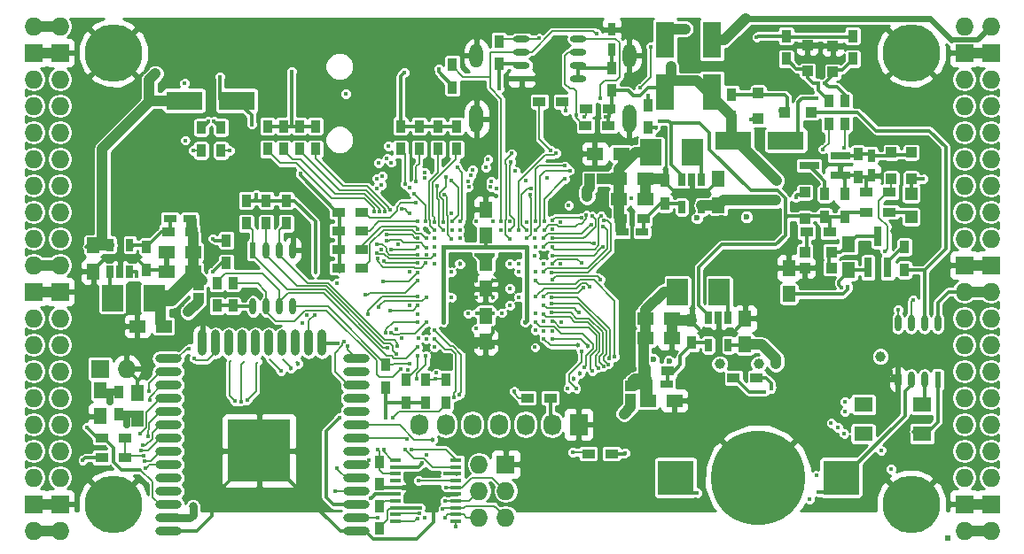
<source format=gbl>
G04 #@! TF.FileFunction,Copper,L4,Bot,Signal*
%FSLAX46Y46*%
G04 Gerber Fmt 4.6, Leading zero omitted, Abs format (unit mm)*
G04 Created by KiCad (PCBNEW 4.0.7+dfsg1-1) date Tue Jan  9 10:34:10 2018*
%MOMM*%
%LPD*%
G01*
G04 APERTURE LIST*
%ADD10C,0.100000*%
%ADD11O,1.727200X1.727200*%
%ADD12R,1.727200X1.727200*%
%ADD13R,0.500000X0.500000*%
%ADD14R,0.900000X1.200000*%
%ADD15R,1.000000X1.000000*%
%ADD16R,1.800000X3.500000*%
%ADD17R,2.000000X2.500000*%
%ADD18R,0.700000X1.200000*%
%ADD19R,1.250000X1.500000*%
%ADD20R,1.500000X1.250000*%
%ADD21R,0.800000X1.900000*%
%ADD22R,1.900000X0.800000*%
%ADD23R,1.200000X0.750000*%
%ADD24R,0.750000X1.200000*%
%ADD25R,1.200000X0.900000*%
%ADD26C,5.500000*%
%ADD27R,1.000000X0.400000*%
%ADD28R,1.727200X2.032000*%
%ADD29O,1.727200X2.032000*%
%ADD30R,3.500000X1.800000*%
%ADD31R,3.500000X3.300000*%
%ADD32C,9.000000*%
%ADD33O,1.300000X2.700000*%
%ADD34O,1.300000X2.300000*%
%ADD35R,0.600000X1.550000*%
%ADD36O,0.600000X1.550000*%
%ADD37R,1.550000X0.600000*%
%ADD38O,1.550000X0.600000*%
%ADD39O,2.500000X0.900000*%
%ADD40O,0.900000X2.500000*%
%ADD41R,6.000000X6.000000*%
%ADD42R,1.800000X1.400000*%
%ADD43R,1.200000X1.200000*%
%ADD44C,0.400000*%
%ADD45C,1.000000*%
%ADD46C,0.600000*%
%ADD47C,0.454000*%
%ADD48C,0.800000*%
%ADD49C,0.700000*%
%ADD50C,0.300000*%
%ADD51C,0.190000*%
%ADD52C,1.000000*%
%ADD53C,0.600000*%
%ADD54C,0.500000*%
%ADD55C,0.800000*%
%ADD56C,0.700000*%
%ADD57C,0.400000*%
%ADD58C,1.500000*%
%ADD59C,0.127000*%
%ADD60C,1.200000*%
%ADD61C,0.200000*%
%ADD62C,0.254000*%
G04 APERTURE END LIST*
D10*
D11*
X97910000Y-62690000D03*
X95370000Y-62690000D03*
D12*
X97910000Y-65230000D03*
X95370000Y-65230000D03*
D11*
X97910000Y-67770000D03*
X95370000Y-67770000D03*
X97910000Y-70310000D03*
X95370000Y-70310000D03*
X97910000Y-72850000D03*
X95370000Y-72850000D03*
X97910000Y-75390000D03*
X95370000Y-75390000D03*
X97910000Y-77930000D03*
X95370000Y-77930000D03*
X97910000Y-80470000D03*
X95370000Y-80470000D03*
X97910000Y-83010000D03*
X95370000Y-83010000D03*
X97910000Y-85550000D03*
X95370000Y-85550000D03*
D12*
X97910000Y-88090000D03*
X95370000Y-88090000D03*
D11*
X97910000Y-90630000D03*
X95370000Y-90630000D03*
X97910000Y-93170000D03*
X95370000Y-93170000D03*
X97910000Y-95710000D03*
X95370000Y-95710000D03*
X97910000Y-98250000D03*
X95370000Y-98250000D03*
X97910000Y-100790000D03*
X95370000Y-100790000D03*
X97910000Y-103330000D03*
X95370000Y-103330000D03*
X97910000Y-105870000D03*
X95370000Y-105870000D03*
D12*
X97910000Y-108410000D03*
X95370000Y-108410000D03*
D11*
X97910000Y-110950000D03*
X95370000Y-110950000D03*
D13*
X182675150Y-111637626D03*
D14*
X103498000Y-99858000D03*
X103498000Y-97658000D03*
D15*
X152393000Y-97142000D03*
X152393000Y-98342000D03*
D16*
X155695000Y-69000000D03*
X155695000Y-64000000D03*
D14*
X154044000Y-72426000D03*
X154044000Y-70226000D03*
D17*
X160870000Y-88090000D03*
X156870000Y-88090000D03*
D18*
X159825000Y-90600000D03*
X160775000Y-90600000D03*
X161725000Y-90600000D03*
X161725000Y-93200000D03*
X159825000Y-93200000D03*
D17*
X102895000Y-88725000D03*
X106895000Y-88725000D03*
D18*
X104575000Y-86215000D03*
X103625000Y-86215000D03*
X102675000Y-86215000D03*
X102675000Y-83615000D03*
X104575000Y-83615000D03*
D17*
X158330000Y-74755000D03*
X154330000Y-74755000D03*
D18*
X157285000Y-77392000D03*
X158235000Y-77392000D03*
X159185000Y-77392000D03*
X159185000Y-79992000D03*
X157285000Y-79992000D03*
D19*
X101085000Y-83665000D03*
X101085000Y-86165000D03*
D20*
X153810000Y-90630000D03*
X156310000Y-90630000D03*
X153810000Y-92535000D03*
X156310000Y-92535000D03*
D19*
X163315000Y-93150000D03*
X163315000Y-90650000D03*
D20*
X151270000Y-79200000D03*
X153770000Y-79200000D03*
X151270000Y-77295000D03*
X153770000Y-77295000D03*
D19*
X160775000Y-79815000D03*
X160775000Y-77315000D03*
D20*
X110590000Y-84280000D03*
X108090000Y-84280000D03*
X110590000Y-86185000D03*
X108090000Y-86185000D03*
D19*
X173221000Y-86038000D03*
X173221000Y-83538000D03*
D21*
X176965000Y-85780000D03*
X175065000Y-85780000D03*
X176015000Y-82780000D03*
D22*
X172435000Y-75075000D03*
X172435000Y-76975000D03*
X169435000Y-76025000D03*
D23*
X153910000Y-96910000D03*
X155810000Y-96910000D03*
X151570000Y-82375000D03*
X153470000Y-82375000D03*
X110290000Y-81105000D03*
X108390000Y-81105000D03*
D24*
X175380000Y-75075000D03*
X175380000Y-76975000D03*
D25*
X169200000Y-82375000D03*
X171400000Y-82375000D03*
D14*
X172840000Y-80935000D03*
X172840000Y-78735000D03*
D25*
X177115000Y-80470000D03*
X174915000Y-80470000D03*
D14*
X174110000Y-74925000D03*
X174110000Y-77125000D03*
X178555000Y-83815000D03*
X178555000Y-86015000D03*
X113785000Y-83180000D03*
X113785000Y-85380000D03*
X170935000Y-80935000D03*
X170935000Y-78735000D03*
X128390000Y-108580000D03*
X128390000Y-110780000D03*
D25*
X150572000Y-103584000D03*
X148372000Y-103584000D03*
X177115000Y-78565000D03*
X174915000Y-78565000D03*
X153760000Y-95640000D03*
X155960000Y-95640000D03*
X110440000Y-82375000D03*
X108240000Y-82375000D03*
X151420000Y-81105000D03*
X153620000Y-81105000D03*
D14*
X158235000Y-90800000D03*
X158235000Y-93000000D03*
X106165000Y-86015000D03*
X106165000Y-83815000D03*
X155695000Y-77465000D03*
X155695000Y-79665000D03*
D25*
X126696000Y-85804000D03*
X124496000Y-85804000D03*
X126696000Y-84026000D03*
X124496000Y-84026000D03*
X126696000Y-82248000D03*
X124496000Y-82248000D03*
X126696000Y-80470000D03*
X124496000Y-80470000D03*
D14*
X130422000Y-74458000D03*
X130422000Y-72258000D03*
X132200000Y-74458000D03*
X132200000Y-72258000D03*
X133978000Y-74458000D03*
X133978000Y-72258000D03*
X135756000Y-74458000D03*
X135756000Y-72258000D03*
D24*
X150589600Y-64910000D03*
X150589600Y-63010000D03*
D11*
X184270000Y-110950000D03*
X186810000Y-110950000D03*
D12*
X184270000Y-108410000D03*
X186810000Y-108410000D03*
D11*
X184270000Y-105870000D03*
X186810000Y-105870000D03*
X184270000Y-103330000D03*
X186810000Y-103330000D03*
X184270000Y-100790000D03*
X186810000Y-100790000D03*
X184270000Y-98250000D03*
X186810000Y-98250000D03*
X184270000Y-95710000D03*
X186810000Y-95710000D03*
X184270000Y-93170000D03*
X186810000Y-93170000D03*
X184270000Y-90630000D03*
X186810000Y-90630000D03*
X184270000Y-88090000D03*
X186810000Y-88090000D03*
D12*
X184270000Y-85550000D03*
X186810000Y-85550000D03*
D11*
X184270000Y-83010000D03*
X186810000Y-83010000D03*
X184270000Y-80470000D03*
X186810000Y-80470000D03*
X184270000Y-77930000D03*
X186810000Y-77930000D03*
X184270000Y-75390000D03*
X186810000Y-75390000D03*
X184270000Y-72850000D03*
X186810000Y-72850000D03*
X184270000Y-70310000D03*
X186810000Y-70310000D03*
X184270000Y-67770000D03*
X186810000Y-67770000D03*
D12*
X184270000Y-65230000D03*
X186810000Y-65230000D03*
D11*
X184270000Y-62690000D03*
X186810000Y-62690000D03*
D26*
X102990000Y-108410000D03*
X179190000Y-108410000D03*
X179190000Y-65230000D03*
X102990000Y-65230000D03*
D14*
X162045000Y-71410000D03*
X162045000Y-69210000D03*
X139820000Y-66330000D03*
X139820000Y-64130000D03*
X135375000Y-68532000D03*
X135375000Y-66332000D03*
X150615000Y-68870000D03*
X150615000Y-66670000D03*
D25*
X150275000Y-72215000D03*
X148075000Y-72215000D03*
X150380000Y-70600000D03*
X148180000Y-70600000D03*
D27*
X135735000Y-104215000D03*
X135735000Y-104865000D03*
X135735000Y-105515000D03*
X135735000Y-106165000D03*
X135735000Y-106815000D03*
X135735000Y-107465000D03*
X135735000Y-108115000D03*
X135735000Y-108765000D03*
X135735000Y-109415000D03*
X135735000Y-110065000D03*
X129935000Y-110065000D03*
X129935000Y-109415000D03*
X129935000Y-108765000D03*
X129935000Y-108115000D03*
X129935000Y-107465000D03*
X129935000Y-106815000D03*
X129935000Y-106165000D03*
X129935000Y-105515000D03*
X129935000Y-104865000D03*
X129935000Y-104215000D03*
D14*
X119500000Y-79370000D03*
X119500000Y-81570000D03*
X114420000Y-89444000D03*
X114420000Y-87244000D03*
X129025000Y-97275000D03*
X129025000Y-95075000D03*
X117595000Y-79370000D03*
X117595000Y-81570000D03*
X112896000Y-89444000D03*
X112896000Y-87244000D03*
X115690000Y-79370000D03*
X115690000Y-81570000D03*
D25*
X144730000Y-98250000D03*
X142530000Y-98250000D03*
D14*
X132835000Y-98715000D03*
X132835000Y-96515000D03*
X130930000Y-98715000D03*
X130930000Y-96515000D03*
D25*
X101890000Y-103965000D03*
X104090000Y-103965000D03*
D12*
X101720000Y-95456000D03*
D11*
X104260000Y-95456000D03*
D25*
X104090000Y-102060000D03*
X101890000Y-102060000D03*
D19*
X167506000Y-88324000D03*
X167506000Y-85824000D03*
D25*
X164415000Y-96345000D03*
X162215000Y-96345000D03*
D14*
X167252000Y-65822000D03*
X167252000Y-63622000D03*
D12*
X140455000Y-104600000D03*
D11*
X137915000Y-104600000D03*
X140455000Y-107140000D03*
X137915000Y-107140000D03*
X140455000Y-109680000D03*
X137915000Y-109680000D03*
D19*
X138550000Y-90396000D03*
X138550000Y-92896000D03*
X138550000Y-82736000D03*
X138550000Y-80236000D03*
X138550000Y-85316000D03*
X138550000Y-87816000D03*
X101720000Y-97508000D03*
X101720000Y-100008000D03*
D14*
X113277000Y-74585000D03*
X113277000Y-72385000D03*
X111372000Y-74585000D03*
X111372000Y-72385000D03*
X172840000Y-72045000D03*
X172840000Y-69845000D03*
X171316000Y-72045000D03*
X171316000Y-69845000D03*
D28*
X147440000Y-100790000D03*
D29*
X144900000Y-100790000D03*
X142360000Y-100790000D03*
X139820000Y-100790000D03*
X137280000Y-100790000D03*
X134740000Y-100790000D03*
X132200000Y-100790000D03*
D19*
X105276000Y-100262000D03*
X105276000Y-97762000D03*
D30*
X109761000Y-69802000D03*
X114761000Y-69802000D03*
X167212000Y-73612000D03*
X162212000Y-73612000D03*
D16*
X160140000Y-64000000D03*
X160140000Y-69000000D03*
D20*
X154064000Y-98504000D03*
X156564000Y-98504000D03*
X107796000Y-91392000D03*
X105296000Y-91392000D03*
X151484000Y-74882000D03*
X148984000Y-74882000D03*
D14*
X173602000Y-65822000D03*
X173602000Y-63622000D03*
X134740000Y-96515000D03*
X134740000Y-98715000D03*
D31*
X172485000Y-105870000D03*
X156685000Y-105870000D03*
D32*
X164585000Y-105870000D03*
D15*
X169284000Y-66988000D03*
X169284000Y-64488000D03*
X171697000Y-67081000D03*
X171697000Y-64581000D03*
X169050000Y-84280000D03*
X171550000Y-84280000D03*
X169030000Y-81085000D03*
X169030000Y-78585000D03*
X171550000Y-85804000D03*
X169050000Y-85804000D03*
X179190000Y-77275000D03*
X179190000Y-74775000D03*
X177285000Y-74775000D03*
X177285000Y-77275000D03*
X167145000Y-70945000D03*
X169645000Y-70945000D03*
X164585000Y-69060000D03*
X164585000Y-71560000D03*
X111118000Y-87490000D03*
X111118000Y-88690000D03*
X149691000Y-77295000D03*
X148491000Y-77295000D03*
D14*
X128390000Y-106546000D03*
X128390000Y-104346000D03*
X117722000Y-74458000D03*
X117722000Y-72258000D03*
X119246000Y-74458000D03*
X119246000Y-72258000D03*
X120770000Y-74458000D03*
X120770000Y-72258000D03*
X122294000Y-74458000D03*
X122294000Y-72258000D03*
D25*
X145880000Y-69900000D03*
X143680000Y-69900000D03*
D33*
X152280000Y-71550000D03*
X137680000Y-71550000D03*
D34*
X137680000Y-65500000D03*
X152280000Y-65500000D03*
D35*
X181730000Y-96505000D03*
D36*
X180460000Y-96505000D03*
X179190000Y-96505000D03*
X177920000Y-96505000D03*
X177920000Y-91105000D03*
X179190000Y-91105000D03*
X180460000Y-91105000D03*
X181730000Y-91105000D03*
D37*
X141980000Y-67706500D03*
D38*
X141980000Y-66436500D03*
X141980000Y-65166500D03*
X141980000Y-63896500D03*
X147380000Y-63896500D03*
X147380000Y-65166500D03*
X147380000Y-66436500D03*
X147380000Y-67706500D03*
D35*
X116325000Y-84120000D03*
D36*
X117595000Y-84120000D03*
X118865000Y-84120000D03*
X120135000Y-84120000D03*
X120135000Y-89520000D03*
X118865000Y-89520000D03*
X117595000Y-89520000D03*
X116325000Y-89520000D03*
D39*
X126230000Y-111000000D03*
X126230000Y-109730000D03*
X126230000Y-108460000D03*
X126230000Y-107190000D03*
X126230000Y-105920000D03*
X126230000Y-104650000D03*
X126230000Y-103380000D03*
X126230000Y-102110000D03*
X126230000Y-100840000D03*
X126230000Y-99570000D03*
X126230000Y-98300000D03*
X126230000Y-97030000D03*
X126230000Y-95760000D03*
X126230000Y-94490000D03*
D40*
X122945000Y-93000000D03*
X121675000Y-93000000D03*
X120405000Y-93000000D03*
X119135000Y-93000000D03*
X117865000Y-93000000D03*
X116595000Y-93000000D03*
X115325000Y-93000000D03*
X114055000Y-93000000D03*
X112785000Y-93000000D03*
X111515000Y-93000000D03*
D39*
X108230000Y-94490000D03*
X108230000Y-95760000D03*
X108230000Y-97030000D03*
X108230000Y-98300000D03*
X108230000Y-99570000D03*
X108230000Y-100840000D03*
X108230000Y-102110000D03*
X108230000Y-103380000D03*
X108230000Y-104650000D03*
X108230000Y-105920000D03*
X108230000Y-107190000D03*
X108230000Y-108460000D03*
X108230000Y-109730000D03*
X108230000Y-111000000D03*
D41*
X116930000Y-103300000D03*
D42*
X180212000Y-98882000D03*
X174612000Y-98882000D03*
X174612000Y-101682000D03*
X180212000Y-101682000D03*
D43*
X179190000Y-78735000D03*
X179190000Y-80935000D03*
D44*
X144103496Y-84660400D03*
D45*
X177658444Y-82281349D03*
D44*
X145680000Y-81405125D03*
X145691238Y-94166752D03*
X145759873Y-91010176D03*
D46*
X152525938Y-81463870D03*
D45*
X162956098Y-95078488D03*
X158539988Y-94868772D03*
D46*
X161075765Y-80992022D03*
X164882869Y-80938986D03*
X156262773Y-81349374D03*
X123437000Y-108972000D03*
D44*
X132871770Y-84533979D03*
X132862998Y-82124544D03*
X131278306Y-86213101D03*
X135281276Y-80583119D03*
X131279502Y-89407325D03*
X170309539Y-85441529D03*
X145672808Y-85396062D03*
X133216000Y-107465000D03*
X137680000Y-88600000D03*
X142480000Y-95000000D03*
X141680000Y-92600000D03*
X140836000Y-84534000D03*
X135284627Y-94985297D03*
X135288625Y-94225619D03*
X134455822Y-94267172D03*
X136095958Y-93369652D03*
D47*
X139264636Y-91615205D03*
D45*
X116880503Y-64802940D03*
X106974809Y-64953974D03*
X175210328Y-64948943D03*
X165417246Y-64954666D03*
D44*
X175495631Y-71457432D03*
X177285000Y-95710000D03*
X140880000Y-81400000D03*
X136085174Y-89394826D03*
X140874194Y-91433353D03*
X142480000Y-94200000D03*
X140880000Y-93400000D03*
X139280000Y-93400000D03*
X137680000Y-93400000D03*
X136880000Y-92600000D03*
X135280000Y-92600000D03*
X132880000Y-91800000D03*
X132880000Y-93400000D03*
D47*
X141042859Y-86994997D03*
X139280000Y-87000000D03*
X136110990Y-86995403D03*
X137680000Y-87000000D03*
X136080000Y-84600000D03*
X139280000Y-88600000D03*
D45*
X107021491Y-67228122D03*
X166284693Y-95025145D03*
X166248957Y-79348409D03*
X166343357Y-77477990D03*
D44*
X172564535Y-87722010D03*
X150030853Y-71331848D03*
D45*
X156235582Y-66548363D03*
X101932065Y-82585048D03*
X157600000Y-62944000D03*
D44*
X109760378Y-68177900D03*
X109840000Y-73620000D03*
X132110753Y-92527478D03*
X113658000Y-89360000D03*
X165803369Y-97344883D03*
D45*
X148237462Y-79019093D03*
D44*
X148271935Y-77558071D03*
D45*
X160905403Y-95006436D03*
D46*
X158731133Y-81048929D03*
X154593901Y-94607945D03*
X156088245Y-94762980D03*
D45*
X164625730Y-94982471D03*
D46*
X163462982Y-80942429D03*
D45*
X176254940Y-94288458D03*
D48*
X110593913Y-108636458D03*
D44*
X180340784Y-77316932D03*
X173137949Y-87594275D03*
D49*
X102710050Y-98594954D03*
D44*
X154794000Y-72426000D03*
X129005202Y-100174798D03*
X137659051Y-91638034D03*
X139820000Y-68665673D03*
X172834633Y-99599920D03*
X172879922Y-98618650D03*
X176305593Y-103279812D03*
X164433885Y-63737451D03*
X134079160Y-66786153D03*
X116654336Y-78777990D03*
X112515000Y-83010000D03*
X100080000Y-104200000D03*
X135273306Y-88618602D03*
X139272517Y-84611349D03*
X137680556Y-84534085D03*
X141680000Y-86200000D03*
X135280000Y-86200000D03*
X132880000Y-92600000D03*
X141680000Y-88600000D03*
X141680000Y-85400000D03*
X129983242Y-91668979D03*
X121431221Y-90311593D03*
X130566572Y-92512084D03*
X121041200Y-91125073D03*
X146394787Y-97333919D03*
X143300000Y-86220000D03*
X147175985Y-97333919D03*
X147700000Y-93820000D03*
X144900000Y-91820000D03*
X142277990Y-91000000D03*
D45*
X110128890Y-90028152D03*
D44*
X142480000Y-83800000D03*
X134480000Y-83800000D03*
X134480000Y-91000000D03*
X105245010Y-86595559D03*
X125193541Y-69156848D03*
X155149360Y-71764535D03*
X170182962Y-69571012D03*
X170362901Y-107286196D03*
X158716651Y-107325176D03*
X136028224Y-97922729D03*
X128216338Y-109760338D03*
X132708000Y-109680000D03*
X134750646Y-106810513D03*
X133680000Y-91800000D03*
X135517016Y-98167170D03*
X134675868Y-108131585D03*
D47*
X133449289Y-102232615D03*
D44*
X133680000Y-92600000D03*
X132936956Y-103711000D03*
X127385678Y-104203668D03*
X133685482Y-93402296D03*
X134463998Y-108841973D03*
X131986331Y-96404793D03*
X131039072Y-102187000D03*
X134636872Y-109719950D03*
X132846234Y-94197073D03*
X176700000Y-84220000D03*
X143260000Y-84620000D03*
X120834553Y-76779094D03*
X130761990Y-67119621D03*
X147186000Y-71200000D03*
X147983153Y-71347080D03*
X149475951Y-69619684D03*
X153297112Y-68608292D03*
X177926984Y-89812061D03*
X154329326Y-64643767D03*
X152497066Y-79193467D03*
X146481406Y-79819384D03*
X143650666Y-63862520D03*
X179351513Y-88868327D03*
X149134122Y-63424051D03*
X140035989Y-81400000D03*
X128776655Y-87127857D03*
X115759823Y-98502036D03*
X132083026Y-86260405D03*
X119008515Y-95662939D03*
D47*
X119978162Y-95412951D03*
X120634035Y-94977604D03*
D44*
X116198000Y-72088000D03*
X127586603Y-107875044D03*
X113157250Y-67567056D03*
X146180000Y-70800000D03*
X131453853Y-103208291D03*
X149771692Y-81825658D03*
X144080000Y-86200000D03*
X149533922Y-86909940D03*
X144894316Y-86977564D03*
X144896700Y-83835368D03*
X149549750Y-80868432D03*
D47*
X147343891Y-93217126D03*
D44*
X144113248Y-92588762D03*
X144875155Y-86292748D03*
X149846468Y-81303978D03*
X148696112Y-80861847D03*
X144916886Y-82991356D03*
D47*
X148349010Y-93322307D03*
D44*
X144882352Y-92577990D03*
X144902941Y-90956495D03*
X148747982Y-95669626D03*
X144867244Y-90112484D03*
X149795895Y-95251084D03*
X144855814Y-89268481D03*
X150278898Y-95040253D03*
X150345974Y-94517527D03*
X144877648Y-88622010D03*
X150889207Y-94332565D03*
X143280000Y-87000000D03*
X131084713Y-95564177D03*
X130135246Y-93288711D03*
X130422000Y-95456000D03*
X131316164Y-94959140D03*
X129978307Y-94019141D03*
X132031990Y-93400000D03*
X129182185Y-93441046D03*
X141280657Y-97642010D03*
X133852393Y-95875797D03*
X133762848Y-96395146D03*
X132080000Y-94200000D03*
X128611479Y-84071978D03*
X105895603Y-103765816D03*
X129449238Y-89873934D03*
X130839486Y-103208291D03*
X132075624Y-89410644D03*
X128806823Y-103185900D03*
X128312094Y-89556924D03*
X132162861Y-106185868D03*
X132880000Y-88600000D03*
X127040053Y-88426410D03*
X124322162Y-105002357D03*
X132080000Y-87000000D03*
X125356479Y-93255401D03*
X124202418Y-107207639D03*
X110599084Y-74589383D03*
X132024412Y-109766775D03*
X114104080Y-74612196D03*
X132219727Y-109277292D03*
X115165033Y-98598050D03*
X131847310Y-79589886D03*
X132080000Y-81400000D03*
X132080007Y-82103333D03*
X132872609Y-82968555D03*
X133627359Y-81414685D03*
X133648389Y-82190597D03*
X131923295Y-77584853D03*
X130856828Y-77786820D03*
X129533728Y-91985990D03*
X132880000Y-91000000D03*
X129006717Y-91985990D03*
X132077648Y-90977990D03*
X131275302Y-80595752D03*
X130489904Y-80167235D03*
X128823114Y-85153560D03*
X132072985Y-85377990D03*
X134476508Y-82180155D03*
X133942383Y-77980766D03*
X163908850Y-71651861D03*
X135656559Y-110610712D03*
X132468001Y-104503413D03*
X146844288Y-103452739D03*
D49*
X104260000Y-100790000D03*
D44*
X114604320Y-98573680D03*
X112515000Y-86185000D03*
X165170594Y-97666317D03*
X170157734Y-105666345D03*
X169506589Y-107953726D03*
X170735900Y-74464979D03*
X143257990Y-83000000D03*
X168166438Y-79108038D03*
X151896383Y-103510715D03*
X112614274Y-71803529D03*
X112074854Y-71810535D03*
X143269694Y-93414905D03*
X177274002Y-105079115D03*
X172761273Y-101651681D03*
X143280000Y-91800000D03*
X172193360Y-101105663D03*
X144064831Y-91877646D03*
X144080000Y-90956495D03*
X171540304Y-100645743D03*
X135320520Y-82196441D03*
X129493343Y-75737814D03*
X136080000Y-82200000D03*
X129125079Y-75315804D03*
X136080000Y-83000000D03*
X129252218Y-74142461D03*
X142377451Y-77497451D03*
X172746637Y-74347988D03*
X143280000Y-83800000D03*
X170300000Y-68151000D03*
X170950000Y-68125562D03*
X125039468Y-92834407D03*
X122207049Y-90299314D03*
X132082956Y-90210779D03*
X124361185Y-87274371D03*
X124361184Y-87274370D03*
X182675150Y-111637626D03*
X166678914Y-70803555D03*
X129660000Y-100155000D03*
X124580000Y-100155000D03*
X127308270Y-90221456D03*
X132084049Y-88558274D03*
X128280000Y-103200000D03*
X120008000Y-67008000D03*
X133680000Y-83000000D03*
X129457990Y-80285112D03*
X133680000Y-83800000D03*
X128943593Y-80399729D03*
X130204628Y-83599483D03*
X128416582Y-80399850D03*
X127889625Y-80407426D03*
X133680000Y-85400000D03*
X144780000Y-74590382D03*
X124453000Y-93043000D03*
X137689001Y-90122990D03*
D45*
X151758000Y-99774000D03*
D44*
X136885174Y-90194826D03*
X140094890Y-90122990D03*
X139280000Y-90122990D03*
X140880000Y-89400000D03*
X140880000Y-87800000D03*
X140880000Y-85400000D03*
D47*
X136080000Y-85400000D03*
D44*
X128333179Y-75769807D03*
X134613000Y-78819000D03*
X135280000Y-83022010D03*
X154052298Y-69302298D03*
X100450000Y-101044000D03*
X132285867Y-108754446D03*
X134707351Y-105508447D03*
X139280000Y-81400000D03*
X139578623Y-78205862D03*
X139034115Y-78040948D03*
X139046749Y-77514088D03*
X138580000Y-76200000D03*
X138779198Y-75400762D03*
X137680000Y-81400000D03*
X137308732Y-76415018D03*
X137106948Y-76979922D03*
X136859538Y-77550820D03*
X136922059Y-78097889D03*
X136096392Y-81395070D03*
X135830698Y-76200613D03*
X135315381Y-81391918D03*
X135280062Y-77463305D03*
X134471370Y-81406751D03*
X134758050Y-77130140D03*
D47*
X146942280Y-96452058D03*
X147534467Y-95913260D03*
D44*
X147928857Y-95339016D03*
X143322010Y-91000657D03*
X149284391Y-95377990D03*
X144077013Y-90266968D03*
X147430953Y-90112484D03*
X144076240Y-89395301D03*
X143322010Y-90201951D03*
X147910791Y-87683418D03*
X144082832Y-88584510D03*
X143322010Y-88595030D03*
X148483539Y-87608166D03*
X144102010Y-85397219D03*
X144889349Y-85448737D03*
X147687390Y-85374093D03*
X149732494Y-83807694D03*
X144912409Y-84635817D03*
X148921512Y-83442010D03*
X144103186Y-83777990D03*
X148610661Y-81705858D03*
X144102010Y-83000000D03*
X144888125Y-82147345D03*
X148175253Y-80781550D03*
X144125486Y-82186468D03*
X147688311Y-80983115D03*
X144880008Y-81303333D03*
X142841210Y-78784254D03*
X142473549Y-82998913D03*
X142864275Y-78217369D03*
X142437464Y-82181475D03*
X146089079Y-77300571D03*
X144144931Y-81387081D03*
X144394875Y-77219934D03*
X146577729Y-76500816D03*
X143281475Y-82206074D03*
X146130802Y-76060132D03*
X143300920Y-81377293D03*
X145255695Y-74817220D03*
X141662690Y-82207782D03*
X142456909Y-81405800D03*
X140030954Y-82200000D03*
X141342967Y-76554996D03*
X141046643Y-74873804D03*
X140864029Y-83041403D03*
X140874966Y-82177164D03*
X140980062Y-75681941D03*
X132761172Y-77202673D03*
X132737245Y-76676207D03*
X128644933Y-77050030D03*
X128152012Y-77257840D03*
X128125571Y-78233647D03*
X110718734Y-94451783D03*
X128590544Y-77894041D03*
X110249038Y-93533767D03*
X106368514Y-97598098D03*
X131253134Y-78134216D03*
X106477197Y-98487772D03*
X131709326Y-78745875D03*
X132783339Y-81400004D03*
X132079024Y-82984045D03*
X129109095Y-82655074D03*
X105572759Y-101661319D03*
X106276126Y-101893466D03*
X132880889Y-83897835D03*
X129054383Y-83179239D03*
X129487667Y-84079929D03*
X132083682Y-83828056D03*
X105813763Y-102819336D03*
X132062099Y-84533979D03*
X128165458Y-83528763D03*
X105627254Y-103312241D03*
X128183256Y-84379169D03*
X105992720Y-104283802D03*
X133671942Y-84595200D03*
X128203260Y-84905801D03*
X106088753Y-104974041D03*
X132834641Y-85377990D03*
D50*
X155822000Y-83645000D02*
X155822000Y-81790147D01*
X155822000Y-81790147D02*
X156262773Y-81349374D01*
X153039876Y-83645000D02*
X155822000Y-83645000D01*
X152525938Y-83131062D02*
X153039876Y-83645000D01*
X152525938Y-81463870D02*
X152525938Y-83131062D01*
D51*
X138029000Y-66332000D02*
X138115000Y-66246000D01*
D50*
X133415999Y-107664999D02*
X133216000Y-107465000D01*
X133612013Y-107861013D02*
X133415999Y-107664999D01*
X131991648Y-111780338D02*
X133612013Y-110159973D01*
X127810434Y-111780338D02*
X131991648Y-111780338D01*
X133612013Y-110159973D02*
X133612013Y-107861013D01*
X127060434Y-111030338D02*
X127810434Y-111780338D01*
X126260434Y-111030338D02*
X127060434Y-111030338D01*
D52*
X184270000Y-108410000D02*
X186810000Y-108410000D01*
X184270000Y-85550000D02*
X186810000Y-85550000D01*
X184270000Y-65230000D02*
X186810000Y-65230000D01*
X95370000Y-65230000D02*
X97910000Y-65230000D01*
X95370000Y-88090000D02*
X97910000Y-88090000D01*
X95370000Y-108410000D02*
X97910000Y-108410000D01*
D50*
X108260434Y-111030338D02*
X109060434Y-111030338D01*
X109060434Y-111030338D02*
X109140772Y-110950000D01*
X110957617Y-110950000D02*
X112380000Y-109527617D01*
X109140772Y-110950000D02*
X110957617Y-110950000D01*
X112380000Y-109527617D02*
X112380000Y-107854384D01*
X112380000Y-107854384D02*
X116904046Y-103330338D01*
X116904046Y-103330338D02*
X116960434Y-103330338D01*
X167506000Y-85824000D02*
X169927068Y-85824000D01*
X169927068Y-85824000D02*
X170109540Y-85641528D01*
X170109540Y-85641528D02*
X170309539Y-85441529D01*
X104260000Y-95456000D02*
X105276000Y-96472000D01*
X105276000Y-96472000D02*
X105276000Y-97762000D01*
X133216000Y-107465000D02*
X132214478Y-107465000D01*
X135735000Y-107465000D02*
X133216000Y-107465000D01*
X132214478Y-107465000D02*
X131572496Y-106823018D01*
X131572496Y-106823018D02*
X129919874Y-106823018D01*
X126260434Y-111030338D02*
X124660659Y-111030338D01*
X124660659Y-111030338D02*
X116960659Y-103330338D01*
X116960659Y-103330338D02*
X116960434Y-103330338D01*
X129935000Y-106815000D02*
X128659000Y-106815000D01*
X128659000Y-106815000D02*
X128390000Y-106546000D01*
X128390000Y-106546000D02*
X128558000Y-106546000D01*
X136126306Y-93400000D02*
X136095958Y-93369652D01*
X136880000Y-92600000D02*
X136110348Y-93369652D01*
X136049652Y-93369652D02*
X136095958Y-93369652D01*
X137680000Y-93400000D02*
X136126306Y-93400000D01*
X135280000Y-92600000D02*
X136049652Y-93369652D01*
X136110348Y-93369652D02*
X136095958Y-93369652D01*
X139264636Y-92054364D02*
X139264636Y-91936231D01*
X139264636Y-91936231D02*
X139264636Y-91615205D01*
X138550000Y-92769000D02*
X139264636Y-92054364D01*
X136880000Y-92600000D02*
X137680000Y-93400000D01*
X136880000Y-92600000D02*
X138381000Y-92600000D01*
X138381000Y-92600000D02*
X138550000Y-92769000D01*
X135280000Y-92600000D02*
X136880000Y-92600000D01*
X138550000Y-92769000D02*
X138649000Y-92769000D01*
X138649000Y-92769000D02*
X139280000Y-93400000D01*
X138550000Y-92769000D02*
X138311000Y-92769000D01*
X138311000Y-92769000D02*
X137680000Y-93400000D01*
X175042385Y-64781000D02*
X175210328Y-64948943D01*
X171697000Y-64781000D02*
X175042385Y-64781000D01*
X165683912Y-64688000D02*
X165417246Y-64954666D01*
X169284000Y-64688000D02*
X165683912Y-64688000D01*
X169284000Y-64688000D02*
X171604000Y-64688000D01*
X171604000Y-64688000D02*
X171697000Y-64781000D01*
X177285000Y-95710000D02*
X177285000Y-95964000D01*
X177285000Y-95964000D02*
X177920000Y-96599000D01*
X102210000Y-84915000D02*
X103625000Y-84915000D01*
X103625000Y-84915000D02*
X105215000Y-84915000D01*
X103625000Y-86215000D02*
X103625000Y-84915000D01*
X105215000Y-84915000D02*
X106165000Y-85865000D01*
X106165000Y-85865000D02*
X106165000Y-86015000D01*
X101085000Y-86165000D02*
X101085000Y-86040000D01*
X101085000Y-86040000D02*
X102210000Y-84915000D01*
X106165000Y-86015000D02*
X107920000Y-86015000D01*
X107920000Y-86015000D02*
X108090000Y-86185000D01*
D52*
X153770000Y-77295000D02*
X155525000Y-77295000D01*
D50*
X155525000Y-77295000D02*
X155695000Y-77465000D01*
D52*
X153770000Y-79200000D02*
X153770000Y-77295000D01*
D50*
X174110000Y-77125000D02*
X174745000Y-77125000D01*
X174745000Y-77125000D02*
X175230000Y-77125000D01*
X174915000Y-78565000D02*
X174915000Y-77295000D01*
X174915000Y-77295000D02*
X174745000Y-77125000D01*
X172840000Y-78735000D02*
X172840000Y-77380000D01*
X172840000Y-77380000D02*
X172435000Y-76975000D01*
X175230000Y-77125000D02*
X175380000Y-76975000D01*
X172435000Y-76975000D02*
X173960000Y-76975000D01*
X173960000Y-76975000D02*
X174110000Y-77125000D01*
X137680000Y-86200000D02*
X137680000Y-86600000D01*
X136080000Y-84600000D02*
X137680000Y-86200000D01*
X159850000Y-78365000D02*
X158235000Y-78365000D01*
X158235000Y-78365000D02*
X156445000Y-78365000D01*
X158235000Y-77235000D02*
X158235000Y-78365000D01*
X160775000Y-77315000D02*
X160775000Y-77440000D01*
X160775000Y-77440000D02*
X159850000Y-78365000D01*
X156445000Y-78365000D02*
X155695000Y-77615000D01*
X155695000Y-77615000D02*
X155695000Y-77465000D01*
D52*
X156310000Y-90630000D02*
X156310000Y-92535000D01*
X158235000Y-90800000D02*
X156480000Y-90800000D01*
D50*
X156480000Y-90800000D02*
X156310000Y-90630000D01*
X163315000Y-90650000D02*
X163315000Y-90834602D01*
X163315000Y-90834602D02*
X162249602Y-91900000D01*
X162249602Y-91900000D02*
X160775000Y-91900000D01*
X101085000Y-86165000D02*
X101085000Y-85929893D01*
X106165000Y-85944374D02*
X106165000Y-86015000D01*
X159185000Y-91900000D02*
X160775000Y-91900000D01*
X160775000Y-90600000D02*
X160775000Y-91900000D01*
X158235000Y-90800000D02*
X158235000Y-90950000D01*
X158235000Y-90950000D02*
X159185000Y-91900000D01*
X108090000Y-84280000D02*
X108090000Y-86185000D01*
X107625000Y-84745000D02*
X108090000Y-84280000D01*
X108070000Y-84260000D02*
X108090000Y-84280000D01*
X141037856Y-87000000D02*
X141042859Y-86994997D01*
X139280000Y-87000000D02*
X141037856Y-87000000D01*
X136432016Y-86995403D02*
X136110990Y-86995403D01*
X137284597Y-86995403D02*
X136432016Y-86995403D01*
X137680000Y-86600000D02*
X137284597Y-86995403D01*
X137680000Y-86600000D02*
X137680000Y-87000000D01*
D52*
X106407114Y-69940886D02*
X106407114Y-67842499D01*
X106521492Y-67728121D02*
X107021491Y-67228122D01*
X106407114Y-67842499D02*
X106521492Y-67728121D01*
X166284693Y-94494693D02*
X166284693Y-95025145D01*
X164940000Y-93150000D02*
X166284693Y-94494693D01*
X163315000Y-93150000D02*
X164940000Y-93150000D01*
X165541851Y-79348409D02*
X166248957Y-79348409D01*
X161241591Y-79348409D02*
X165541851Y-79348409D01*
X160790000Y-79800000D02*
X161241591Y-79348409D01*
D50*
X150615000Y-68870000D02*
X152180000Y-68870000D01*
X153331001Y-69348999D02*
X152658999Y-69348999D01*
X152658999Y-69348999D02*
X152180000Y-68870000D01*
X154087002Y-68592998D02*
X155287998Y-68592998D01*
X153331001Y-69348999D02*
X154087002Y-68592998D01*
X155287998Y-68592998D02*
X155695000Y-69000000D01*
D52*
X162045000Y-71410000D02*
X162045000Y-73179633D01*
X162045000Y-73179633D02*
X165843358Y-76977991D01*
X165843358Y-76977991D02*
X166343357Y-77477990D01*
D50*
X101085000Y-83665000D02*
X101684316Y-83665000D01*
X101684316Y-83665000D02*
X101913492Y-83435824D01*
D52*
X101913492Y-83435824D02*
X101913492Y-82603621D01*
D50*
X101913492Y-82603621D02*
X101932065Y-82585048D01*
X172296000Y-87453475D02*
X172364536Y-87522011D01*
X172364536Y-87522011D02*
X172564535Y-87722010D01*
X172296000Y-87088000D02*
X172296000Y-87453475D01*
X173221000Y-86038000D02*
X173221000Y-86163000D01*
X173221000Y-86163000D02*
X172296000Y-87088000D01*
X150275000Y-71465000D02*
X150380000Y-71360000D01*
X150380000Y-71360000D02*
X150380000Y-70600000D01*
X150615000Y-70935000D02*
X150615000Y-69995990D01*
X150615000Y-69995990D02*
X150615000Y-68870000D01*
X150313695Y-71331848D02*
X150030853Y-71331848D01*
X150141848Y-71331848D02*
X150030853Y-71331848D01*
X150275000Y-71465000D02*
X150141848Y-71331848D01*
X150275000Y-72215000D02*
X150275000Y-71465000D01*
X160140000Y-69000000D02*
X160140000Y-69850000D01*
X160140000Y-69850000D02*
X161700000Y-71410000D01*
D52*
X156235582Y-67716832D02*
X156235582Y-66548363D01*
X158681338Y-67896338D02*
X156415088Y-67896338D01*
X156415088Y-67896338D02*
X156235582Y-67716832D01*
D50*
X156235582Y-66578582D02*
X156235582Y-66548363D01*
D52*
X101932065Y-81877942D02*
X101932065Y-82585048D01*
X101932065Y-74415935D02*
X101932065Y-81877942D01*
X106407114Y-69940886D02*
X101932065Y-74415935D01*
D50*
X110610000Y-69548000D02*
X110610000Y-69802000D01*
D52*
X109975000Y-69802000D02*
X106546000Y-69802000D01*
X106546000Y-69802000D02*
X106419000Y-69929000D01*
X106419000Y-69929000D02*
X106407114Y-69940886D01*
D50*
X106419000Y-69675000D02*
X106419000Y-69929000D01*
X100572432Y-83665000D02*
X100424079Y-83813353D01*
X101085000Y-83665000D02*
X100572432Y-83665000D01*
X160790000Y-79800000D02*
X160775000Y-79815000D01*
X160775000Y-79940000D02*
X160775000Y-79815000D01*
X164925000Y-93150000D02*
X164240000Y-93150000D01*
X164240000Y-93150000D02*
X163315000Y-93150000D01*
X101085000Y-83665000D02*
X101085000Y-83790000D01*
D52*
X159185000Y-79835000D02*
X160755000Y-79835000D01*
D50*
X160755000Y-79835000D02*
X160775000Y-79815000D01*
X161725000Y-93200000D02*
X163265000Y-93200000D01*
X163265000Y-93200000D02*
X163315000Y-93150000D01*
X173221000Y-86038000D02*
X174807000Y-86038000D01*
X174807000Y-86038000D02*
X175065000Y-85780000D01*
D52*
X101085000Y-83665000D02*
X102625000Y-83665000D01*
D50*
X102625000Y-83665000D02*
X102675000Y-83615000D01*
X161700000Y-71410000D02*
X162045000Y-71410000D01*
D52*
X162045000Y-71410000D02*
X162045000Y-71260000D01*
X162045000Y-71260000D02*
X158681338Y-67896338D01*
D50*
X162045000Y-71753000D02*
X162045000Y-71410000D01*
X155695000Y-64000000D02*
X155695000Y-63368337D01*
X155695000Y-63368337D02*
X156119337Y-62944000D01*
D52*
X156119337Y-62944000D02*
X157600000Y-62944000D01*
X160140000Y-64000000D02*
X161340000Y-64000000D01*
X161340000Y-64000000D02*
X163399217Y-61940783D01*
D53*
X163399217Y-61940783D02*
X180980783Y-61940783D01*
D54*
X185540000Y-63960000D02*
X186810000Y-62690000D01*
D53*
X180980783Y-61940783D02*
X183000000Y-63960000D01*
D54*
X183000000Y-63960000D02*
X185540000Y-63960000D01*
D50*
X112896000Y-89444000D02*
X113574000Y-89444000D01*
X113574000Y-89444000D02*
X113658000Y-89360000D01*
X114420000Y-89444000D02*
X113742000Y-89444000D01*
X113742000Y-89444000D02*
X113658000Y-89360000D01*
X112856637Y-89483363D02*
X112896000Y-89444000D01*
X179190000Y-78735000D02*
X179190000Y-77275000D01*
X165803369Y-96833369D02*
X165803369Y-97062041D01*
X165315000Y-96345000D02*
X165803369Y-96833369D01*
X165803369Y-97062041D02*
X165803369Y-97344883D01*
X164415000Y-96345000D02*
X165315000Y-96345000D01*
D52*
X148202000Y-78413082D02*
X148202454Y-78413536D01*
D50*
X148491000Y-77295000D02*
X148491000Y-77339006D01*
X148491000Y-77339006D02*
X148471934Y-77358072D01*
X148471934Y-77358072D02*
X148271935Y-77558071D01*
X148202000Y-78022023D02*
X148271935Y-77952088D01*
X148271935Y-77952088D02*
X148271935Y-77840913D01*
D52*
X148202454Y-78413536D02*
X148202454Y-78984085D01*
X148202454Y-78984085D02*
X148237462Y-79019093D01*
D50*
X148271935Y-77840913D02*
X148271935Y-77558071D01*
D55*
X110593913Y-109202143D02*
X110593913Y-108636458D01*
X110593913Y-109476859D02*
X110593913Y-109202143D01*
X110310434Y-109760338D02*
X110593913Y-109476859D01*
X108260434Y-109760338D02*
X110310434Y-109760338D01*
D50*
X179190000Y-77075000D02*
X179431932Y-77316932D01*
X179431932Y-77316932D02*
X180057942Y-77316932D01*
X180057942Y-77316932D02*
X180340784Y-77316932D01*
D52*
X184270000Y-110950000D02*
X186810000Y-110950000D01*
X184270000Y-88090000D02*
X186810000Y-88090000D01*
X95370000Y-62690000D02*
X97910000Y-62690000D01*
X95370000Y-85550000D02*
X97910000Y-85550000D01*
X95370000Y-110950000D02*
X97910000Y-110950000D01*
D50*
X129025000Y-97275000D02*
X129025000Y-98800000D01*
X129025000Y-98800000D02*
X129025000Y-100155000D01*
X130930000Y-98715000D02*
X129110000Y-98715000D01*
X129110000Y-98715000D02*
X129025000Y-98800000D01*
X167506000Y-88324000D02*
X172691066Y-88324000D01*
X172691066Y-88324000D02*
X173137949Y-87877117D01*
X173137949Y-87877117D02*
X173137949Y-87594275D01*
D56*
X102710050Y-97683950D02*
X102710050Y-98099980D01*
X102736000Y-97658000D02*
X102710050Y-97683950D01*
X102710050Y-98099980D02*
X102710050Y-98594954D01*
X102736000Y-97658000D02*
X101870000Y-97658000D01*
X103498000Y-97658000D02*
X102736000Y-97658000D01*
D50*
X101870000Y-97658000D02*
X101720000Y-97508000D01*
X148202000Y-78413082D02*
X148491000Y-78124082D01*
D52*
X148491000Y-78124082D02*
X148491000Y-77295000D01*
X148202000Y-78413082D02*
X148439744Y-78175338D01*
D50*
X154806000Y-72438000D02*
X154794000Y-72426000D01*
X154044000Y-72426000D02*
X154794000Y-72426000D01*
X129025000Y-100155000D02*
X129005202Y-100174798D01*
X129025000Y-97275000D02*
X129025000Y-98175000D01*
X132835000Y-98715000D02*
X130930000Y-98715000D01*
X173602000Y-63706000D02*
X167336000Y-63706000D01*
X167336000Y-63706000D02*
X167252000Y-63622000D01*
X167252000Y-63622000D02*
X164549336Y-63622000D01*
X164549336Y-63622000D02*
X164433885Y-63737451D01*
X138550000Y-85042000D02*
X138188471Y-85042000D01*
X138188471Y-85042000D02*
X137680556Y-84534085D01*
X138550000Y-85042000D02*
X138841866Y-85042000D01*
X138841866Y-85042000D02*
X139272517Y-84611349D01*
X137680556Y-84534085D02*
X139195253Y-84534085D01*
X139195253Y-84534085D02*
X139272517Y-84611349D01*
X139820000Y-66330000D02*
X139820000Y-68665673D01*
X134079160Y-67068995D02*
X134079160Y-66786153D01*
X134079160Y-67086160D02*
X134079160Y-67068995D01*
X135375000Y-68382000D02*
X134079160Y-67086160D01*
X135375000Y-68532000D02*
X135375000Y-68382000D01*
X116654336Y-79155664D02*
X116654336Y-79060832D01*
X115690000Y-79370000D02*
X116440000Y-79370000D01*
X116440000Y-79370000D02*
X116654336Y-79155664D01*
X116654336Y-79060832D02*
X116654336Y-78777990D01*
X181730000Y-89106000D02*
X182746000Y-88090000D01*
X182746000Y-88090000D02*
X184270000Y-88090000D01*
X181730000Y-91011000D02*
X181730000Y-89106000D01*
X144730000Y-98250000D02*
X144730000Y-99266000D01*
X144730000Y-99266000D02*
X144730000Y-99400000D01*
X144730000Y-99400000D02*
X144730000Y-100620000D01*
X113785000Y-83180000D02*
X112685000Y-83180000D01*
X112685000Y-83180000D02*
X112515000Y-83010000D01*
X122280000Y-86300000D02*
X122280000Y-81400000D01*
X122280000Y-81400000D02*
X120250000Y-79370000D01*
X120250000Y-79370000D02*
X119500000Y-79370000D01*
X100315000Y-103965000D02*
X100080000Y-104200000D01*
X101890000Y-103965000D02*
X100315000Y-103965000D01*
X117595000Y-79370000D02*
X119500000Y-79370000D01*
X115690000Y-79370000D02*
X117595000Y-79370000D01*
X114480000Y-89500000D02*
X116305000Y-89500000D01*
X116305000Y-89500000D02*
X116325000Y-89520000D01*
X144900000Y-98250000D02*
X144730000Y-98250000D01*
X144730000Y-100620000D02*
X144900000Y-100790000D01*
X139820000Y-66330000D02*
X141875000Y-66330000D01*
X141875000Y-66330000D02*
X141980000Y-66435000D01*
D51*
X146493162Y-96651096D02*
X146975986Y-97133920D01*
X146975986Y-97133920D02*
X147175985Y-97333919D01*
X147700000Y-93820000D02*
X147700000Y-94825565D01*
X147700000Y-94825565D02*
X146493162Y-96032403D01*
X146493162Y-96032403D02*
X146493162Y-96651096D01*
D50*
X156010000Y-95710000D02*
X156524914Y-95710000D01*
X156524914Y-95710000D02*
X157145126Y-95089788D01*
X157145126Y-95089788D02*
X157145126Y-94239874D01*
X157145126Y-94239874D02*
X158235000Y-93150000D01*
X158235000Y-93150000D02*
X158235000Y-93000000D01*
X155960000Y-95640000D02*
X155960000Y-96760000D01*
X155960000Y-96760000D02*
X155810000Y-96910000D01*
X158235000Y-93000000D02*
X159625000Y-93000000D01*
X159625000Y-93000000D02*
X159825000Y-93200000D01*
D57*
X142480000Y-90797990D02*
X142477989Y-90800001D01*
X142480000Y-83800000D02*
X142480000Y-90797990D01*
X142477989Y-90800001D02*
X142277990Y-91000000D01*
D52*
X111124699Y-88838819D02*
X111124699Y-89032343D01*
X111124699Y-89032343D02*
X110128890Y-90028152D01*
D57*
X137480000Y-83800000D02*
X138550000Y-83800000D01*
X138550000Y-83800000D02*
X142480000Y-83800000D01*
D50*
X138550000Y-83298000D02*
X138550000Y-83800000D01*
D57*
X134480000Y-83800000D02*
X137480000Y-83800000D01*
X134480000Y-91000000D02*
X134480000Y-83800000D01*
D50*
X105245010Y-86312717D02*
X105245010Y-86595559D01*
X105245010Y-86235010D02*
X105245010Y-86312717D01*
X104575000Y-86215000D02*
X105225000Y-86215000D01*
X105225000Y-86215000D02*
X105245010Y-86235010D01*
X167183550Y-79184144D02*
X167183550Y-81105000D01*
X163850815Y-78403160D02*
X166402566Y-78403160D01*
X159926293Y-72922306D02*
X159926293Y-74478638D01*
X159003987Y-72000000D02*
X159926293Y-72922306D01*
X156280000Y-72000000D02*
X159003987Y-72000000D01*
X166402566Y-78403160D02*
X167183550Y-79184144D01*
X159926293Y-74478638D02*
X163850815Y-78403160D01*
X167183550Y-81105000D02*
X167183550Y-82681450D01*
X166265000Y-83600000D02*
X161080000Y-83600000D01*
X167183550Y-82681450D02*
X166265000Y-83600000D01*
X161080000Y-83600000D02*
X158880000Y-85800000D01*
X158880000Y-85800000D02*
X158880000Y-89400000D01*
X158880000Y-89400000D02*
X159825000Y-90345000D01*
X159825000Y-90345000D02*
X159825000Y-90600000D01*
X156280000Y-72000000D02*
X156044535Y-71764535D01*
X156044535Y-71764535D02*
X155432202Y-71764535D01*
X155432202Y-71764535D02*
X155149360Y-71764535D01*
X169030000Y-80885000D02*
X167403550Y-80885000D01*
X167403550Y-80885000D02*
X167183550Y-81105000D01*
X156280000Y-75980000D02*
X156280000Y-72000000D01*
X157285000Y-77235000D02*
X157285000Y-76985000D01*
X157285000Y-76985000D02*
X156280000Y-75980000D01*
X168980000Y-80885000D02*
X169030000Y-80885000D01*
X169030000Y-80885000D02*
X170885000Y-80885000D01*
X170885000Y-80885000D02*
X170935000Y-80935000D01*
X170935000Y-80935000D02*
X171570000Y-80935000D01*
X171570000Y-80935000D02*
X172840000Y-80935000D01*
X171400000Y-82375000D02*
X171400000Y-81105000D01*
X171400000Y-81105000D02*
X171570000Y-80935000D01*
X174915000Y-80470000D02*
X173305000Y-80470000D01*
X173305000Y-80470000D02*
X172840000Y-80935000D01*
X155210000Y-79665000D02*
X155695000Y-79665000D01*
X153620000Y-81105000D02*
X153770000Y-81105000D01*
X153770000Y-81105000D02*
X155210000Y-79665000D01*
X153620000Y-81105000D02*
X153620000Y-82225000D01*
X153620000Y-82225000D02*
X153470000Y-82375000D01*
X155695000Y-79665000D02*
X157115000Y-79665000D01*
X155525000Y-79835000D02*
X155695000Y-79665000D01*
X157115000Y-79665000D02*
X157285000Y-79835000D01*
X104575000Y-83615000D02*
X105965000Y-83615000D01*
X104775000Y-83815000D02*
X104575000Y-83615000D01*
X108240000Y-82375000D02*
X107605000Y-82375000D01*
X107605000Y-82375000D02*
X106165000Y-83815000D01*
X105965000Y-83615000D02*
X106165000Y-83815000D01*
X108070000Y-82545000D02*
X108240000Y-82375000D01*
X108390000Y-81105000D02*
X108390000Y-82225000D01*
X108390000Y-82225000D02*
X108240000Y-82375000D01*
X168141000Y-73485000D02*
X168402683Y-73223317D01*
X168402683Y-73223317D02*
X168402683Y-69932420D01*
X168402683Y-69932420D02*
X168764091Y-69571012D01*
X168764091Y-69571012D02*
X169900120Y-69571012D01*
X169900120Y-69571012D02*
X170182962Y-69571012D01*
X170645743Y-107286196D02*
X170362901Y-107286196D01*
X171252736Y-107286196D02*
X170645743Y-107286196D01*
X178585200Y-99953732D02*
X171252736Y-107286196D01*
X178585200Y-97635600D02*
X178585200Y-99953732D01*
X179190000Y-97030800D02*
X178585200Y-97635600D01*
X179190000Y-96599000D02*
X179190000Y-97030800D01*
X158433809Y-107325176D02*
X158716651Y-107325176D01*
X158140176Y-107325176D02*
X158433809Y-107325176D01*
X156685000Y-105870000D02*
X158140176Y-107325176D01*
D51*
X136228223Y-97722730D02*
X136028224Y-97922729D01*
X136228223Y-94104329D02*
X136228223Y-97722730D01*
X135425772Y-93301878D02*
X136228223Y-94104329D01*
X135181878Y-93301878D02*
X135425772Y-93301878D01*
X133680000Y-91800000D02*
X135181878Y-93301878D01*
X126260434Y-109760338D02*
X128216338Y-109760338D01*
X126260434Y-109760338D02*
X127060434Y-109760338D01*
X127060434Y-109760338D02*
X127107096Y-109807000D01*
X137254415Y-105873269D02*
X139188269Y-105873269D01*
X139188269Y-105873269D02*
X140455000Y-107140000D01*
X135735000Y-106856777D02*
X135718950Y-106872827D01*
X135718950Y-106872827D02*
X135656636Y-106810513D01*
X135656636Y-106810513D02*
X135033488Y-106810513D01*
X135033488Y-106810513D02*
X134750646Y-106810513D01*
X137254415Y-105873269D02*
X136254857Y-106872827D01*
X135735000Y-106815000D02*
X135735000Y-106856777D01*
X136254857Y-106872827D02*
X135718950Y-106872827D01*
X135717015Y-94041442D02*
X135717015Y-97625405D01*
X135717015Y-97625405D02*
X135517016Y-97825404D01*
X135517016Y-97825404D02*
X135517016Y-97884328D01*
X135517016Y-97884328D02*
X135517016Y-98167170D01*
X133680000Y-92600000D02*
X134698889Y-93618889D01*
X134698889Y-93618889D02*
X135294462Y-93618889D01*
X135294462Y-93618889D02*
X135717015Y-94041442D01*
X133449289Y-102232615D02*
X131722624Y-102232615D01*
X127700434Y-100870338D02*
X126260434Y-100870338D01*
X131722624Y-102232615D02*
X130360347Y-100870338D01*
X130360347Y-100870338D02*
X127700434Y-100870338D01*
X135735000Y-108115000D02*
X136940000Y-108115000D01*
X136940000Y-108115000D02*
X137915000Y-107140000D01*
X135644172Y-108131585D02*
X134958710Y-108131585D01*
X134958710Y-108131585D02*
X134675868Y-108131585D01*
X135669098Y-108106659D02*
X135644172Y-108131585D01*
X135726659Y-108106659D02*
X135669098Y-108106659D01*
X135735000Y-108115000D02*
X135726659Y-108106659D01*
X126909008Y-104680338D02*
X127185679Y-104403667D01*
X126260434Y-104680338D02*
X126909008Y-104680338D01*
X127185679Y-104403667D02*
X127385678Y-104203668D01*
X135735000Y-108765000D02*
X136425000Y-108765000D01*
X136595601Y-108594399D02*
X139369399Y-108594399D01*
X139369399Y-108594399D02*
X139591401Y-108816401D01*
X136425000Y-108765000D02*
X136595601Y-108594399D01*
X139591401Y-108816401D02*
X140455000Y-109680000D01*
X134540971Y-108765000D02*
X134463998Y-108841973D01*
X135735000Y-108765000D02*
X134540971Y-108765000D01*
X132846234Y-94197073D02*
X132846234Y-95083073D01*
X132846234Y-95083073D02*
X131986331Y-95942976D01*
X131986331Y-95942976D02*
X131986331Y-96121951D01*
X131986331Y-96121951D02*
X131986331Y-96404793D01*
X126260434Y-102140338D02*
X130992410Y-102140338D01*
X130992410Y-102140338D02*
X131039072Y-102187000D01*
X136690000Y-109680000D02*
X137915000Y-109680000D01*
X135735000Y-109415000D02*
X136425000Y-109415000D01*
X136425000Y-109415000D02*
X136690000Y-109680000D01*
X134636872Y-109719950D02*
X134941822Y-109415000D01*
X134941822Y-109415000D02*
X135735000Y-109415000D01*
D50*
X182481998Y-74236998D02*
X182481998Y-83998002D01*
X180932202Y-72687202D02*
X182481998Y-74236998D01*
X175826942Y-72687202D02*
X180932202Y-72687202D01*
X174084740Y-70945000D02*
X175826942Y-72687202D01*
X182481998Y-83998002D02*
X180460000Y-86020000D01*
X169445000Y-70945000D02*
X174084740Y-70945000D01*
X180455000Y-86015000D02*
X180460000Y-86020000D01*
X180460000Y-86020000D02*
X180460000Y-91011000D01*
X178555000Y-86015000D02*
X180455000Y-86015000D01*
X176015000Y-82780000D02*
X173979000Y-82780000D01*
X173979000Y-82780000D02*
X173221000Y-83538000D01*
X171350000Y-84280000D02*
X172479000Y-84280000D01*
X172479000Y-84280000D02*
X173221000Y-83538000D01*
X171350000Y-84280000D02*
X171350000Y-85804000D01*
X177285000Y-74975000D02*
X179190000Y-74975000D01*
X175380000Y-75075000D02*
X177185000Y-75075000D01*
X177185000Y-75075000D02*
X177285000Y-74975000D01*
X174110000Y-74925000D02*
X175230000Y-74925000D01*
X175230000Y-74925000D02*
X175380000Y-75075000D01*
X172435000Y-75075000D02*
X173960000Y-75075000D01*
X173960000Y-75075000D02*
X174110000Y-74925000D01*
X169200000Y-82375000D02*
X169200000Y-84230000D01*
X169200000Y-84230000D02*
X169250000Y-84280000D01*
X177115000Y-80470000D02*
X178725000Y-80470000D01*
X178725000Y-80470000D02*
X179190000Y-80935000D01*
X178380000Y-83815000D02*
X178555000Y-83815000D01*
X176965000Y-85780000D02*
X176965000Y-85230000D01*
X176965000Y-85230000D02*
X178380000Y-83815000D01*
X181730000Y-100536000D02*
X180784000Y-101482000D01*
X180784000Y-101482000D02*
X179412000Y-101482000D01*
X181730000Y-96599000D02*
X181730000Y-100536000D01*
X180460000Y-96599000D02*
X180460000Y-99057757D01*
X180460000Y-99057757D02*
X180446075Y-99071682D01*
X170935000Y-78735000D02*
X170935000Y-77525000D01*
X170935000Y-77525000D02*
X169435000Y-76025000D01*
D51*
X177115000Y-78565000D02*
X176965000Y-78565000D01*
X176965000Y-78565000D02*
X176100000Y-79430000D01*
X176100000Y-79430000D02*
X176100000Y-80981630D01*
X176100000Y-80981630D02*
X176936434Y-81818064D01*
X176936434Y-81818064D02*
X176936434Y-84006426D01*
X176936434Y-84006426D02*
X176722860Y-84220000D01*
X176722860Y-84220000D02*
X176700000Y-84220000D01*
X177285000Y-77075000D02*
X177285000Y-78395000D01*
X177285000Y-78395000D02*
X177115000Y-78565000D01*
D50*
X124496000Y-80470000D02*
X124346000Y-80470000D01*
X120834553Y-76958553D02*
X120834553Y-76779094D01*
X124346000Y-80470000D02*
X120834553Y-76958553D01*
X124582000Y-80470000D02*
X124432000Y-80470000D01*
X124582000Y-84279000D02*
X124582000Y-86185000D01*
X124582000Y-82375000D02*
X124582000Y-84279000D01*
X124582000Y-80470000D02*
X124582000Y-82375000D01*
X132200000Y-72258000D02*
X130422000Y-72258000D01*
X133978000Y-72258000D02*
X132200000Y-72258000D01*
X135756000Y-72258000D02*
X133978000Y-72258000D01*
X135748350Y-72191002D02*
X135722352Y-72217000D01*
X130402940Y-67478671D02*
X130761990Y-67119621D01*
X130402940Y-72217000D02*
X130402940Y-67478671D01*
D51*
X147380000Y-65165000D02*
X146460390Y-65165000D01*
X146586447Y-68691785D02*
X146964785Y-68691785D01*
X146460390Y-65165000D02*
X146133498Y-65491892D01*
X146133498Y-65491892D02*
X146133498Y-68238836D01*
X146133498Y-68238836D02*
X146586447Y-68691785D01*
X146964785Y-68691785D02*
X147186000Y-68913000D01*
X147186000Y-68913000D02*
X147186000Y-71200000D01*
X147186000Y-71476000D02*
X147186000Y-71200000D01*
X148075000Y-72215000D02*
X147925000Y-72215000D01*
X147925000Y-72215000D02*
X147186000Y-71476000D01*
X148075000Y-72215000D02*
X148075000Y-71961000D01*
X147380000Y-63895000D02*
X150955962Y-63895000D01*
X150955962Y-63895000D02*
X151352044Y-64291082D01*
X151352044Y-67579418D02*
X151043301Y-67888161D01*
X151352044Y-64291082D02*
X151352044Y-67579418D01*
X151043301Y-67888161D02*
X149894932Y-67888161D01*
X149894932Y-67888161D02*
X149475951Y-68307142D01*
X149475951Y-68307142D02*
X149475951Y-69336842D01*
X149475951Y-69336842D02*
X149475951Y-69619684D01*
X148072920Y-71347080D02*
X147983153Y-71347080D01*
X148180000Y-71240000D02*
X148072920Y-71347080D01*
X148180000Y-70600000D02*
X148180000Y-71240000D01*
X154329326Y-64643767D02*
X154329326Y-67576078D01*
X153497111Y-68408293D02*
X153297112Y-68608292D01*
X154329326Y-67576078D02*
X153497111Y-68408293D01*
X177920000Y-89819045D02*
X177926984Y-89812061D01*
X177920000Y-91011000D02*
X177920000Y-89819045D01*
X141980000Y-63895000D02*
X143618186Y-63895000D01*
X143618186Y-63895000D02*
X143650666Y-63862520D01*
X141980000Y-63895000D02*
X140055000Y-63895000D01*
X140055000Y-63895000D02*
X139820000Y-64130000D01*
X179190000Y-91011000D02*
X179190000Y-89029840D01*
X179190000Y-89029840D02*
X179351513Y-88868327D01*
X142945000Y-65165000D02*
X144935202Y-63174798D01*
X148934123Y-63224052D02*
X149134122Y-63424051D01*
X144935202Y-63174798D02*
X148884869Y-63174798D01*
X148884869Y-63174798D02*
X148934123Y-63224052D01*
X141980000Y-65165000D02*
X142945000Y-65165000D01*
X138980000Y-68578574D02*
X138980000Y-67516000D01*
X140035989Y-81400000D02*
X140035989Y-69634563D01*
X140035989Y-69634563D02*
X138980000Y-68578574D01*
X136409000Y-67516000D02*
X138980000Y-67516000D01*
X138980000Y-67516000D02*
X138980000Y-65165000D01*
X135375000Y-66332000D02*
X135375000Y-66482000D01*
X135375000Y-66482000D02*
X136409000Y-67516000D01*
X138980000Y-65165000D02*
X141980000Y-65165000D01*
D50*
X150589600Y-64910000D02*
X150589600Y-66644600D01*
X150589600Y-66644600D02*
X150615000Y-66670000D01*
X147380000Y-67705000D02*
X147380000Y-66435000D01*
X150615000Y-66670000D02*
X147615000Y-66670000D01*
X147615000Y-66670000D02*
X147380000Y-66435000D01*
D51*
X132083026Y-86260405D02*
X131215574Y-87127857D01*
X131215574Y-87127857D02*
X129059497Y-87127857D01*
X129059497Y-87127857D02*
X128776655Y-87127857D01*
X116854154Y-94779544D02*
X116625434Y-95008264D01*
X116625434Y-97636425D02*
X115959822Y-98302037D01*
X116625434Y-95008264D02*
X116625434Y-97636425D01*
X115959822Y-98302037D02*
X115759823Y-98502036D01*
X118808516Y-95462940D02*
X119008515Y-95662939D01*
X117895434Y-94549858D02*
X118808516Y-95462940D01*
X119751163Y-95185952D02*
X119978162Y-95412951D01*
X119165434Y-94600223D02*
X119751163Y-95185952D01*
X120435434Y-94779003D02*
X120634035Y-94977604D01*
D50*
X116198000Y-72088000D02*
X116198000Y-71239000D01*
X116198000Y-71239000D02*
X114761000Y-69802000D01*
X127786602Y-107675045D02*
X127586603Y-107875044D01*
X129935000Y-107465000D02*
X127996647Y-107465000D01*
X127996647Y-107465000D02*
X127786602Y-107675045D01*
X113157250Y-67849898D02*
X113157250Y-67567056D01*
X113157250Y-69682250D02*
X113157250Y-67849898D01*
X113277000Y-69802000D02*
X113157250Y-69682250D01*
D51*
X146180000Y-70800000D02*
X146180000Y-70200000D01*
X146180000Y-70200000D02*
X145880000Y-69900000D01*
X129935000Y-108115000D02*
X128895397Y-108115000D01*
X128895397Y-108115000D02*
X128373228Y-108637169D01*
X135760266Y-104239298D02*
X134729259Y-103208291D01*
X134729259Y-103208291D02*
X131736695Y-103208291D01*
X131736695Y-103208291D02*
X131453853Y-103208291D01*
X148299372Y-85865380D02*
X150154496Y-84010256D01*
X145206679Y-85865380D02*
X148299372Y-85865380D01*
X145201320Y-85870739D02*
X145206679Y-85865380D01*
X144409261Y-85870739D02*
X145201320Y-85870739D01*
X144080000Y-86200000D02*
X144409261Y-85870739D01*
X150154496Y-82208462D02*
X149971691Y-82025657D01*
X150154496Y-84010256D02*
X150154496Y-82208462D01*
X149971691Y-82025657D02*
X149771692Y-81825658D01*
X149251377Y-86627395D02*
X149333923Y-86709941D01*
X149333923Y-86709941D02*
X149533922Y-86909940D01*
X144894316Y-86977564D02*
X145244485Y-86627395D01*
X145244485Y-86627395D02*
X149251377Y-86627395D01*
X145096699Y-84035367D02*
X144896700Y-83835368D01*
X149349682Y-81068500D02*
X149349682Y-83481067D01*
X148952171Y-84035367D02*
X145096699Y-84035367D01*
X149343514Y-83487235D02*
X149343514Y-83644024D01*
X149549750Y-80868432D02*
X149349682Y-81068500D01*
X149349682Y-83481067D02*
X149343514Y-83487235D01*
X149343514Y-83644024D02*
X148952171Y-84035367D01*
X147022865Y-93217126D02*
X147343891Y-93217126D01*
X144741612Y-93217126D02*
X147022865Y-93217126D01*
X144113248Y-92588762D02*
X144741612Y-93217126D01*
X148320325Y-86292748D02*
X145157997Y-86292748D01*
X150471507Y-84141566D02*
X148320325Y-86292748D01*
X150471507Y-81646175D02*
X150471507Y-84141566D01*
X149846468Y-81303978D02*
X150129310Y-81303978D01*
X145157997Y-86292748D02*
X144875155Y-86292748D01*
X150129310Y-81303978D02*
X150471507Y-81646175D01*
X148896111Y-81061846D02*
X148696112Y-80861847D01*
X148142234Y-82797999D02*
X149032671Y-81907562D01*
X149032671Y-81198406D02*
X148896111Y-81061846D01*
X149032671Y-81907562D02*
X149032671Y-81198406D01*
X147904080Y-82991358D02*
X148097439Y-82797999D01*
X147466871Y-82991358D02*
X147904080Y-82991358D01*
X148097439Y-82797999D02*
X148142234Y-82797999D01*
X145199728Y-82991356D02*
X144916886Y-82991356D01*
X147466871Y-82991358D02*
X147466869Y-82991356D01*
X147466869Y-82991356D02*
X145199728Y-82991356D01*
X147481096Y-83005583D02*
X147466871Y-82991358D01*
X144882352Y-92577990D02*
X147604693Y-92577990D01*
X147604693Y-92577990D02*
X148122011Y-93095308D01*
X148122011Y-93095308D02*
X148349010Y-93322307D01*
X145639012Y-91486129D02*
X145109378Y-90956495D01*
X145109378Y-90956495D02*
X144902941Y-90956495D01*
X148359395Y-91486129D02*
X145639012Y-91486129D01*
X149115023Y-93669139D02*
X149115023Y-92241757D01*
X148747982Y-95669626D02*
X148547983Y-95469627D01*
X149115023Y-92241757D02*
X148359395Y-91486129D01*
X148547983Y-94236179D02*
X149115023Y-93669139D01*
X148547983Y-95469627D02*
X148547983Y-94236179D01*
X145150086Y-90112484D02*
X144867244Y-90112484D01*
X149749045Y-91979138D02*
X148424131Y-90654224D01*
X147228392Y-90654224D02*
X146686652Y-90112484D01*
X148424131Y-90654224D02*
X147228392Y-90654224D01*
X149368234Y-94823423D02*
X149368234Y-94312568D01*
X149795895Y-95251084D02*
X149368234Y-94823423D01*
X149368234Y-94312568D02*
X149749045Y-93931759D01*
X149749045Y-93931759D02*
X149749045Y-91979138D01*
X146686652Y-90112484D02*
X145150086Y-90112484D01*
X147486708Y-89268481D02*
X145138656Y-89268481D01*
X149880355Y-94248770D02*
X150066056Y-94063069D01*
X149828669Y-94300455D02*
X149880355Y-94248770D01*
X150066056Y-94063069D02*
X150066056Y-91847829D01*
X150066056Y-91847829D02*
X147486708Y-89268481D01*
X149828669Y-94609733D02*
X149828669Y-94300455D01*
X150278898Y-95040253D02*
X150259189Y-95040253D01*
X145138656Y-89268481D02*
X144855814Y-89268481D01*
X150259189Y-95040253D02*
X149828669Y-94609733D01*
X150345974Y-94234685D02*
X150345974Y-94517527D01*
X150383067Y-91716519D02*
X150383067Y-94197592D01*
X150383067Y-94197592D02*
X150345974Y-94234685D01*
X144877648Y-88622010D02*
X147288558Y-88622010D01*
X147288558Y-88622010D02*
X150383067Y-91716519D01*
X143280000Y-87000000D02*
X143680000Y-87400000D01*
X143680000Y-87400000D02*
X147121326Y-87400000D01*
X148879491Y-86944406D02*
X150889207Y-88954122D01*
X147576920Y-86944406D02*
X148879491Y-86944406D01*
X147121326Y-87400000D02*
X147576920Y-86944406D01*
X150889207Y-88954122D02*
X150889207Y-94049723D01*
X150889207Y-94049723D02*
X150889207Y-94332565D01*
X121524946Y-87254946D02*
X123490948Y-87254946D01*
X123490948Y-87254946D02*
X128938034Y-92702034D01*
X129831411Y-92702034D02*
X130135246Y-93005869D01*
X118865000Y-84120000D02*
X118865000Y-84595000D01*
X118865000Y-84595000D02*
X121524946Y-87254946D01*
X130135246Y-93005869D02*
X130135246Y-93288711D01*
X128938034Y-92702034D02*
X129831411Y-92702034D01*
X118865000Y-84120000D02*
X118865000Y-82205000D01*
X118865000Y-82205000D02*
X119500000Y-81570000D01*
X129660000Y-96218000D02*
X130422000Y-95456000D01*
X129406000Y-96218000D02*
X129660000Y-96218000D01*
X128390000Y-96218000D02*
X129406000Y-96218000D01*
X128136000Y-95964000D02*
X128390000Y-96218000D01*
X128136000Y-94645635D02*
X128136000Y-95964000D01*
X123310000Y-89868000D02*
X123358365Y-89868000D01*
X123358365Y-89868000D02*
X128136000Y-94645635D01*
X121278000Y-89868000D02*
X123310000Y-89868000D01*
X120262000Y-90884000D02*
X121278000Y-89868000D01*
X119246000Y-90884000D02*
X120262000Y-90884000D01*
X117595000Y-89995000D02*
X118484000Y-90884000D01*
X117595000Y-89520000D02*
X117595000Y-89995000D01*
X118484000Y-90884000D02*
X119246000Y-90884000D01*
X116780000Y-87300000D02*
X117595000Y-88115000D01*
X117595000Y-88115000D02*
X117595000Y-89520000D01*
X114480000Y-87300000D02*
X116780000Y-87300000D01*
X131033322Y-94959140D02*
X131316164Y-94959140D01*
X129780860Y-94959140D02*
X131033322Y-94959140D01*
X129665000Y-95075000D02*
X129780860Y-94959140D01*
X129025000Y-95075000D02*
X129665000Y-95075000D01*
X120135000Y-89520000D02*
X123470000Y-89520000D01*
X123470000Y-89520000D02*
X129025000Y-95075000D01*
X117595000Y-84595000D02*
X120571957Y-87571957D01*
X129654512Y-93695346D02*
X129778308Y-93819142D01*
X120571957Y-87571957D02*
X123359637Y-87571957D01*
X128806725Y-93019045D02*
X129417872Y-93019045D01*
X123359637Y-87571957D02*
X128806725Y-93019045D01*
X129417872Y-93019045D02*
X129654512Y-93255685D01*
X129778308Y-93819142D02*
X129978307Y-94019141D01*
X117595000Y-84120000D02*
X117595000Y-84595000D01*
X129654512Y-93255685D02*
X129654512Y-93695346D01*
X117595000Y-84120000D02*
X117595000Y-81570000D01*
X129114981Y-94223941D02*
X129558543Y-94223941D01*
X129558543Y-94223941D02*
X129775745Y-94441143D01*
X123097019Y-88205979D02*
X129114981Y-94223941D01*
X119704021Y-88205979D02*
X123097019Y-88205979D01*
X118865000Y-89045000D02*
X119704021Y-88205979D01*
X118865000Y-89520000D02*
X118865000Y-89045000D01*
X131831991Y-93599999D02*
X132031990Y-93400000D01*
X129775745Y-94441143D02*
X130990847Y-94441143D01*
X130990847Y-94441143D02*
X131831991Y-93599999D01*
X112896000Y-87244000D02*
X112896000Y-87094000D01*
X112896000Y-87094000D02*
X113641512Y-86348488D01*
X113641512Y-86348488D02*
X117250488Y-86348488D01*
X117250488Y-86348488D02*
X118865000Y-87963000D01*
X118865000Y-87963000D02*
X118865000Y-89520000D01*
X116325000Y-84120000D02*
X116325000Y-84595000D01*
X116325000Y-84595000D02*
X119618968Y-87888968D01*
X119618968Y-87888968D02*
X123228328Y-87888968D01*
X123228328Y-87888968D02*
X128780406Y-93441046D01*
X128780406Y-93441046D02*
X128899343Y-93441046D01*
X128899343Y-93441046D02*
X129182185Y-93441046D01*
X116325000Y-84120000D02*
X116325000Y-82205000D01*
X116325000Y-82205000D02*
X115690000Y-81570000D01*
X142530000Y-98250000D02*
X141740000Y-98250000D01*
X141740000Y-98250000D02*
X141280657Y-97790657D01*
X141280657Y-97790657D02*
X141280657Y-97642010D01*
X134045690Y-96395146D02*
X133762848Y-96395146D01*
X132835000Y-96515000D02*
X133642994Y-96515000D01*
X134902547Y-96248879D02*
X134756280Y-96395146D01*
X133642994Y-96515000D02*
X133762848Y-96395146D01*
X134756280Y-96395146D02*
X134045690Y-96395146D01*
X132080000Y-94200000D02*
X132080000Y-95400986D01*
X132080000Y-95400986D02*
X130965986Y-96515000D01*
X130965986Y-96515000D02*
X130930000Y-96515000D01*
X105895603Y-103765816D02*
X105530000Y-103765816D01*
X105530000Y-103765816D02*
X104289184Y-103765816D01*
X104289184Y-103765816D02*
X104090000Y-103965000D01*
X104090000Y-103965000D02*
X104090000Y-102432010D01*
X104090000Y-103965000D02*
X104434394Y-103965000D01*
X103945000Y-103965000D02*
X104090000Y-103965000D01*
D50*
X103940000Y-102060000D02*
X104090000Y-102060000D01*
X104260000Y-101890000D02*
X104090000Y-102060000D01*
D51*
X129732080Y-89873934D02*
X129449238Y-89873934D01*
X132075624Y-89410644D02*
X131612334Y-89873934D01*
X131612334Y-89873934D02*
X129732080Y-89873934D01*
X131712607Y-104081412D02*
X131039485Y-103408290D01*
X132670562Y-104081412D02*
X131712607Y-104081412D01*
X133454150Y-104865000D02*
X132670562Y-104081412D01*
X135735000Y-104865000D02*
X133454150Y-104865000D01*
X131039485Y-103408290D02*
X130839486Y-103208291D01*
X128806823Y-103386823D02*
X128806823Y-103185900D01*
X129635000Y-104215000D02*
X128806823Y-103386823D01*
X129935000Y-104215000D02*
X129635000Y-104215000D01*
X128888734Y-88980284D02*
X128512093Y-89356925D01*
X132499716Y-88980284D02*
X128888734Y-88980284D01*
X128512093Y-89356925D02*
X128312094Y-89556924D01*
X132880000Y-88600000D02*
X132499716Y-88980284D01*
X135792529Y-106185868D02*
X132445703Y-106185868D01*
X135798078Y-106180319D02*
X135792529Y-106185868D01*
X132445703Y-106185868D02*
X132162861Y-106185868D01*
X127322895Y-88426410D02*
X127040053Y-88426410D01*
X132080000Y-87000000D02*
X130843382Y-88236618D01*
X127512687Y-88236618D02*
X127322895Y-88426410D01*
X130843382Y-88236618D02*
X127512687Y-88236618D01*
X125270143Y-105950338D02*
X124522161Y-105202356D01*
X126260434Y-105950338D02*
X125270143Y-105950338D01*
X124522161Y-105202356D02*
X124322162Y-105002357D01*
X125356479Y-93616383D02*
X125356479Y-93538243D01*
X126260434Y-94520338D02*
X125356479Y-93616383D01*
X125356479Y-93538243D02*
X125356479Y-93255401D01*
X126260434Y-107220338D02*
X124215117Y-107220338D01*
X124215117Y-107220338D02*
X124202418Y-107207639D01*
X111372000Y-74585000D02*
X110603467Y-74585000D01*
X110603467Y-74585000D02*
X110599084Y-74589383D01*
X129989706Y-110093313D02*
X131697874Y-110093313D01*
X131824413Y-109966774D02*
X132024412Y-109766775D01*
X131697874Y-110093313D02*
X131824413Y-109966774D01*
X114076884Y-74585000D02*
X114104080Y-74612196D01*
X113277000Y-74585000D02*
X114076884Y-74585000D01*
X129920049Y-109454792D02*
X130097549Y-109277292D01*
X131936885Y-109277292D02*
X132219727Y-109277292D01*
X130097549Y-109277292D02*
X131936885Y-109277292D01*
X115165033Y-98315208D02*
X115165033Y-98598050D01*
X115165033Y-95056707D02*
X115165033Y-98315208D01*
X115508381Y-94713359D02*
X115165033Y-95056707D01*
X130067902Y-80369797D02*
X130067902Y-79964673D01*
X131564468Y-79589886D02*
X131847310Y-79589886D01*
X130442689Y-79589886D02*
X131564468Y-79589886D01*
X130067902Y-79964673D02*
X130442689Y-79589886D01*
X127480000Y-81000000D02*
X129437699Y-81000000D01*
X126950000Y-80470000D02*
X127480000Y-81000000D01*
X126696000Y-80470000D02*
X126950000Y-80470000D01*
X129437699Y-81000000D02*
X130067902Y-80369797D01*
X127454001Y-82248000D02*
X126696000Y-82248000D01*
X128302001Y-81400000D02*
X127454001Y-82248000D01*
X132080000Y-81400000D02*
X128302001Y-81400000D01*
X131880008Y-81903334D02*
X132080007Y-82103333D01*
X128540345Y-81903334D02*
X131880008Y-81903334D01*
X126696000Y-83747679D02*
X128540345Y-81903334D01*
X126696000Y-84026000D02*
X126696000Y-83747679D01*
X131577816Y-82225714D02*
X131877442Y-82525340D01*
X131877442Y-82525340D02*
X132429394Y-82525340D01*
X132429394Y-82525340D02*
X132672610Y-82768556D01*
X132672610Y-82768556D02*
X132872609Y-82968555D01*
X127518001Y-85131999D02*
X127518001Y-83500999D01*
X127518001Y-83500999D02*
X128793286Y-82225714D01*
X128793286Y-82225714D02*
X131577816Y-82225714D01*
X126846000Y-85804000D02*
X127518001Y-85131999D01*
X126696000Y-85804000D02*
X126846000Y-85804000D01*
X133481433Y-77671033D02*
X133481433Y-80827832D01*
X133627359Y-81131843D02*
X133627359Y-81414685D01*
X133481433Y-80827832D02*
X133627359Y-80973758D01*
X135729868Y-75422598D02*
X133481433Y-77671033D01*
X135729868Y-74459448D02*
X135729868Y-75422598D01*
X135708658Y-74438238D02*
X135729868Y-74459448D01*
X133627359Y-80973758D02*
X133627359Y-81131843D01*
X133976510Y-74417028D02*
X133976510Y-76727635D01*
X133448390Y-81990598D02*
X133648389Y-82190597D01*
X133205341Y-81747549D02*
X133448390Y-81990598D01*
X133205341Y-81197442D02*
X133205341Y-81747549D01*
X133164422Y-81156521D02*
X133205341Y-81197442D01*
X133164422Y-77539723D02*
X133164422Y-81156521D01*
X133976510Y-76727635D02*
X133164422Y-77539723D01*
X132187803Y-74438238D02*
X132187803Y-75854197D01*
X132187803Y-75854197D02*
X131923295Y-76118705D01*
X131923295Y-76118705D02*
X131923295Y-77302011D01*
X131923295Y-77302011D02*
X131923295Y-77584853D01*
X130856828Y-74903041D02*
X130856828Y-77503978D01*
X130406165Y-74452378D02*
X130856828Y-74903041D01*
X130856828Y-77503978D02*
X130856828Y-77786820D01*
X132880000Y-91000000D02*
X131789917Y-92090083D01*
X129733727Y-92185989D02*
X129533728Y-91985990D01*
X130268105Y-92185989D02*
X129733727Y-92185989D01*
X130364011Y-92090083D02*
X130268105Y-92185989D01*
X131789917Y-92090083D02*
X130364011Y-92090083D01*
X129731875Y-90977990D02*
X129006717Y-91703148D01*
X129006717Y-91703148D02*
X129006717Y-91985990D01*
X132077648Y-90977990D02*
X129731875Y-90977990D01*
X130489904Y-80167235D02*
X130846785Y-80167235D01*
X131075303Y-80395753D02*
X131275302Y-80595752D01*
X130846785Y-80167235D02*
X131075303Y-80395753D01*
X129023113Y-85353559D02*
X128823114Y-85153560D01*
X132072985Y-85377990D02*
X129047544Y-85377990D01*
X129047544Y-85377990D02*
X129023113Y-85353559D01*
X134049360Y-81753007D02*
X134276509Y-81980156D01*
X134276509Y-81980156D02*
X134476508Y-82180155D01*
X134049360Y-79328243D02*
X134049360Y-81753007D01*
X133873988Y-78332003D02*
X133873988Y-79152871D01*
X133873988Y-79152871D02*
X134049360Y-79328243D01*
X133942383Y-78263608D02*
X133873988Y-78332003D01*
X133942383Y-77980766D02*
X133942383Y-78263608D01*
X164170000Y-71360000D02*
X163908850Y-71621150D01*
X163908850Y-71621150D02*
X163908850Y-71651861D01*
X164585000Y-71360000D02*
X164170000Y-71360000D01*
X135656559Y-110327870D02*
X135656559Y-110610712D01*
X135815000Y-110065000D02*
X135656559Y-110223441D01*
X135656559Y-110223441D02*
X135656559Y-110327870D01*
D50*
X132268002Y-104703412D02*
X132468001Y-104503413D01*
X132103678Y-104867736D02*
X132268002Y-104703412D01*
X129931513Y-104867736D02*
X132103678Y-104867736D01*
D51*
X146844288Y-103452739D02*
X148240739Y-103452739D01*
X148240739Y-103452739D02*
X148372000Y-103584000D01*
D56*
X104260000Y-100790000D02*
X104300570Y-100749430D01*
X104300570Y-100749430D02*
X104300570Y-99898570D01*
X104300570Y-99898570D02*
X104260000Y-99858000D01*
X103498000Y-99858000D02*
X104260000Y-99858000D01*
X104260000Y-99858000D02*
X104872000Y-99858000D01*
D50*
X104872000Y-99858000D02*
X105276000Y-100262000D01*
D51*
X114272917Y-94669235D02*
X114085434Y-94856718D01*
X114085434Y-94856718D02*
X114085434Y-98054794D01*
X114085434Y-98054794D02*
X114604320Y-98573680D01*
D50*
X113785000Y-85380000D02*
X113320000Y-85380000D01*
X113320000Y-85380000D02*
X112515000Y-86185000D01*
X164887752Y-97666317D02*
X165170594Y-97666317D01*
X163686317Y-97666317D02*
X164887752Y-97666317D01*
X162365000Y-96345000D02*
X163686317Y-97666317D01*
X162215000Y-96345000D02*
X162365000Y-96345000D01*
D51*
X170935899Y-74264980D02*
X170735900Y-74464979D01*
X171316000Y-72045000D02*
X171316000Y-73884879D01*
X171316000Y-73884879D02*
X170935899Y-74264980D01*
D50*
X169030000Y-78785000D02*
X168280000Y-78785000D01*
X168166438Y-78898562D02*
X168166438Y-79108038D01*
X168280000Y-78785000D02*
X168166438Y-78898562D01*
X150572000Y-103584000D02*
X151823098Y-103584000D01*
X151823098Y-103584000D02*
X151896383Y-103510715D01*
X112814273Y-72003528D02*
X112614274Y-71803529D01*
X113195745Y-72385000D02*
X112814273Y-72003528D01*
X113277000Y-72385000D02*
X113195745Y-72385000D01*
X111874855Y-72010534D02*
X112074854Y-71810535D01*
X111500389Y-72385000D02*
X111874855Y-72010534D01*
X111372000Y-72385000D02*
X111500389Y-72385000D01*
D51*
X172840000Y-74254625D02*
X172746637Y-74347988D01*
X172840000Y-72045000D02*
X172840000Y-74254625D01*
D50*
X169284000Y-66788000D02*
X168218000Y-66788000D01*
X168218000Y-66788000D02*
X167252000Y-65822000D01*
X167379000Y-65822000D02*
X167379000Y-65972000D01*
X169792000Y-68151000D02*
X169284000Y-67643000D01*
X169284000Y-67643000D02*
X169284000Y-66788000D01*
X170300000Y-68151000D02*
X169792000Y-68151000D01*
X170300000Y-68151000D02*
X170300000Y-68829000D01*
X170300000Y-68829000D02*
X171316000Y-69845000D01*
X171697000Y-66881000D02*
X172627000Y-66881000D01*
X172627000Y-66881000D02*
X173602000Y-65906000D01*
X171697000Y-66881000D02*
X171697000Y-67378562D01*
X171697000Y-67378562D02*
X170950000Y-68125562D01*
X170950000Y-68125562D02*
X171321817Y-68497379D01*
X172840000Y-69221505D02*
X172840000Y-69845000D01*
X171321817Y-68497379D02*
X172115874Y-68497379D01*
X172115874Y-68497379D02*
X172840000Y-69221505D01*
D51*
X125460434Y-97060338D02*
X124157999Y-95757903D01*
X124157999Y-95757903D02*
X124157999Y-93953184D01*
X124893755Y-92980120D02*
X125039468Y-92834407D01*
X124893755Y-93217428D02*
X124893755Y-92980120D01*
X126260434Y-97060338D02*
X125460434Y-97060338D01*
X124157999Y-93953184D02*
X124893755Y-93217428D01*
X121675000Y-93000000D02*
X121675000Y-90831363D01*
X121675000Y-90831363D02*
X122207049Y-90299314D01*
D50*
X162045000Y-69210000D02*
X164535000Y-69210000D01*
X166961756Y-70803555D02*
X166678914Y-70803555D01*
X167345000Y-70945000D02*
X167203555Y-70803555D01*
X167203555Y-70803555D02*
X166961756Y-70803555D01*
X167345000Y-70945000D02*
X167345000Y-69480000D01*
X167345000Y-69480000D02*
X167125000Y-69260000D01*
X164585000Y-69260000D02*
X167125000Y-69260000D01*
X164535000Y-69210000D02*
X164585000Y-69260000D01*
D51*
X134073010Y-99551990D02*
X134073010Y-99531990D01*
X134073010Y-99531990D02*
X134740000Y-98865000D01*
X134740000Y-98865000D02*
X134740000Y-98715000D01*
X129660000Y-100155000D02*
X130263010Y-99551990D01*
X130263010Y-99551990D02*
X134073010Y-99551990D01*
D50*
X123310000Y-101425000D02*
X124580000Y-100155000D01*
X123310000Y-107775000D02*
X123310000Y-101425000D01*
X124025338Y-108490338D02*
X123310000Y-107775000D01*
X126260434Y-108490338D02*
X124025338Y-108490338D01*
D52*
X149993577Y-77289735D02*
X151038211Y-77289735D01*
X151038211Y-77289735D02*
X151095040Y-77232906D01*
D50*
X151330000Y-75000000D02*
X151330000Y-77235000D01*
X151330000Y-77235000D02*
X151270000Y-77295000D01*
D52*
X151270000Y-77295000D02*
X151264735Y-77289735D01*
X151270000Y-77295000D02*
X151270000Y-76370000D01*
X151270000Y-76370000D02*
X152885000Y-74755000D01*
X151420000Y-81105000D02*
X151420000Y-82225000D01*
D50*
X151420000Y-82225000D02*
X151570000Y-82375000D01*
D52*
X151270000Y-79200000D02*
X151270000Y-80955000D01*
D50*
X151270000Y-80955000D02*
X151420000Y-81105000D01*
D52*
X151270000Y-77295000D02*
X151270000Y-79200000D01*
D50*
X151790000Y-76775000D02*
X151270000Y-77295000D01*
X152885000Y-74755000D02*
X153030000Y-74755000D01*
X154044000Y-74469000D02*
X154330000Y-74755000D01*
D52*
X153030000Y-74755000D02*
X154330000Y-74755000D01*
D58*
X110633895Y-86585984D02*
X108494879Y-88725000D01*
X108494879Y-88725000D02*
X107530000Y-88725000D01*
D52*
X107530000Y-88725000D02*
X107530000Y-91126000D01*
X111464000Y-87059000D02*
X110590000Y-86185000D01*
D50*
X107530000Y-91126000D02*
X107796000Y-91392000D01*
D52*
X110440000Y-82375000D02*
X110440000Y-81255000D01*
D50*
X110440000Y-81255000D02*
X110290000Y-81105000D01*
D52*
X110590000Y-84280000D02*
X110590000Y-82525000D01*
D50*
X110590000Y-82525000D02*
X110440000Y-82375000D01*
D52*
X110590000Y-86185000D02*
X110590000Y-84280000D01*
D50*
X110070000Y-86705000D02*
X110590000Y-86185000D01*
X160870000Y-88090000D02*
X161725000Y-88945000D01*
X161725000Y-88945000D02*
X161725000Y-90600000D01*
X159185000Y-77235000D02*
X159185000Y-75610000D01*
X159185000Y-75610000D02*
X158330000Y-74755000D01*
X102675000Y-86215000D02*
X102675000Y-87870000D01*
X102675000Y-87870000D02*
X103530000Y-88725000D01*
D51*
X128688610Y-88558274D02*
X127308270Y-89938614D01*
X132084049Y-88558274D02*
X128688610Y-88558274D01*
X127308270Y-89938614D02*
X127308270Y-90221456D01*
X129935000Y-105515000D02*
X128769000Y-105515000D01*
X128769000Y-105515000D02*
X128390000Y-105136000D01*
X128390000Y-105136000D02*
X128390000Y-104346000D01*
X128390000Y-104346000D02*
X128390000Y-103310000D01*
X128390000Y-103310000D02*
X128280000Y-103200000D01*
D50*
X120008000Y-72258000D02*
X120008000Y-67008000D01*
X120008000Y-72258000D02*
X120770000Y-72258000D01*
X119246000Y-72258000D02*
X120008000Y-72258000D01*
X120770000Y-72258000D02*
X122294000Y-72258000D01*
X117722000Y-72258000D02*
X119246000Y-72258000D01*
D51*
X129457990Y-80285112D02*
X129257991Y-80085113D01*
X129257991Y-80085113D02*
X129257991Y-79998017D01*
X129257991Y-79998017D02*
X127259974Y-78000000D01*
X127259974Y-78000000D02*
X124966122Y-78000000D01*
X124966122Y-78000000D02*
X122294000Y-75327878D01*
X122294000Y-75327878D02*
X122294000Y-74458000D01*
X128943593Y-80399729D02*
X128943593Y-80182246D01*
X128943593Y-80182246D02*
X127161347Y-78400000D01*
X127161347Y-78400000D02*
X124562000Y-78400000D01*
X124562000Y-78400000D02*
X120770000Y-74608000D01*
D59*
X120770000Y-74608000D02*
X120770000Y-74458000D01*
D51*
X128416582Y-80399850D02*
X128416582Y-80140344D01*
X128416582Y-80140344D02*
X127009706Y-78733468D01*
X127009706Y-78733468D02*
X124138083Y-78733468D01*
X120106784Y-75468784D02*
X119246000Y-74608000D01*
X120873399Y-75468784D02*
X120106784Y-75468784D01*
X124138083Y-78733468D02*
X120873399Y-75468784D01*
D59*
X119246000Y-74608000D02*
X119246000Y-74458000D01*
D51*
X127889625Y-80407426D02*
X127889625Y-80070142D01*
X127889625Y-80070142D02*
X126936494Y-79117011D01*
X126936494Y-79117011D02*
X123798008Y-79117011D01*
X123798008Y-79117011D02*
X120493601Y-75812604D01*
X120493601Y-75812604D02*
X118926604Y-75812604D01*
X118926604Y-75812604D02*
X117722000Y-74608000D01*
D59*
X117722000Y-74608000D02*
X117722000Y-74458000D01*
D51*
X144580001Y-74390383D02*
X144780000Y-74590382D01*
X143680000Y-69900000D02*
X143680000Y-73490382D01*
X143680000Y-73490382D02*
X144580001Y-74390383D01*
D50*
X124453000Y-93043000D02*
X122988096Y-93043000D01*
X122988096Y-93043000D02*
X122975434Y-93030338D01*
D52*
X153810000Y-92535000D02*
X153620686Y-92724314D01*
X153620686Y-92724314D02*
X153620686Y-95220686D01*
X153620686Y-95220686D02*
X153810000Y-95410000D01*
D58*
X153733519Y-96686345D02*
X152894918Y-96686345D01*
X152894918Y-96686345D02*
X152774476Y-96806787D01*
D60*
X153910000Y-96910000D02*
X153910000Y-98350000D01*
D50*
X153910000Y-98350000D02*
X154064000Y-98504000D01*
X153733519Y-97228519D02*
X153733519Y-96686345D01*
X153810000Y-95410000D02*
X154110000Y-95710000D01*
X154110000Y-95710000D02*
X154110000Y-96385000D01*
D52*
X156870000Y-88090000D02*
X155570000Y-88090000D01*
X155570000Y-88090000D02*
X153810000Y-89850000D01*
X153810000Y-89850000D02*
X153810000Y-90630000D01*
X153810000Y-92535000D02*
X153810000Y-90630000D01*
D50*
X153695000Y-90515000D02*
X153810000Y-90630000D01*
X139280000Y-90122990D02*
X138823010Y-90122990D01*
X138823010Y-90122990D02*
X138550000Y-90396000D01*
X139280000Y-90122990D02*
X137689001Y-90122990D01*
D52*
X152393000Y-98392000D02*
X152393000Y-99139000D01*
X152393000Y-99139000D02*
X151758000Y-99774000D01*
D51*
X134898510Y-81614451D02*
X134893371Y-81609312D01*
X134812999Y-79018999D02*
X134613000Y-78819000D01*
X134893371Y-81609312D02*
X134893371Y-80805934D01*
X135280000Y-83022010D02*
X134898510Y-82640520D01*
X134898510Y-82640520D02*
X134898510Y-81614451D01*
X134812999Y-80725562D02*
X134812999Y-79018999D01*
X134893371Y-80805934D02*
X134812999Y-80725562D01*
D50*
X154044000Y-69310596D02*
X154052298Y-69302298D01*
X154044000Y-70226000D02*
X154044000Y-69310596D01*
X101890000Y-102060000D02*
X102040000Y-102060000D01*
X102040000Y-102060000D02*
X102990000Y-103010000D01*
X102990000Y-103010000D02*
X102990000Y-104346000D01*
X103752000Y-105108000D02*
X102990000Y-104346000D01*
X105530000Y-105108000D02*
X103752000Y-105108000D01*
D51*
X106701556Y-106279556D02*
X105530000Y-105108000D01*
X106748950Y-106279556D02*
X106701556Y-106279556D01*
X106748950Y-107778854D02*
X107460434Y-108490338D01*
X106748950Y-106279556D02*
X106748950Y-107778854D01*
X107460434Y-108490338D02*
X108260434Y-108490338D01*
X109060434Y-108490338D02*
X108260434Y-108490338D01*
D50*
X101890000Y-102060000D02*
X101466000Y-102060000D01*
X101466000Y-102060000D02*
X100450000Y-101044000D01*
X134707351Y-105508447D02*
X135728447Y-105508447D01*
X135728447Y-105508447D02*
X135735000Y-105515000D01*
D61*
X129935000Y-108765000D02*
X129386398Y-108765000D01*
D50*
X128390000Y-110630000D02*
X128390000Y-110780000D01*
D61*
X129386398Y-108765000D02*
X129140000Y-109011398D01*
X129140000Y-109011398D02*
X129140000Y-109880000D01*
X129140000Y-109880000D02*
X128390000Y-110630000D01*
D50*
X128390000Y-110780000D02*
X128469012Y-110859012D01*
X132003025Y-108754446D02*
X132285867Y-108754446D01*
X129923825Y-108754446D02*
X132003025Y-108754446D01*
X129908439Y-108769832D02*
X129923825Y-108754446D01*
X135798078Y-105537513D02*
X135769012Y-105508447D01*
D51*
X136296391Y-81195071D02*
X136096392Y-81395070D01*
X136296391Y-76666306D02*
X136296391Y-81195071D01*
X135830698Y-76200613D02*
X136296391Y-76666306D01*
X135942999Y-80764300D02*
X135515380Y-81191919D01*
X135515380Y-81191919D02*
X135315381Y-81391918D01*
X135942999Y-78126242D02*
X135942999Y-80764300D01*
X135280062Y-77463305D02*
X135942999Y-78126242D01*
X134758050Y-77130140D02*
X134758050Y-78049388D01*
X134471370Y-79301932D02*
X134471370Y-81123909D01*
X134471370Y-81123909D02*
X134471370Y-81406751D01*
X134190999Y-79021561D02*
X134471370Y-79301932D01*
X134758050Y-78049388D02*
X134190999Y-78616439D01*
X134190999Y-78616439D02*
X134190999Y-79021561D01*
X148798012Y-93537829D02*
X148128856Y-94206985D01*
X148798012Y-93106785D02*
X148798012Y-93537829D01*
X148128856Y-94206985D02*
X148128856Y-95139017D01*
X147794179Y-92102952D02*
X148798012Y-93106785D01*
X145807514Y-92102952D02*
X147794179Y-92102952D01*
X145102561Y-91397999D02*
X145807514Y-92102952D01*
X148128856Y-95139017D02*
X147928857Y-95339016D01*
X143719352Y-91397999D02*
X145102561Y-91397999D01*
X143322010Y-91000657D02*
X143719352Y-91397999D01*
X148292821Y-90971235D02*
X149432034Y-92110448D01*
X149040547Y-95134146D02*
X149084392Y-95177991D01*
X149040547Y-94191935D02*
X149040547Y-95134146D01*
X147048101Y-90971235D02*
X148292821Y-90971235D01*
X146611360Y-90534494D02*
X147048101Y-90971235D01*
X144077013Y-90266968D02*
X144344539Y-90534494D01*
X144344539Y-90534494D02*
X146611360Y-90534494D01*
X149084392Y-95177991D02*
X149284391Y-95377990D01*
X149432034Y-93800449D02*
X149040547Y-94191935D01*
X149432034Y-92110448D02*
X149432034Y-93800449D01*
X147230954Y-89912485D02*
X147430953Y-90112484D01*
X144371421Y-89690482D02*
X147008951Y-89690482D01*
X147008951Y-89690482D02*
X147230954Y-89912485D01*
X144076240Y-89395301D02*
X144371421Y-89690482D01*
X147710792Y-87883417D02*
X147910791Y-87683418D01*
X147416219Y-88177990D02*
X147710792Y-87883417D01*
X144489352Y-88177990D02*
X147416219Y-88177990D01*
X144082832Y-88584510D02*
X144489352Y-88177990D01*
X143522009Y-88395031D02*
X143322010Y-88595030D01*
X148483539Y-87608166D02*
X148136790Y-87261417D01*
X148136790Y-87261417D02*
X147708230Y-87261417D01*
X147708230Y-87261417D02*
X147213659Y-87755988D01*
X147213659Y-87755988D02*
X144161052Y-87755988D01*
X144161052Y-87755988D02*
X143522009Y-88395031D01*
X145089348Y-85248738D02*
X144889349Y-85448737D01*
X145364025Y-84974061D02*
X145089348Y-85248738D01*
X147287358Y-84974061D02*
X145364025Y-84974061D01*
X147687390Y-85374093D02*
X147287358Y-84974061D01*
X149532495Y-84007693D02*
X149732494Y-83807694D01*
X144912409Y-84635817D02*
X148904371Y-84635817D01*
X148904371Y-84635817D02*
X149532495Y-84007693D01*
X144467818Y-83413358D02*
X148610018Y-83413358D01*
X148610018Y-83413358D02*
X148638670Y-83442010D01*
X144103186Y-83777990D02*
X144467818Y-83413358D01*
X148638670Y-83442010D02*
X148921512Y-83442010D01*
X147747164Y-82569355D02*
X148410662Y-81905857D01*
X144102010Y-83000000D02*
X144532655Y-82569355D01*
X144532655Y-82569355D02*
X147747164Y-82569355D01*
X148410662Y-81905857D02*
X148610661Y-81705858D01*
X145375654Y-81725341D02*
X145477439Y-81827126D01*
X144125486Y-82186468D02*
X144586613Y-81725341D01*
X144586613Y-81725341D02*
X145375654Y-81725341D01*
X147404881Y-81585743D02*
X147735184Y-81585743D01*
X147735184Y-81585743D02*
X148175253Y-81145674D01*
X148175253Y-81145674D02*
X148175253Y-81064392D01*
X148175253Y-81064392D02*
X148175253Y-80781550D01*
X145477439Y-81827126D02*
X147163498Y-81827126D01*
X147163498Y-81827126D02*
X147404881Y-81585743D01*
X145200226Y-80983115D02*
X147405469Y-80983115D01*
X147405469Y-80983115D02*
X147688311Y-80983115D01*
X144880008Y-81303333D02*
X145200226Y-80983115D01*
X142878910Y-79104796D02*
X142841210Y-79067096D01*
X142878910Y-81603681D02*
X142878910Y-79104796D01*
X142859466Y-81623125D02*
X142878910Y-81603681D01*
X142859466Y-82612996D02*
X142859466Y-81623125D01*
X142473549Y-82998913D02*
X142859466Y-82612996D01*
X142841210Y-79067096D02*
X142841210Y-78784254D01*
X142581433Y-78217369D02*
X142864275Y-78217369D01*
X142437464Y-82181475D02*
X141980034Y-81724045D01*
X141980034Y-78818768D02*
X142581433Y-78217369D01*
X141980034Y-81724045D02*
X141980034Y-78818768D01*
X144144931Y-79244719D02*
X145889080Y-77500570D01*
X144144931Y-81387081D02*
X144144931Y-79244719D01*
X145889080Y-77500570D02*
X146089079Y-77300571D01*
X144222105Y-76500816D02*
X146294887Y-76500816D01*
X146294887Y-76500816D02*
X146577729Y-76500816D01*
X143722921Y-77000000D02*
X144222105Y-76500816D01*
X143722921Y-81764628D02*
X143722921Y-77000000D01*
X143281475Y-82206074D02*
X143722921Y-81764628D01*
X146130802Y-76060132D02*
X143641714Y-76060132D01*
X143641714Y-76060132D02*
X143300920Y-76400926D01*
X143300920Y-76400926D02*
X143300920Y-81377293D01*
X145055696Y-75017219D02*
X145255695Y-74817220D01*
X144233121Y-75017219D02*
X145055696Y-75017219D01*
X141662690Y-77587650D02*
X144233121Y-75017219D01*
X141662690Y-82207782D02*
X141662690Y-77587650D01*
X140457999Y-81602561D02*
X140457999Y-81197439D01*
X140457999Y-81197439D02*
X140502001Y-81153437D01*
X140502001Y-81153437D02*
X140502001Y-75946277D01*
X140440226Y-75480221D02*
X140846644Y-75073803D01*
X140846644Y-75073803D02*
X141046643Y-74873804D01*
X140440226Y-75884502D02*
X140440226Y-75480221D01*
X140502001Y-75946277D02*
X140440226Y-75884502D01*
X140452964Y-82630338D02*
X140452964Y-81607596D01*
X140452964Y-81607596D02*
X140457999Y-81602561D01*
X140864029Y-83041403D02*
X140452964Y-82630338D01*
X141074965Y-81977165D02*
X140874966Y-82177164D01*
X141302001Y-81750129D02*
X141074965Y-81977165D01*
X140893701Y-76051144D02*
X140893701Y-80789139D01*
X140980062Y-75964783D02*
X140893701Y-76051144D01*
X140980062Y-75681941D02*
X140980062Y-75964783D01*
X141302001Y-81197439D02*
X141302001Y-81750129D01*
X140893701Y-80789139D02*
X141302001Y-81197439D01*
X112815434Y-93030338D02*
X112815434Y-93830338D01*
X112815434Y-93830338D02*
X111993990Y-94651782D01*
X110918733Y-94651782D02*
X110718734Y-94451783D01*
X111993990Y-94651782D02*
X110918733Y-94651782D01*
X110047005Y-93533767D02*
X110249038Y-93533767D01*
X108260434Y-94520338D02*
X109060434Y-94520338D01*
X109060434Y-94520338D02*
X110047005Y-93533767D01*
X106368514Y-96882258D02*
X106368514Y-97315256D01*
X107460434Y-95790338D02*
X106368514Y-96882258D01*
X106368514Y-97315256D02*
X106368514Y-97598098D01*
X108260434Y-95790338D02*
X107460434Y-95790338D01*
X107621789Y-97060338D02*
X106477197Y-98204930D01*
X106477197Y-98204930D02*
X106477197Y-98487772D01*
X108260434Y-97060338D02*
X107621789Y-97060338D01*
X131709326Y-78745875D02*
X132783339Y-79819888D01*
X132783339Y-81117162D02*
X132783339Y-81400004D01*
X132783339Y-79819888D02*
X132783339Y-81117162D01*
X131835159Y-82984045D02*
X132079024Y-82984045D01*
X129109095Y-82655074D02*
X131506188Y-82655074D01*
X131506188Y-82655074D02*
X131835159Y-82984045D01*
X105772758Y-101461320D02*
X105572759Y-101661319D01*
X106123001Y-101111077D02*
X105772758Y-101461320D01*
X107460434Y-98330338D02*
X106123001Y-99667771D01*
X106123001Y-99667771D02*
X106123001Y-101111077D01*
X108260434Y-98330338D02*
X107460434Y-98330338D01*
X108260434Y-99600338D02*
X107460434Y-99600338D01*
X107460434Y-99600338D02*
X106440012Y-100620760D01*
X106440012Y-100620760D02*
X106440012Y-101271012D01*
X106440012Y-101271012D02*
X106276126Y-101434898D01*
X106276126Y-101434898D02*
X106276126Y-101610624D01*
X106276126Y-101610624D02*
X106276126Y-101893466D01*
X132680890Y-83697836D02*
X132880889Y-83897835D01*
X132389101Y-83406047D02*
X132680890Y-83697836D01*
X129054383Y-83179239D02*
X129337225Y-83179239D01*
X130658491Y-83406047D02*
X132389101Y-83406047D01*
X130416284Y-83163840D02*
X130658491Y-83406047D01*
X129352624Y-83163840D02*
X130416284Y-83163840D01*
X129337225Y-83179239D02*
X129352624Y-83163840D01*
X106698136Y-102217805D02*
X106096605Y-102819336D01*
X106096605Y-102819336D02*
X105813763Y-102819336D01*
X107460434Y-100870338D02*
X106698136Y-101632636D01*
X106698136Y-101632636D02*
X106698136Y-102217805D01*
X108260434Y-100870338D02*
X107460434Y-100870338D01*
X132083682Y-83828056D02*
X131831809Y-84079929D01*
X129770509Y-84079929D02*
X129487667Y-84079929D01*
X131831809Y-84079929D02*
X129770509Y-84079929D01*
X129344904Y-84533979D02*
X131779257Y-84533979D01*
X131779257Y-84533979D02*
X132062099Y-84533979D01*
X129063140Y-84252215D02*
X129344904Y-84533979D01*
X128683783Y-83528763D02*
X129063140Y-83908120D01*
X128165458Y-83528763D02*
X128683783Y-83528763D01*
X129063140Y-83908120D02*
X129063140Y-84252215D01*
X106288531Y-103312241D02*
X105910096Y-103312241D01*
X105910096Y-103312241D02*
X105627254Y-103312241D01*
X108260434Y-102140338D02*
X107460434Y-102140338D01*
X107460434Y-102140338D02*
X106288531Y-103312241D01*
X128461123Y-84491082D02*
X128295169Y-84491082D01*
X133311153Y-84955989D02*
X129318593Y-84955989D01*
X133671942Y-84595200D02*
X133311153Y-84955989D01*
X128476877Y-84506836D02*
X128461123Y-84491082D01*
X128869440Y-84506836D02*
X128476877Y-84506836D01*
X129318593Y-84955989D02*
X128869440Y-84506836D01*
X128295169Y-84491082D02*
X128183256Y-84379169D01*
X106275562Y-104283802D02*
X105992720Y-104283802D01*
X108260434Y-103410338D02*
X107460434Y-103410338D01*
X107460434Y-103410338D02*
X106586970Y-104283802D01*
X106586970Y-104283802D02*
X106275562Y-104283802D01*
X131740684Y-85770933D02*
X128785550Y-85770933D01*
X132834641Y-85377990D02*
X132374236Y-85838395D01*
X128785550Y-85770933D02*
X128203260Y-85188643D01*
X131808146Y-85838395D02*
X131740684Y-85770933D01*
X128203260Y-85188643D02*
X128203260Y-84905801D01*
X132374236Y-85838395D02*
X131808146Y-85838395D01*
X106288752Y-104774042D02*
X106088753Y-104974041D01*
X106382456Y-104680338D02*
X106288752Y-104774042D01*
X108260434Y-104680338D02*
X106382456Y-104680338D01*
D62*
G36*
X101079629Y-62355620D02*
X101065487Y-62365068D01*
X100753339Y-62813734D01*
X102990000Y-65050395D01*
X105226661Y-62813734D01*
X104914513Y-62365068D01*
X103921789Y-61951000D01*
X149775574Y-61951000D01*
X149676273Y-62050302D01*
X149579600Y-62283691D01*
X149579600Y-62724250D01*
X149738350Y-62883000D01*
X150462600Y-62883000D01*
X150462600Y-62863000D01*
X150716600Y-62863000D01*
X150716600Y-62883000D01*
X151440850Y-62883000D01*
X151599600Y-62724250D01*
X151599600Y-62283691D01*
X151502927Y-62050302D01*
X151403626Y-61951000D01*
X154556065Y-61951000D01*
X154524135Y-61971546D01*
X154437141Y-62098866D01*
X154406536Y-62250000D01*
X154406536Y-64062835D01*
X154214265Y-64062667D01*
X154000646Y-64150932D01*
X153837066Y-64314227D01*
X153748428Y-64527692D01*
X153748226Y-64758828D01*
X153836491Y-64972447D01*
X153853326Y-64989311D01*
X153853326Y-67378912D01*
X153205026Y-68027212D01*
X153182051Y-68027192D01*
X152968432Y-68115457D01*
X152804852Y-68278752D01*
X152716214Y-68492217D01*
X152716072Y-68655124D01*
X152555474Y-68494526D01*
X152383205Y-68379420D01*
X152180000Y-68339000D01*
X151453464Y-68339000D01*
X151453464Y-68270000D01*
X151434644Y-68169984D01*
X151688627Y-67916001D01*
X151791811Y-67761575D01*
X151828045Y-67579418D01*
X151828044Y-67579413D01*
X151828044Y-67194373D01*
X151905585Y-67235786D01*
X151954529Y-67243099D01*
X152153000Y-67119067D01*
X152153000Y-65627000D01*
X152407000Y-65627000D01*
X152407000Y-67119067D01*
X152605471Y-67243099D01*
X152654415Y-67235786D01*
X153098829Y-66998435D01*
X153418584Y-66609081D01*
X153565000Y-66127000D01*
X153565000Y-65627000D01*
X152407000Y-65627000D01*
X152153000Y-65627000D01*
X152133000Y-65627000D01*
X152133000Y-65373000D01*
X152153000Y-65373000D01*
X152153000Y-63880933D01*
X152407000Y-63880933D01*
X152407000Y-65373000D01*
X153565000Y-65373000D01*
X153565000Y-64873000D01*
X153418584Y-64390919D01*
X153098829Y-64001565D01*
X152654415Y-63764214D01*
X152605471Y-63756901D01*
X152407000Y-63880933D01*
X152153000Y-63880933D01*
X151954529Y-63756901D01*
X151905585Y-63764214D01*
X151640120Y-63905993D01*
X151561769Y-63827641D01*
X151599600Y-63736309D01*
X151599600Y-63295750D01*
X151440850Y-63137000D01*
X150716600Y-63137000D01*
X150716600Y-63157000D01*
X150462600Y-63157000D01*
X150462600Y-63137000D01*
X149738350Y-63137000D01*
X149671698Y-63203652D01*
X149626957Y-63095371D01*
X149463662Y-62931791D01*
X149250197Y-62843153D01*
X149226369Y-62843132D01*
X149221452Y-62838215D01*
X149067027Y-62735031D01*
X148884869Y-62698798D01*
X144935202Y-62698798D01*
X144753044Y-62735031D01*
X144598619Y-62838215D01*
X144023352Y-63413482D01*
X143980206Y-63370260D01*
X143766741Y-63281622D01*
X143535605Y-63281420D01*
X143321986Y-63369685D01*
X143272585Y-63419000D01*
X142961886Y-63419000D01*
X142959187Y-63414960D01*
X142738254Y-63267338D01*
X142477647Y-63215500D01*
X141482353Y-63215500D01*
X141221746Y-63267338D01*
X141000813Y-63414960D01*
X140998114Y-63419000D01*
X140637578Y-63419000D01*
X140631897Y-63388810D01*
X140548454Y-63259135D01*
X140421134Y-63172141D01*
X140270000Y-63141536D01*
X139370000Y-63141536D01*
X139228810Y-63168103D01*
X139099135Y-63251546D01*
X139012141Y-63378866D01*
X138981536Y-63530000D01*
X138981536Y-64689000D01*
X138980000Y-64689000D01*
X138913154Y-64702296D01*
X138818584Y-64390919D01*
X138498829Y-64001565D01*
X138054415Y-63764214D01*
X138005471Y-63756901D01*
X137807000Y-63880933D01*
X137807000Y-65373000D01*
X137827000Y-65373000D01*
X137827000Y-65627000D01*
X137807000Y-65627000D01*
X137807000Y-65647000D01*
X137553000Y-65647000D01*
X137553000Y-65627000D01*
X136395000Y-65627000D01*
X136395000Y-66127000D01*
X136541416Y-66609081D01*
X136861171Y-66998435D01*
X136938997Y-67040000D01*
X136606166Y-67040000D01*
X136213464Y-66647298D01*
X136213464Y-65732000D01*
X136186897Y-65590810D01*
X136103454Y-65461135D01*
X135976134Y-65374141D01*
X135825000Y-65343536D01*
X134925000Y-65343536D01*
X134783810Y-65370103D01*
X134654135Y-65453546D01*
X134567141Y-65580866D01*
X134536536Y-65732000D01*
X134536536Y-66421952D01*
X134408700Y-66293893D01*
X134195235Y-66205255D01*
X133964099Y-66205053D01*
X133750480Y-66293318D01*
X133586900Y-66456613D01*
X133498262Y-66670078D01*
X133498060Y-66901214D01*
X133548160Y-67022466D01*
X133548160Y-67086160D01*
X133588580Y-67289365D01*
X133703686Y-67461634D01*
X134536536Y-68294483D01*
X134536536Y-69132000D01*
X134563103Y-69273190D01*
X134646546Y-69402865D01*
X134773866Y-69489859D01*
X134925000Y-69520464D01*
X135825000Y-69520464D01*
X135966190Y-69493897D01*
X136095865Y-69410454D01*
X136182859Y-69283134D01*
X136213464Y-69132000D01*
X136213464Y-67946828D01*
X136226842Y-67955767D01*
X136409000Y-67992000D01*
X138504000Y-67992000D01*
X138504000Y-68578574D01*
X138540233Y-68760732D01*
X138643417Y-68915157D01*
X139559989Y-69831729D01*
X139559989Y-77234792D01*
X139539584Y-77185408D01*
X139376289Y-77021828D01*
X139162824Y-76933190D01*
X138931688Y-76932988D01*
X138718069Y-77021253D01*
X138554489Y-77184548D01*
X138465851Y-77398013D01*
X138465649Y-77629149D01*
X138520694Y-77762369D01*
X138453217Y-77924873D01*
X138453015Y-78156009D01*
X138541280Y-78369628D01*
X138704575Y-78533208D01*
X138918040Y-78621846D01*
X139149176Y-78622048D01*
X139166143Y-78615037D01*
X139249083Y-78698122D01*
X139462548Y-78786760D01*
X139559989Y-78786845D01*
X139559989Y-78972963D01*
X139534699Y-78947673D01*
X139301310Y-78851000D01*
X138835750Y-78851000D01*
X138677000Y-79009750D01*
X138677000Y-80109000D01*
X138697000Y-80109000D01*
X138697000Y-80363000D01*
X138677000Y-80363000D01*
X138677000Y-80383000D01*
X138423000Y-80383000D01*
X138423000Y-80363000D01*
X137448750Y-80363000D01*
X137290000Y-80521750D01*
X137290000Y-80968378D01*
X137187740Y-81070460D01*
X137099102Y-81283925D01*
X137098900Y-81515061D01*
X137187165Y-81728680D01*
X137350460Y-81892260D01*
X137539613Y-81970803D01*
X137536536Y-81986000D01*
X137536536Y-83219000D01*
X136618160Y-83219000D01*
X136660898Y-83116075D01*
X136661100Y-82884939D01*
X136572835Y-82671320D01*
X136501658Y-82600019D01*
X136572260Y-82529540D01*
X136660898Y-82316075D01*
X136661100Y-82084939D01*
X136572835Y-81871320D01*
X136507375Y-81805746D01*
X136588652Y-81724610D01*
X136677290Y-81511145D01*
X136677330Y-81465270D01*
X136736158Y-81377228D01*
X136772391Y-81195071D01*
X136772391Y-79359691D01*
X137290000Y-79359691D01*
X137290000Y-79950250D01*
X137448750Y-80109000D01*
X138423000Y-80109000D01*
X138423000Y-79009750D01*
X138264250Y-78851000D01*
X137798690Y-78851000D01*
X137565301Y-78947673D01*
X137386673Y-79126302D01*
X137290000Y-79359691D01*
X136772391Y-79359691D01*
X136772391Y-78664838D01*
X136805984Y-78678787D01*
X137037120Y-78678989D01*
X137250739Y-78590724D01*
X137414319Y-78427429D01*
X137502957Y-78213964D01*
X137503159Y-77982828D01*
X137414894Y-77769209D01*
X137402929Y-77757223D01*
X137440436Y-77666895D01*
X137440610Y-77467784D01*
X137599208Y-77309462D01*
X137687846Y-77095997D01*
X137688048Y-76864861D01*
X137685838Y-76859512D01*
X137800992Y-76744558D01*
X137889630Y-76531093D01*
X137889818Y-76315061D01*
X137998900Y-76315061D01*
X138087165Y-76528680D01*
X138250460Y-76692260D01*
X138463925Y-76780898D01*
X138695061Y-76781100D01*
X138908680Y-76692835D01*
X139072260Y-76529540D01*
X139160898Y-76316075D01*
X139161100Y-76084939D01*
X139085808Y-75902716D01*
X139107878Y-75893597D01*
X139271458Y-75730302D01*
X139360096Y-75516837D01*
X139360298Y-75285701D01*
X139272033Y-75072082D01*
X139108738Y-74908502D01*
X138895273Y-74819864D01*
X138664137Y-74819662D01*
X138450518Y-74907927D01*
X138286938Y-75071222D01*
X138198300Y-75284687D01*
X138198098Y-75515823D01*
X138273390Y-75698046D01*
X138251320Y-75707165D01*
X138087740Y-75870460D01*
X137999102Y-76083925D01*
X137998900Y-76315061D01*
X137889818Y-76315061D01*
X137889832Y-76299957D01*
X137801567Y-76086338D01*
X137638272Y-75922758D01*
X137424807Y-75834120D01*
X137193671Y-75833918D01*
X136980052Y-75922183D01*
X136816472Y-76085478D01*
X136727834Y-76298943D01*
X136727683Y-76471466D01*
X136632974Y-76329723D01*
X136411778Y-76108527D01*
X136411798Y-76085552D01*
X136323533Y-75871933D01*
X136160238Y-75708353D01*
X136113407Y-75688907D01*
X136169635Y-75604755D01*
X136201121Y-75446464D01*
X136206000Y-75446464D01*
X136347190Y-75419897D01*
X136476865Y-75336454D01*
X136563859Y-75209134D01*
X136594464Y-75058000D01*
X136594464Y-73858000D01*
X136567897Y-73716810D01*
X136484454Y-73587135D01*
X136357134Y-73500141D01*
X136206000Y-73469536D01*
X135306000Y-73469536D01*
X135164810Y-73496103D01*
X135035135Y-73579546D01*
X134948141Y-73706866D01*
X134917536Y-73858000D01*
X134917536Y-75058000D01*
X134944103Y-75199190D01*
X135027546Y-75328865D01*
X135100552Y-75378748D01*
X134452510Y-76026790D01*
X134452510Y-75441852D01*
X134569190Y-75419897D01*
X134698865Y-75336454D01*
X134785859Y-75209134D01*
X134816464Y-75058000D01*
X134816464Y-73858000D01*
X134789897Y-73716810D01*
X134706454Y-73587135D01*
X134579134Y-73500141D01*
X134428000Y-73469536D01*
X133528000Y-73469536D01*
X133386810Y-73496103D01*
X133257135Y-73579546D01*
X133170141Y-73706866D01*
X133139536Y-73858000D01*
X133139536Y-75058000D01*
X133166103Y-75199190D01*
X133249546Y-75328865D01*
X133376866Y-75415859D01*
X133500510Y-75440897D01*
X133500510Y-76530469D01*
X133318212Y-76712767D01*
X133318345Y-76561146D01*
X133230080Y-76347527D01*
X133066785Y-76183947D01*
X132853320Y-76095309D01*
X132622184Y-76095107D01*
X132575395Y-76114440D01*
X132627570Y-76036355D01*
X132663803Y-75854197D01*
X132663803Y-75443867D01*
X132791190Y-75419897D01*
X132920865Y-75336454D01*
X133007859Y-75209134D01*
X133038464Y-75058000D01*
X133038464Y-73858000D01*
X133011897Y-73716810D01*
X132928454Y-73587135D01*
X132801134Y-73500141D01*
X132650000Y-73469536D01*
X131750000Y-73469536D01*
X131608810Y-73496103D01*
X131479135Y-73579546D01*
X131392141Y-73706866D01*
X131361536Y-73858000D01*
X131361536Y-75058000D01*
X131388103Y-75199190D01*
X131471546Y-75328865D01*
X131598866Y-75415859D01*
X131711803Y-75438729D01*
X131711803Y-75657031D01*
X131586712Y-75782122D01*
X131483528Y-75936547D01*
X131450900Y-76100580D01*
X131447295Y-76118705D01*
X131447295Y-77239081D01*
X131431035Y-77255313D01*
X131347651Y-77456125D01*
X131332828Y-77441276D01*
X131332828Y-74903041D01*
X131325537Y-74866384D01*
X131296595Y-74720883D01*
X131260464Y-74666809D01*
X131260464Y-73858000D01*
X131233897Y-73716810D01*
X131150454Y-73587135D01*
X131023134Y-73500141D01*
X130872000Y-73469536D01*
X129972000Y-73469536D01*
X129830810Y-73496103D01*
X129701135Y-73579546D01*
X129623968Y-73692484D01*
X129581758Y-73650201D01*
X129368293Y-73561563D01*
X129137157Y-73561361D01*
X128923538Y-73649626D01*
X128759958Y-73812921D01*
X128671320Y-74026386D01*
X128671118Y-74257522D01*
X128759383Y-74471141D01*
X128922678Y-74634721D01*
X129136143Y-74723359D01*
X129367279Y-74723561D01*
X129580898Y-74635296D01*
X129583536Y-74632663D01*
X129583536Y-74952686D01*
X129454619Y-74823544D01*
X129241154Y-74734906D01*
X129010018Y-74734704D01*
X128796399Y-74822969D01*
X128632819Y-74986264D01*
X128544181Y-75199729D01*
X128544156Y-75228316D01*
X128449254Y-75188909D01*
X128218118Y-75188707D01*
X128004499Y-75276972D01*
X127840919Y-75440267D01*
X127752281Y-75653732D01*
X127752079Y-75884868D01*
X127840344Y-76098487D01*
X128003639Y-76262067D01*
X128217104Y-76350705D01*
X128448240Y-76350907D01*
X128661859Y-76262642D01*
X128825439Y-76099347D01*
X128914077Y-75885882D01*
X128914102Y-75857374D01*
X129000508Y-76066494D01*
X129163803Y-76230074D01*
X129377268Y-76318712D01*
X129608404Y-76318914D01*
X129822023Y-76230649D01*
X129985603Y-76067354D01*
X130074241Y-75853889D01*
X130074443Y-75622753D01*
X130001602Y-75446464D01*
X130380828Y-75446464D01*
X130380828Y-77441048D01*
X130364568Y-77457280D01*
X130275930Y-77670745D01*
X130275728Y-77901881D01*
X130363993Y-78115500D01*
X130527288Y-78279080D01*
X130716876Y-78357803D01*
X130760299Y-78462896D01*
X130923594Y-78626476D01*
X131128357Y-78711500D01*
X131128226Y-78860936D01*
X131216491Y-79074555D01*
X131255753Y-79113886D01*
X130442689Y-79113886D01*
X130260531Y-79150119D01*
X130106106Y-79253303D01*
X129731319Y-79628090D01*
X129657347Y-79738796D01*
X129642010Y-79732427D01*
X129594574Y-79661434D01*
X128557026Y-78623886D01*
X128617831Y-78563187D01*
X128654409Y-78475096D01*
X128705605Y-78475141D01*
X128919224Y-78386876D01*
X129082804Y-78223581D01*
X129171442Y-78010116D01*
X129171644Y-77778980D01*
X129083379Y-77565361D01*
X129017344Y-77499210D01*
X129137193Y-77379570D01*
X129225831Y-77166105D01*
X129226033Y-76934969D01*
X129137768Y-76721350D01*
X128974473Y-76557770D01*
X128761008Y-76469132D01*
X128529872Y-76468930D01*
X128316253Y-76557195D01*
X128196360Y-76676879D01*
X128036951Y-76676740D01*
X127823332Y-76765005D01*
X127659752Y-76928300D01*
X127571114Y-77141765D01*
X127570912Y-77372901D01*
X127659177Y-77586520D01*
X127808438Y-77736041D01*
X127796891Y-77740812D01*
X127735368Y-77802228D01*
X127596557Y-77663417D01*
X127442132Y-77560233D01*
X127259974Y-77524000D01*
X125163288Y-77524000D01*
X122991060Y-75351772D01*
X123014865Y-75336454D01*
X123101859Y-75209134D01*
X123132464Y-75058000D01*
X123132464Y-73858000D01*
X123125446Y-73820701D01*
X123202762Y-73820701D01*
X123411956Y-74326989D01*
X123798974Y-74714683D01*
X124304896Y-74924760D01*
X124852701Y-74925238D01*
X125358989Y-74716044D01*
X125746683Y-74329026D01*
X125956760Y-73823104D01*
X125957238Y-73275299D01*
X125748044Y-72769011D01*
X125361026Y-72381317D01*
X124855104Y-72171240D01*
X124307299Y-72170762D01*
X123801011Y-72379956D01*
X123413317Y-72766974D01*
X123203240Y-73272896D01*
X123202762Y-73820701D01*
X123125446Y-73820701D01*
X123105897Y-73716810D01*
X123022454Y-73587135D01*
X122895134Y-73500141D01*
X122744000Y-73469536D01*
X121844000Y-73469536D01*
X121702810Y-73496103D01*
X121573135Y-73579546D01*
X121532160Y-73639515D01*
X121498454Y-73587135D01*
X121371134Y-73500141D01*
X121220000Y-73469536D01*
X120320000Y-73469536D01*
X120178810Y-73496103D01*
X120049135Y-73579546D01*
X120008160Y-73639515D01*
X119974454Y-73587135D01*
X119847134Y-73500141D01*
X119696000Y-73469536D01*
X118796000Y-73469536D01*
X118654810Y-73496103D01*
X118525135Y-73579546D01*
X118484160Y-73639515D01*
X118450454Y-73587135D01*
X118323134Y-73500141D01*
X118172000Y-73469536D01*
X117272000Y-73469536D01*
X117130810Y-73496103D01*
X117001135Y-73579546D01*
X116914141Y-73706866D01*
X116883536Y-73858000D01*
X116883536Y-75058000D01*
X116910103Y-75199190D01*
X116993546Y-75328865D01*
X117120866Y-75415859D01*
X117272000Y-75446464D01*
X117887298Y-75446464D01*
X118590021Y-76149187D01*
X118744447Y-76252371D01*
X118926604Y-76288604D01*
X120296435Y-76288604D01*
X120399889Y-76392058D01*
X120342293Y-76449554D01*
X120253655Y-76663019D01*
X120253453Y-76894155D01*
X120325360Y-77068185D01*
X120343973Y-77161758D01*
X120459079Y-77334027D01*
X123507536Y-80382484D01*
X123507536Y-80920000D01*
X123534103Y-81061190D01*
X123617546Y-81190865D01*
X123744866Y-81277859D01*
X123896000Y-81308464D01*
X124051000Y-81308464D01*
X124051000Y-81409536D01*
X123896000Y-81409536D01*
X123754810Y-81436103D01*
X123625135Y-81519546D01*
X123538141Y-81646866D01*
X123507536Y-81798000D01*
X123507536Y-82698000D01*
X123534103Y-82839190D01*
X123617546Y-82968865D01*
X123744866Y-83055859D01*
X123896000Y-83086464D01*
X124051000Y-83086464D01*
X124051000Y-83187536D01*
X123896000Y-83187536D01*
X123754810Y-83214103D01*
X123625135Y-83297546D01*
X123538141Y-83424866D01*
X123507536Y-83576000D01*
X123507536Y-84476000D01*
X123534103Y-84617190D01*
X123617546Y-84746865D01*
X123744866Y-84833859D01*
X123896000Y-84864464D01*
X124051000Y-84864464D01*
X124051000Y-84965536D01*
X123896000Y-84965536D01*
X123754810Y-84992103D01*
X123625135Y-85075546D01*
X123538141Y-85202866D01*
X123507536Y-85354000D01*
X123507536Y-86254000D01*
X123534103Y-86395190D01*
X123617546Y-86524865D01*
X123744866Y-86611859D01*
X123896000Y-86642464D01*
X124329233Y-86642464D01*
X124378795Y-86675580D01*
X124468707Y-86693465D01*
X124246123Y-86693270D01*
X124032504Y-86781535D01*
X123868924Y-86944830D01*
X123864545Y-86955377D01*
X123827531Y-86918363D01*
X123673106Y-86815179D01*
X123490948Y-86778946D01*
X122500617Y-86778946D01*
X122655474Y-86675474D01*
X122770580Y-86503205D01*
X122811000Y-86300000D01*
X122811000Y-81400004D01*
X122811001Y-81400000D01*
X122774767Y-81217843D01*
X122770580Y-81196795D01*
X122655474Y-81024526D01*
X122655471Y-81024524D01*
X120625474Y-78994526D01*
X120453205Y-78879420D01*
X120338464Y-78856597D01*
X120338464Y-78770000D01*
X120311897Y-78628810D01*
X120228454Y-78499135D01*
X120101134Y-78412141D01*
X119950000Y-78381536D01*
X119050000Y-78381536D01*
X118908810Y-78408103D01*
X118779135Y-78491546D01*
X118692141Y-78618866D01*
X118661536Y-78770000D01*
X118661536Y-78839000D01*
X118433464Y-78839000D01*
X118433464Y-78770000D01*
X118406897Y-78628810D01*
X118323454Y-78499135D01*
X118196134Y-78412141D01*
X118045000Y-78381536D01*
X117145000Y-78381536D01*
X117089870Y-78391909D01*
X116983876Y-78285730D01*
X116770411Y-78197092D01*
X116539275Y-78196890D01*
X116325656Y-78285155D01*
X116214079Y-78396537D01*
X116140000Y-78381536D01*
X115240000Y-78381536D01*
X115098810Y-78408103D01*
X114969135Y-78491546D01*
X114882141Y-78618866D01*
X114851536Y-78770000D01*
X114851536Y-79970000D01*
X114878103Y-80111190D01*
X114961546Y-80240865D01*
X115088866Y-80327859D01*
X115240000Y-80358464D01*
X116140000Y-80358464D01*
X116281190Y-80331897D01*
X116410865Y-80248454D01*
X116497859Y-80121134D01*
X116528464Y-79970000D01*
X116528464Y-79901000D01*
X116756536Y-79901000D01*
X116756536Y-79970000D01*
X116783103Y-80111190D01*
X116866546Y-80240865D01*
X116993866Y-80327859D01*
X117145000Y-80358464D01*
X118045000Y-80358464D01*
X118186190Y-80331897D01*
X118315865Y-80248454D01*
X118402859Y-80121134D01*
X118433464Y-79970000D01*
X118433464Y-79901000D01*
X118661536Y-79901000D01*
X118661536Y-79970000D01*
X118688103Y-80111190D01*
X118771546Y-80240865D01*
X118898866Y-80327859D01*
X119050000Y-80358464D01*
X119950000Y-80358464D01*
X120091190Y-80331897D01*
X120220865Y-80248454D01*
X120284449Y-80155396D01*
X121749000Y-81619947D01*
X121749000Y-86300000D01*
X121789420Y-86503205D01*
X121904526Y-86675474D01*
X122059383Y-86778946D01*
X121722112Y-86778946D01*
X120424202Y-85481036D01*
X120706343Y-85345948D01*
X120950227Y-85070142D01*
X121070000Y-84722000D01*
X121070000Y-84247000D01*
X120262000Y-84247000D01*
X120262000Y-84267000D01*
X120008000Y-84267000D01*
X120008000Y-84247000D01*
X119988000Y-84247000D01*
X119988000Y-83993000D01*
X120008000Y-83993000D01*
X120008000Y-82879210D01*
X120262000Y-82879210D01*
X120262000Y-83993000D01*
X121070000Y-83993000D01*
X121070000Y-83518000D01*
X120950227Y-83169858D01*
X120706343Y-82894052D01*
X120405347Y-82749937D01*
X120262000Y-82879210D01*
X120008000Y-82879210D01*
X119864653Y-82749937D01*
X119563657Y-82894052D01*
X119345859Y-83140358D01*
X119341000Y-83137111D01*
X119341000Y-82558464D01*
X119950000Y-82558464D01*
X120091190Y-82531897D01*
X120220865Y-82448454D01*
X120307859Y-82321134D01*
X120338464Y-82170000D01*
X120338464Y-80970000D01*
X120311897Y-80828810D01*
X120228454Y-80699135D01*
X120101134Y-80612141D01*
X119950000Y-80581536D01*
X119050000Y-80581536D01*
X118908810Y-80608103D01*
X118779135Y-80691546D01*
X118692141Y-80818866D01*
X118661536Y-80970000D01*
X118661536Y-81735298D01*
X118528417Y-81868417D01*
X118433464Y-82010523D01*
X118433464Y-80970000D01*
X118406897Y-80828810D01*
X118323454Y-80699135D01*
X118196134Y-80612141D01*
X118045000Y-80581536D01*
X117145000Y-80581536D01*
X117003810Y-80608103D01*
X116874135Y-80691546D01*
X116787141Y-80818866D01*
X116756536Y-80970000D01*
X116756536Y-82010523D01*
X116661583Y-81868417D01*
X116528464Y-81735298D01*
X116528464Y-80970000D01*
X116501897Y-80828810D01*
X116418454Y-80699135D01*
X116291134Y-80612141D01*
X116140000Y-80581536D01*
X115240000Y-80581536D01*
X115098810Y-80608103D01*
X114969135Y-80691546D01*
X114882141Y-80818866D01*
X114851536Y-80970000D01*
X114851536Y-82170000D01*
X114878103Y-82311190D01*
X114961546Y-82440865D01*
X115088866Y-82527859D01*
X115240000Y-82558464D01*
X115849000Y-82558464D01*
X115849000Y-83005502D01*
X115754135Y-83066546D01*
X115667141Y-83193866D01*
X115636536Y-83345000D01*
X115636536Y-84895000D01*
X115663103Y-85036190D01*
X115746546Y-85165865D01*
X115873866Y-85252859D01*
X116025000Y-85283464D01*
X116340298Y-85283464D01*
X116929322Y-85872488D01*
X114623464Y-85872488D01*
X114623464Y-84780000D01*
X114596897Y-84638810D01*
X114513454Y-84509135D01*
X114386134Y-84422141D01*
X114235000Y-84391536D01*
X113335000Y-84391536D01*
X113193810Y-84418103D01*
X113064135Y-84501546D01*
X112977141Y-84628866D01*
X112946536Y-84780000D01*
X112946536Y-85003183D01*
X112944526Y-85004526D01*
X112306575Y-85642477D01*
X112186320Y-85692165D01*
X112022740Y-85855460D01*
X111934102Y-86068925D01*
X111933915Y-86282993D01*
X111728464Y-86077542D01*
X111728464Y-85560000D01*
X111701897Y-85418810D01*
X111618454Y-85289135D01*
X111535119Y-85232195D01*
X111610865Y-85183454D01*
X111697859Y-85056134D01*
X111728464Y-84905000D01*
X111728464Y-83655000D01*
X111701897Y-83513810D01*
X111618454Y-83384135D01*
X111491134Y-83297141D01*
X111471000Y-83293064D01*
X111471000Y-83125061D01*
X111933900Y-83125061D01*
X112022165Y-83338680D01*
X112185460Y-83502260D01*
X112306625Y-83552572D01*
X112309524Y-83555471D01*
X112309526Y-83555474D01*
X112481795Y-83670580D01*
X112685000Y-83711000D01*
X112946536Y-83711000D01*
X112946536Y-83780000D01*
X112973103Y-83921190D01*
X113056546Y-84050865D01*
X113183866Y-84137859D01*
X113335000Y-84168464D01*
X114235000Y-84168464D01*
X114376190Y-84141897D01*
X114505865Y-84058454D01*
X114592859Y-83931134D01*
X114623464Y-83780000D01*
X114623464Y-82580000D01*
X114596897Y-82438810D01*
X114513454Y-82309135D01*
X114386134Y-82222141D01*
X114235000Y-82191536D01*
X113335000Y-82191536D01*
X113193810Y-82218103D01*
X113064135Y-82301546D01*
X112977141Y-82428866D01*
X112946536Y-82580000D01*
X112946536Y-82619914D01*
X112844540Y-82517740D01*
X112631075Y-82429102D01*
X112399939Y-82428900D01*
X112186320Y-82517165D01*
X112022740Y-82680460D01*
X111934102Y-82893925D01*
X111933900Y-83125061D01*
X111471000Y-83125061D01*
X111471000Y-82525000D01*
X111428464Y-82311157D01*
X111428464Y-81925000D01*
X111401897Y-81783810D01*
X111321000Y-81658092D01*
X111321000Y-81255000D01*
X111278464Y-81041157D01*
X111278464Y-80730000D01*
X111251897Y-80588810D01*
X111168454Y-80459135D01*
X111041134Y-80372141D01*
X110890000Y-80341536D01*
X109690000Y-80341536D01*
X109548810Y-80368103D01*
X109419135Y-80451546D01*
X109339020Y-80568798D01*
X109268454Y-80459135D01*
X109141134Y-80372141D01*
X108990000Y-80341536D01*
X107790000Y-80341536D01*
X107648810Y-80368103D01*
X107519135Y-80451546D01*
X107432141Y-80578866D01*
X107401536Y-80730000D01*
X107401536Y-81480000D01*
X107425990Y-81609961D01*
X107369135Y-81646546D01*
X107282141Y-81773866D01*
X107251536Y-81925000D01*
X107251536Y-81984819D01*
X107229526Y-81999526D01*
X107229524Y-81999529D01*
X106402516Y-82826536D01*
X105715000Y-82826536D01*
X105573810Y-82853103D01*
X105444135Y-82936546D01*
X105357141Y-83063866D01*
X105353064Y-83084000D01*
X105313464Y-83084000D01*
X105313464Y-83015000D01*
X105286897Y-82873810D01*
X105203454Y-82744135D01*
X105076134Y-82657141D01*
X104925000Y-82626536D01*
X104225000Y-82626536D01*
X104083810Y-82653103D01*
X103954135Y-82736546D01*
X103867141Y-82863866D01*
X103836536Y-83015000D01*
X103836536Y-84215000D01*
X103863103Y-84356190D01*
X103946546Y-84485865D01*
X104073866Y-84572859D01*
X104225000Y-84603464D01*
X104925000Y-84603464D01*
X105066190Y-84576897D01*
X105195865Y-84493454D01*
X105282859Y-84366134D01*
X105313464Y-84215000D01*
X105313464Y-84146000D01*
X105326536Y-84146000D01*
X105326536Y-84415000D01*
X105353103Y-84556190D01*
X105436546Y-84685865D01*
X105563866Y-84772859D01*
X105599130Y-84780000D01*
X105588690Y-84780000D01*
X105355301Y-84876673D01*
X105176673Y-85055302D01*
X105089333Y-85266159D01*
X105076134Y-85257141D01*
X104925000Y-85226536D01*
X104484562Y-85226536D01*
X104334698Y-85076673D01*
X104101309Y-84980000D01*
X103910750Y-84980000D01*
X103752000Y-85138750D01*
X103752000Y-86088000D01*
X103772000Y-86088000D01*
X103772000Y-86342000D01*
X103752000Y-86342000D01*
X103752000Y-86362000D01*
X103498000Y-86362000D01*
X103498000Y-86342000D01*
X103478000Y-86342000D01*
X103478000Y-86088000D01*
X103498000Y-86088000D01*
X103498000Y-85138750D01*
X103339250Y-84980000D01*
X103148691Y-84980000D01*
X102915302Y-85076673D01*
X102765438Y-85226536D01*
X102325000Y-85226536D01*
X102319670Y-85227539D01*
X102248327Y-85055302D01*
X102069699Y-84876673D01*
X101836310Y-84780000D01*
X101834699Y-84780000D01*
X101851190Y-84776897D01*
X101980865Y-84693454D01*
X102067859Y-84566134D01*
X102071936Y-84546000D01*
X102134557Y-84546000D01*
X102173866Y-84572859D01*
X102325000Y-84603464D01*
X103025000Y-84603464D01*
X103166190Y-84576897D01*
X103295865Y-84493454D01*
X103382859Y-84366134D01*
X103413464Y-84215000D01*
X103413464Y-84040268D01*
X103438938Y-84002144D01*
X103506000Y-83665000D01*
X103438938Y-83327856D01*
X103413464Y-83289732D01*
X103413464Y-83015000D01*
X103386897Y-82873810D01*
X103303454Y-82744135D01*
X103176134Y-82657141D01*
X103025000Y-82626536D01*
X102813029Y-82626536D01*
X102813218Y-82410575D01*
X102813065Y-82410205D01*
X102813065Y-74780857D01*
X102889478Y-74704444D01*
X110017984Y-74704444D01*
X110106249Y-74918063D01*
X110269544Y-75081643D01*
X110483009Y-75170281D01*
X110533536Y-75170325D01*
X110533536Y-75185000D01*
X110560103Y-75326190D01*
X110643546Y-75455865D01*
X110770866Y-75542859D01*
X110922000Y-75573464D01*
X111822000Y-75573464D01*
X111963190Y-75546897D01*
X112092865Y-75463454D01*
X112179859Y-75336134D01*
X112210464Y-75185000D01*
X112210464Y-73985000D01*
X112438536Y-73985000D01*
X112438536Y-75185000D01*
X112465103Y-75326190D01*
X112548546Y-75455865D01*
X112675866Y-75542859D01*
X112827000Y-75573464D01*
X113727000Y-75573464D01*
X113868190Y-75546897D01*
X113997865Y-75463454D01*
X114084859Y-75336134D01*
X114113803Y-75193204D01*
X114219141Y-75193296D01*
X114432760Y-75105031D01*
X114596340Y-74941736D01*
X114684978Y-74728271D01*
X114685180Y-74497135D01*
X114596915Y-74283516D01*
X114433620Y-74119936D01*
X114220155Y-74031298D01*
X114115464Y-74031207D01*
X114115464Y-73985000D01*
X114088897Y-73843810D01*
X114005454Y-73714135D01*
X113878134Y-73627141D01*
X113727000Y-73596536D01*
X112827000Y-73596536D01*
X112685810Y-73623103D01*
X112556135Y-73706546D01*
X112469141Y-73833866D01*
X112438536Y-73985000D01*
X112210464Y-73985000D01*
X112183897Y-73843810D01*
X112100454Y-73714135D01*
X111973134Y-73627141D01*
X111822000Y-73596536D01*
X110922000Y-73596536D01*
X110780810Y-73623103D01*
X110651135Y-73706546D01*
X110564141Y-73833866D01*
X110533536Y-73985000D01*
X110533536Y-74008326D01*
X110484023Y-74008283D01*
X110270404Y-74096548D01*
X110106824Y-74259843D01*
X110018186Y-74473308D01*
X110017984Y-74704444D01*
X102889478Y-74704444D01*
X103858861Y-73735061D01*
X109258900Y-73735061D01*
X109347165Y-73948680D01*
X109510460Y-74112260D01*
X109723925Y-74200898D01*
X109955061Y-74201100D01*
X110168680Y-74112835D01*
X110332260Y-73949540D01*
X110420898Y-73736075D01*
X110421100Y-73504939D01*
X110332835Y-73291320D01*
X110169540Y-73127740D01*
X109956075Y-73039102D01*
X109724939Y-73038900D01*
X109511320Y-73127165D01*
X109347740Y-73290460D01*
X109259102Y-73503925D01*
X109258900Y-73735061D01*
X103858861Y-73735061D01*
X105808922Y-71785000D01*
X110533536Y-71785000D01*
X110533536Y-72985000D01*
X110560103Y-73126190D01*
X110643546Y-73255865D01*
X110770866Y-73342859D01*
X110922000Y-73373464D01*
X111822000Y-73373464D01*
X111963190Y-73346897D01*
X112092865Y-73263454D01*
X112179859Y-73136134D01*
X112210464Y-72985000D01*
X112210464Y-72425873D01*
X112283279Y-72353058D01*
X112353138Y-72324193D01*
X112405898Y-72346101D01*
X112438536Y-72378738D01*
X112438536Y-72985000D01*
X112465103Y-73126190D01*
X112548546Y-73255865D01*
X112675866Y-73342859D01*
X112827000Y-73373464D01*
X113727000Y-73373464D01*
X113868190Y-73346897D01*
X113997865Y-73263454D01*
X114084859Y-73136134D01*
X114115464Y-72985000D01*
X114115464Y-71785000D01*
X114088897Y-71643810D01*
X114005454Y-71514135D01*
X113878134Y-71427141D01*
X113727000Y-71396536D01*
X113028932Y-71396536D01*
X112943814Y-71311269D01*
X112730349Y-71222631D01*
X112499213Y-71222429D01*
X112335990Y-71289871D01*
X112190929Y-71229637D01*
X111959793Y-71229435D01*
X111746174Y-71317700D01*
X111667200Y-71396536D01*
X110922000Y-71396536D01*
X110780810Y-71423103D01*
X110651135Y-71506546D01*
X110564141Y-71633866D01*
X110533536Y-71785000D01*
X105808922Y-71785000D01*
X106910922Y-70683000D01*
X107622536Y-70683000D01*
X107622536Y-70702000D01*
X107649103Y-70843190D01*
X107732546Y-70972865D01*
X107859866Y-71059859D01*
X108011000Y-71090464D01*
X111511000Y-71090464D01*
X111652190Y-71063897D01*
X111781865Y-70980454D01*
X111868859Y-70853134D01*
X111899464Y-70702000D01*
X111899464Y-68902000D01*
X111872897Y-68760810D01*
X111789454Y-68631135D01*
X111662134Y-68544141D01*
X111511000Y-68513536D01*
X110246531Y-68513536D01*
X110252638Y-68507440D01*
X110341276Y-68293975D01*
X110341478Y-68062839D01*
X110253213Y-67849220D01*
X110089918Y-67685640D01*
X110081434Y-67682117D01*
X112576150Y-67682117D01*
X112626250Y-67803369D01*
X112626250Y-68883659D01*
X112622536Y-68902000D01*
X112622536Y-70702000D01*
X112649103Y-70843190D01*
X112732546Y-70972865D01*
X112859866Y-71059859D01*
X113011000Y-71090464D01*
X115298516Y-71090464D01*
X115667000Y-71458948D01*
X115667000Y-71851757D01*
X115617102Y-71971925D01*
X115616900Y-72203061D01*
X115705165Y-72416680D01*
X115868460Y-72580260D01*
X116081925Y-72668898D01*
X116313061Y-72669100D01*
X116526680Y-72580835D01*
X116690260Y-72417540D01*
X116778898Y-72204075D01*
X116779100Y-71972939D01*
X116729000Y-71851687D01*
X116729000Y-71658000D01*
X116883536Y-71658000D01*
X116883536Y-72858000D01*
X116910103Y-72999190D01*
X116993546Y-73128865D01*
X117120866Y-73215859D01*
X117272000Y-73246464D01*
X118172000Y-73246464D01*
X118313190Y-73219897D01*
X118442865Y-73136454D01*
X118483840Y-73076485D01*
X118517546Y-73128865D01*
X118644866Y-73215859D01*
X118796000Y-73246464D01*
X119696000Y-73246464D01*
X119837190Y-73219897D01*
X119966865Y-73136454D01*
X120007840Y-73076485D01*
X120041546Y-73128865D01*
X120168866Y-73215859D01*
X120320000Y-73246464D01*
X121220000Y-73246464D01*
X121361190Y-73219897D01*
X121490865Y-73136454D01*
X121531840Y-73076485D01*
X121565546Y-73128865D01*
X121692866Y-73215859D01*
X121844000Y-73246464D01*
X122744000Y-73246464D01*
X122885190Y-73219897D01*
X123014865Y-73136454D01*
X123101859Y-73009134D01*
X123132464Y-72858000D01*
X123132464Y-71658000D01*
X129583536Y-71658000D01*
X129583536Y-72858000D01*
X129610103Y-72999190D01*
X129693546Y-73128865D01*
X129820866Y-73215859D01*
X129972000Y-73246464D01*
X130872000Y-73246464D01*
X131013190Y-73219897D01*
X131142865Y-73136454D01*
X131229859Y-73009134D01*
X131260464Y-72858000D01*
X131260464Y-72789000D01*
X131361536Y-72789000D01*
X131361536Y-72858000D01*
X131388103Y-72999190D01*
X131471546Y-73128865D01*
X131598866Y-73215859D01*
X131750000Y-73246464D01*
X132650000Y-73246464D01*
X132791190Y-73219897D01*
X132920865Y-73136454D01*
X133007859Y-73009134D01*
X133038464Y-72858000D01*
X133038464Y-72789000D01*
X133139536Y-72789000D01*
X133139536Y-72858000D01*
X133166103Y-72999190D01*
X133249546Y-73128865D01*
X133376866Y-73215859D01*
X133528000Y-73246464D01*
X134428000Y-73246464D01*
X134569190Y-73219897D01*
X134698865Y-73136454D01*
X134785859Y-73009134D01*
X134816464Y-72858000D01*
X134816464Y-72789000D01*
X134917536Y-72789000D01*
X134917536Y-72858000D01*
X134944103Y-72999190D01*
X135027546Y-73128865D01*
X135154866Y-73215859D01*
X135306000Y-73246464D01*
X136206000Y-73246464D01*
X136347190Y-73219897D01*
X136476865Y-73136454D01*
X136563859Y-73009134D01*
X136583795Y-72910685D01*
X136861171Y-73248435D01*
X137305585Y-73485786D01*
X137354529Y-73493099D01*
X137553000Y-73369067D01*
X137553000Y-71677000D01*
X137807000Y-71677000D01*
X137807000Y-73369067D01*
X138005471Y-73493099D01*
X138054415Y-73485786D01*
X138498829Y-73248435D01*
X138818584Y-72859081D01*
X138965000Y-72377000D01*
X138965000Y-71677000D01*
X137807000Y-71677000D01*
X137553000Y-71677000D01*
X137533000Y-71677000D01*
X137533000Y-71423000D01*
X137553000Y-71423000D01*
X137553000Y-69730933D01*
X137807000Y-69730933D01*
X137807000Y-71423000D01*
X138965000Y-71423000D01*
X138965000Y-70723000D01*
X138818584Y-70240919D01*
X138498829Y-69851565D01*
X138054415Y-69614214D01*
X138005471Y-69606901D01*
X137807000Y-69730933D01*
X137553000Y-69730933D01*
X137354529Y-69606901D01*
X137305585Y-69614214D01*
X136861171Y-69851565D01*
X136541416Y-70240919D01*
X136395000Y-70723000D01*
X136395000Y-71326014D01*
X136357134Y-71300141D01*
X136206000Y-71269536D01*
X135306000Y-71269536D01*
X135164810Y-71296103D01*
X135035135Y-71379546D01*
X134948141Y-71506866D01*
X134917536Y-71658000D01*
X134917536Y-71727000D01*
X134816464Y-71727000D01*
X134816464Y-71658000D01*
X134789897Y-71516810D01*
X134706454Y-71387135D01*
X134579134Y-71300141D01*
X134428000Y-71269536D01*
X133528000Y-71269536D01*
X133386810Y-71296103D01*
X133257135Y-71379546D01*
X133170141Y-71506866D01*
X133139536Y-71658000D01*
X133139536Y-71727000D01*
X133038464Y-71727000D01*
X133038464Y-71658000D01*
X133011897Y-71516810D01*
X132928454Y-71387135D01*
X132801134Y-71300141D01*
X132650000Y-71269536D01*
X131750000Y-71269536D01*
X131608810Y-71296103D01*
X131479135Y-71379546D01*
X131392141Y-71506866D01*
X131361536Y-71658000D01*
X131361536Y-71727000D01*
X131260464Y-71727000D01*
X131260464Y-71658000D01*
X131233897Y-71516810D01*
X131150454Y-71387135D01*
X131023134Y-71300141D01*
X130933940Y-71282079D01*
X130933940Y-67698619D01*
X130970414Y-67662144D01*
X131090670Y-67612456D01*
X131254250Y-67449161D01*
X131342888Y-67235696D01*
X131343090Y-67004560D01*
X131254825Y-66790941D01*
X131091530Y-66627361D01*
X130878065Y-66538723D01*
X130646929Y-66538521D01*
X130433310Y-66626786D01*
X130269730Y-66790081D01*
X130219419Y-66911245D01*
X130027466Y-67103197D01*
X129912360Y-67275466D01*
X129871940Y-67478671D01*
X129871940Y-71288364D01*
X129830810Y-71296103D01*
X129701135Y-71379546D01*
X129614141Y-71506866D01*
X129583536Y-71658000D01*
X123132464Y-71658000D01*
X123105897Y-71516810D01*
X123022454Y-71387135D01*
X122895134Y-71300141D01*
X122744000Y-71269536D01*
X121844000Y-71269536D01*
X121702810Y-71296103D01*
X121573135Y-71379546D01*
X121532160Y-71439515D01*
X121498454Y-71387135D01*
X121371134Y-71300141D01*
X121220000Y-71269536D01*
X120539000Y-71269536D01*
X120539000Y-69271909D01*
X124612441Y-69271909D01*
X124700706Y-69485528D01*
X124864001Y-69649108D01*
X125077466Y-69737746D01*
X125308602Y-69737948D01*
X125522221Y-69649683D01*
X125685801Y-69486388D01*
X125774439Y-69272923D01*
X125774641Y-69041787D01*
X125686376Y-68828168D01*
X125523081Y-68664588D01*
X125309616Y-68575950D01*
X125078480Y-68575748D01*
X124864861Y-68664013D01*
X124701281Y-68827308D01*
X124612643Y-69040773D01*
X124612441Y-69271909D01*
X120539000Y-69271909D01*
X120539000Y-67244243D01*
X120588898Y-67124075D01*
X120589100Y-66892939D01*
X120559253Y-66820701D01*
X123202762Y-66820701D01*
X123411956Y-67326989D01*
X123798974Y-67714683D01*
X124304896Y-67924760D01*
X124852701Y-67925238D01*
X125358989Y-67716044D01*
X125746683Y-67329026D01*
X125956760Y-66823104D01*
X125957238Y-66275299D01*
X125748044Y-65769011D01*
X125361026Y-65381317D01*
X124855104Y-65171240D01*
X124307299Y-65170762D01*
X123801011Y-65379956D01*
X123413317Y-65766974D01*
X123203240Y-66272896D01*
X123202762Y-66820701D01*
X120559253Y-66820701D01*
X120500835Y-66679320D01*
X120337540Y-66515740D01*
X120124075Y-66427102D01*
X119892939Y-66426900D01*
X119679320Y-66515165D01*
X119515740Y-66678460D01*
X119427102Y-66891925D01*
X119426900Y-67123061D01*
X119477000Y-67244313D01*
X119477000Y-71269536D01*
X118796000Y-71269536D01*
X118654810Y-71296103D01*
X118525135Y-71379546D01*
X118484160Y-71439515D01*
X118450454Y-71387135D01*
X118323134Y-71300141D01*
X118172000Y-71269536D01*
X117272000Y-71269536D01*
X117130810Y-71296103D01*
X117001135Y-71379546D01*
X116914141Y-71506866D01*
X116883536Y-71658000D01*
X116729000Y-71658000D01*
X116729000Y-71239005D01*
X116729001Y-71239000D01*
X116689406Y-71039949D01*
X116781865Y-70980454D01*
X116868859Y-70853134D01*
X116899464Y-70702000D01*
X116899464Y-68902000D01*
X116872897Y-68760810D01*
X116789454Y-68631135D01*
X116662134Y-68544141D01*
X116511000Y-68513536D01*
X113688250Y-68513536D01*
X113688250Y-67803299D01*
X113738148Y-67683131D01*
X113738350Y-67451995D01*
X113650085Y-67238376D01*
X113486790Y-67074796D01*
X113273325Y-66986158D01*
X113042189Y-66985956D01*
X112828570Y-67074221D01*
X112664990Y-67237516D01*
X112576352Y-67450981D01*
X112576150Y-67682117D01*
X110081434Y-67682117D01*
X109876453Y-67597002D01*
X109645317Y-67596800D01*
X109431698Y-67685065D01*
X109268118Y-67848360D01*
X109179480Y-68061825D01*
X109179278Y-68292961D01*
X109267543Y-68506580D01*
X109274487Y-68513536D01*
X108011000Y-68513536D01*
X107869810Y-68540103D01*
X107740135Y-68623546D01*
X107653141Y-68750866D01*
X107622536Y-68902000D01*
X107622536Y-68921000D01*
X107288114Y-68921000D01*
X107288114Y-68207421D01*
X107643908Y-67851627D01*
X107767931Y-67727820D01*
X107902338Y-67404133D01*
X107902644Y-67053649D01*
X107768802Y-66729727D01*
X107521189Y-66481682D01*
X107197502Y-66347275D01*
X106847018Y-66346969D01*
X106523096Y-66480811D01*
X106275051Y-66728424D01*
X106274898Y-66728793D01*
X105859049Y-67144642D01*
X106373331Y-65911657D01*
X106375889Y-64873000D01*
X136395000Y-64873000D01*
X136395000Y-65373000D01*
X137553000Y-65373000D01*
X137553000Y-63880933D01*
X137354529Y-63756901D01*
X137305585Y-63764214D01*
X136861171Y-64001565D01*
X136541416Y-64390919D01*
X136395000Y-64873000D01*
X106375889Y-64873000D01*
X106376648Y-64565024D01*
X105864380Y-63319629D01*
X105854932Y-63305487D01*
X105406266Y-62993339D01*
X103169605Y-65230000D01*
X105406266Y-67466661D01*
X105836021Y-67167670D01*
X105784153Y-67219538D01*
X105593176Y-67505355D01*
X105526114Y-67842499D01*
X105526114Y-69575964D01*
X101309104Y-73792974D01*
X101118127Y-74078791D01*
X101051065Y-74415935D01*
X101051065Y-82510248D01*
X101047825Y-82526536D01*
X100460000Y-82526536D01*
X100318810Y-82553103D01*
X100189135Y-82636546D01*
X100102141Y-82763866D01*
X100071536Y-82915000D01*
X100071536Y-83414948D01*
X100048605Y-83437879D01*
X99933499Y-83610148D01*
X99893079Y-83813353D01*
X99933499Y-84016558D01*
X100048605Y-84188827D01*
X100071536Y-84204149D01*
X100071536Y-84415000D01*
X100098103Y-84556190D01*
X100181546Y-84685865D01*
X100308866Y-84772859D01*
X100344130Y-84780000D01*
X100333690Y-84780000D01*
X100100301Y-84876673D01*
X99921673Y-85055302D01*
X99825000Y-85288691D01*
X99825000Y-85879250D01*
X99983750Y-86038000D01*
X100958000Y-86038000D01*
X100958000Y-86018000D01*
X101212000Y-86018000D01*
X101212000Y-86038000D01*
X101232000Y-86038000D01*
X101232000Y-86292000D01*
X101212000Y-86292000D01*
X101212000Y-87391250D01*
X101370750Y-87550000D01*
X101506536Y-87550000D01*
X101506536Y-89975000D01*
X101533103Y-90116190D01*
X101616546Y-90245865D01*
X101743866Y-90332859D01*
X101895000Y-90363464D01*
X103895000Y-90363464D01*
X104036190Y-90336897D01*
X104153680Y-90261295D01*
X104007673Y-90407301D01*
X103911000Y-90640690D01*
X103911000Y-91106250D01*
X104069750Y-91265000D01*
X105169000Y-91265000D01*
X105169000Y-90290750D01*
X105010250Y-90132000D01*
X104419691Y-90132000D01*
X104186302Y-90228673D01*
X104175236Y-90239739D01*
X104252859Y-90126134D01*
X104283464Y-89975000D01*
X104283464Y-87475000D01*
X104265929Y-87381812D01*
X104334698Y-87353327D01*
X104484562Y-87203464D01*
X104925000Y-87203464D01*
X105066190Y-87176897D01*
X105091215Y-87160794D01*
X105128935Y-87176457D01*
X105360071Y-87176659D01*
X105385882Y-87165994D01*
X105587849Y-87249652D01*
X105537141Y-87323866D01*
X105506536Y-87475000D01*
X105506536Y-89975000D01*
X105533103Y-90116190D01*
X105558340Y-90155410D01*
X105423000Y-90290750D01*
X105423000Y-91265000D01*
X105443000Y-91265000D01*
X105443000Y-91519000D01*
X105423000Y-91519000D01*
X105423000Y-92493250D01*
X105581750Y-92652000D01*
X106172309Y-92652000D01*
X106405698Y-92555327D01*
X106584327Y-92376699D01*
X106681000Y-92143310D01*
X106681000Y-92141699D01*
X106684103Y-92158190D01*
X106767546Y-92287865D01*
X106894866Y-92374859D01*
X107046000Y-92405464D01*
X108546000Y-92405464D01*
X108687190Y-92378897D01*
X108816865Y-92295454D01*
X108903859Y-92168134D01*
X108934464Y-92017000D01*
X108934464Y-90767000D01*
X108907897Y-90625810D01*
X108824454Y-90496135D01*
X108697134Y-90409141D01*
X108546000Y-90378536D01*
X108411000Y-90378536D01*
X108411000Y-89856000D01*
X108494879Y-89856000D01*
X108927694Y-89769908D01*
X109294617Y-89524738D01*
X110229536Y-88589819D01*
X110229536Y-88681584D01*
X109506472Y-89404648D01*
X109382450Y-89528454D01*
X109248043Y-89852141D01*
X109247737Y-90202625D01*
X109381579Y-90526547D01*
X109629192Y-90774592D01*
X109952879Y-90908999D01*
X110303363Y-90909305D01*
X110627285Y-90775463D01*
X110875330Y-90527850D01*
X110875483Y-90527481D01*
X111747660Y-89655304D01*
X111860173Y-89486917D01*
X111888865Y-89468454D01*
X111975859Y-89341134D01*
X112006464Y-89190000D01*
X112006464Y-88190000D01*
X111986957Y-88086330D01*
X112006464Y-87990000D01*
X112006464Y-87735748D01*
X112057536Y-87701622D01*
X112057536Y-87844000D01*
X112084103Y-87985190D01*
X112167546Y-88114865D01*
X112294866Y-88201859D01*
X112446000Y-88232464D01*
X113346000Y-88232464D01*
X113487190Y-88205897D01*
X113616865Y-88122454D01*
X113657840Y-88062485D01*
X113691546Y-88114865D01*
X113818866Y-88201859D01*
X113970000Y-88232464D01*
X114870000Y-88232464D01*
X115011190Y-88205897D01*
X115140865Y-88122454D01*
X115227859Y-87995134D01*
X115258464Y-87844000D01*
X115258464Y-87776000D01*
X116582834Y-87776000D01*
X117119000Y-88312166D01*
X117119000Y-88537111D01*
X117113460Y-88540813D01*
X116965838Y-88761746D01*
X116960000Y-88791096D01*
X116954162Y-88761746D01*
X116806540Y-88540813D01*
X116585607Y-88393191D01*
X116325000Y-88341353D01*
X116064393Y-88393191D01*
X115843460Y-88540813D01*
X115695838Y-88761746D01*
X115654613Y-88969000D01*
X115258464Y-88969000D01*
X115258464Y-88844000D01*
X115231897Y-88702810D01*
X115148454Y-88573135D01*
X115021134Y-88486141D01*
X114870000Y-88455536D01*
X113970000Y-88455536D01*
X113828810Y-88482103D01*
X113699135Y-88565546D01*
X113658160Y-88625515D01*
X113624454Y-88573135D01*
X113497134Y-88486141D01*
X113346000Y-88455536D01*
X112446000Y-88455536D01*
X112304810Y-88482103D01*
X112175135Y-88565546D01*
X112088141Y-88692866D01*
X112057536Y-88844000D01*
X112057536Y-90044000D01*
X112084103Y-90185190D01*
X112167546Y-90314865D01*
X112294866Y-90401859D01*
X112446000Y-90432464D01*
X113346000Y-90432464D01*
X113487190Y-90405897D01*
X113616865Y-90322454D01*
X113657840Y-90262485D01*
X113691546Y-90314865D01*
X113818866Y-90401859D01*
X113970000Y-90432464D01*
X114870000Y-90432464D01*
X115011190Y-90405897D01*
X115140865Y-90322454D01*
X115227859Y-90195134D01*
X115258464Y-90044000D01*
X115258464Y-90031000D01*
X115646656Y-90031000D01*
X115695838Y-90278254D01*
X115843460Y-90499187D01*
X116064393Y-90646809D01*
X116325000Y-90698647D01*
X116585607Y-90646809D01*
X116806540Y-90499187D01*
X116954162Y-90278254D01*
X116960000Y-90248904D01*
X116965838Y-90278254D01*
X117113460Y-90499187D01*
X117334393Y-90646809D01*
X117595000Y-90698647D01*
X117620424Y-90693590D01*
X118147417Y-91220583D01*
X118301842Y-91323767D01*
X118484000Y-91360000D01*
X119019607Y-91360000D01*
X118816990Y-91400303D01*
X118547394Y-91580441D01*
X118500000Y-91651371D01*
X118452606Y-91580441D01*
X118183010Y-91400303D01*
X117865000Y-91337047D01*
X117546990Y-91400303D01*
X117277394Y-91580441D01*
X117230000Y-91651371D01*
X117182606Y-91580441D01*
X116913010Y-91400303D01*
X116595000Y-91337047D01*
X116276990Y-91400303D01*
X116007394Y-91580441D01*
X115960000Y-91651371D01*
X115912606Y-91580441D01*
X115643010Y-91400303D01*
X115325000Y-91337047D01*
X115006990Y-91400303D01*
X114737394Y-91580441D01*
X114690000Y-91651371D01*
X114642606Y-91580441D01*
X114373010Y-91400303D01*
X114055000Y-91337047D01*
X113736990Y-91400303D01*
X113467394Y-91580441D01*
X113420000Y-91651371D01*
X113372606Y-91580441D01*
X113103010Y-91400303D01*
X112785000Y-91337047D01*
X112466990Y-91400303D01*
X112323121Y-91496433D01*
X112192408Y-91342987D01*
X111809001Y-91155592D01*
X111642000Y-91282498D01*
X111642000Y-92873000D01*
X111662000Y-92873000D01*
X111662000Y-93127000D01*
X111642000Y-93127000D01*
X111642000Y-93147000D01*
X111388000Y-93147000D01*
X111388000Y-93127000D01*
X111368000Y-93127000D01*
X111368000Y-92873000D01*
X111388000Y-92873000D01*
X111388000Y-91282498D01*
X111220999Y-91155592D01*
X110837592Y-91342987D01*
X110561192Y-91667456D01*
X110430000Y-92073000D01*
X110430000Y-92979812D01*
X110365113Y-92952869D01*
X110133977Y-92952667D01*
X109920358Y-93040932D01*
X109867782Y-93093416D01*
X109864847Y-93094000D01*
X109710422Y-93197184D01*
X109217638Y-93689968D01*
X109061953Y-93659000D01*
X107398047Y-93659000D01*
X107080037Y-93722256D01*
X106810441Y-93902394D01*
X106630303Y-94171990D01*
X106567047Y-94490000D01*
X106630303Y-94808010D01*
X106810441Y-95077606D01*
X106881371Y-95125000D01*
X106810441Y-95172394D01*
X106630303Y-95441990D01*
X106567047Y-95760000D01*
X106608617Y-95968989D01*
X106149849Y-96427757D01*
X106027310Y-96377000D01*
X105561750Y-96377000D01*
X105403002Y-96535748D01*
X105403002Y-96402742D01*
X105466821Y-96344490D01*
X105714968Y-95815027D01*
X105594469Y-95583000D01*
X104387000Y-95583000D01*
X104387000Y-95603000D01*
X104133000Y-95603000D01*
X104133000Y-95583000D01*
X104113000Y-95583000D01*
X104113000Y-95329000D01*
X104133000Y-95329000D01*
X104133000Y-94122183D01*
X104387000Y-94122183D01*
X104387000Y-95329000D01*
X105594469Y-95329000D01*
X105714968Y-95096973D01*
X105466821Y-94567510D01*
X105034947Y-94173312D01*
X104619026Y-94001042D01*
X104387000Y-94122183D01*
X104133000Y-94122183D01*
X103900974Y-94001042D01*
X103485053Y-94173312D01*
X103053179Y-94567510D01*
X102972064Y-94740582D01*
X102972064Y-94592400D01*
X102945497Y-94451210D01*
X102862054Y-94321535D01*
X102734734Y-94234541D01*
X102583600Y-94203936D01*
X100856400Y-94203936D01*
X100715210Y-94230503D01*
X100585535Y-94313946D01*
X100498541Y-94441266D01*
X100467936Y-94592400D01*
X100467936Y-96319600D01*
X100494503Y-96460790D01*
X100577946Y-96590465D01*
X100705266Y-96677459D01*
X100722153Y-96680879D01*
X100706536Y-96758000D01*
X100706536Y-98258000D01*
X100733103Y-98399190D01*
X100816546Y-98528865D01*
X100943866Y-98615859D01*
X100979130Y-98623000D01*
X100968690Y-98623000D01*
X100735301Y-98719673D01*
X100556673Y-98898302D01*
X100460000Y-99131691D01*
X100460000Y-99722250D01*
X100618750Y-99881000D01*
X101593000Y-99881000D01*
X101593000Y-99861000D01*
X101847000Y-99861000D01*
X101847000Y-99881000D01*
X101867000Y-99881000D01*
X101867000Y-100135000D01*
X101847000Y-100135000D01*
X101847000Y-100155000D01*
X101593000Y-100155000D01*
X101593000Y-100135000D01*
X100618750Y-100135000D01*
X100460000Y-100293750D01*
X100460000Y-100463009D01*
X100334939Y-100462900D01*
X100121320Y-100551165D01*
X99957740Y-100714460D01*
X99869102Y-100927925D01*
X99868900Y-101159061D01*
X99957165Y-101372680D01*
X100120460Y-101536260D01*
X100241623Y-101586571D01*
X100901536Y-102246484D01*
X100901536Y-102510000D01*
X100928103Y-102651190D01*
X101011546Y-102780865D01*
X101138866Y-102867859D01*
X101290000Y-102898464D01*
X102127516Y-102898464D01*
X102355588Y-103126536D01*
X101290000Y-103126536D01*
X101148810Y-103153103D01*
X101019135Y-103236546D01*
X100932141Y-103363866D01*
X100917939Y-103434000D01*
X100315000Y-103434000D01*
X100111795Y-103474420D01*
X99939526Y-103589526D01*
X99871575Y-103657477D01*
X99751320Y-103707165D01*
X99587740Y-103870460D01*
X99499102Y-104083925D01*
X99498900Y-104315061D01*
X99587165Y-104528680D01*
X99750460Y-104692260D01*
X99963925Y-104780898D01*
X100195061Y-104781100D01*
X100408680Y-104692835D01*
X100572260Y-104529540D01*
X100586187Y-104496000D01*
X100916777Y-104496000D01*
X100928103Y-104556190D01*
X101011546Y-104685865D01*
X101138866Y-104772859D01*
X101290000Y-104803464D01*
X102490000Y-104803464D01*
X102631190Y-104776897D01*
X102654774Y-104761722D01*
X102917864Y-105024812D01*
X102325024Y-105023352D01*
X101079629Y-105535620D01*
X101065487Y-105545068D01*
X100753339Y-105993734D01*
X102990000Y-108230395D01*
X105226661Y-105993734D01*
X104979864Y-105639000D01*
X105387834Y-105639000D01*
X106272950Y-106524116D01*
X106272950Y-107492920D01*
X105864380Y-106499629D01*
X105854932Y-106485487D01*
X105406266Y-106173339D01*
X103169605Y-108410000D01*
X103183748Y-108424143D01*
X103004143Y-108603748D01*
X102990000Y-108589605D01*
X102975858Y-108603748D01*
X102796253Y-108424143D01*
X102810395Y-108410000D01*
X100573734Y-106173339D01*
X100125068Y-106485487D01*
X99606669Y-107728343D01*
X99603426Y-109045000D01*
X99408600Y-109045000D01*
X99408600Y-108695750D01*
X99249850Y-108537000D01*
X98037000Y-108537000D01*
X98037000Y-108557000D01*
X97783000Y-108557000D01*
X97783000Y-108537000D01*
X95497000Y-108537000D01*
X95497000Y-108557000D01*
X95243000Y-108557000D01*
X95243000Y-108537000D01*
X95223000Y-108537000D01*
X95223000Y-108283000D01*
X95243000Y-108283000D01*
X95243000Y-108263000D01*
X95497000Y-108263000D01*
X95497000Y-108283000D01*
X97783000Y-108283000D01*
X97783000Y-108263000D01*
X98037000Y-108263000D01*
X98037000Y-108283000D01*
X99249850Y-108283000D01*
X99408600Y-108124250D01*
X99408600Y-107420091D01*
X99311927Y-107186702D01*
X99133299Y-107008073D01*
X98899910Y-106911400D01*
X98585102Y-106911400D01*
X98790065Y-106774448D01*
X99059860Y-106370671D01*
X99154600Y-105894383D01*
X99154600Y-105845617D01*
X99059860Y-105369329D01*
X98790065Y-104965552D01*
X98386288Y-104695757D01*
X97910000Y-104601017D01*
X97433712Y-104695757D01*
X97029935Y-104965552D01*
X96760140Y-105369329D01*
X96665400Y-105845617D01*
X96665400Y-105894383D01*
X96760140Y-106370671D01*
X97029935Y-106774448D01*
X97234898Y-106911400D01*
X96920090Y-106911400D01*
X96686701Y-107008073D01*
X96640000Y-107054774D01*
X96593299Y-107008073D01*
X96359910Y-106911400D01*
X96045102Y-106911400D01*
X96250065Y-106774448D01*
X96519860Y-106370671D01*
X96614600Y-105894383D01*
X96614600Y-105845617D01*
X96519860Y-105369329D01*
X96250065Y-104965552D01*
X95846288Y-104695757D01*
X95370000Y-104601017D01*
X94893712Y-104695757D01*
X94631000Y-104871295D01*
X94631000Y-104328705D01*
X94893712Y-104504243D01*
X95370000Y-104598983D01*
X95846288Y-104504243D01*
X96250065Y-104234448D01*
X96519860Y-103830671D01*
X96614600Y-103354383D01*
X96614600Y-103305617D01*
X96665400Y-103305617D01*
X96665400Y-103354383D01*
X96760140Y-103830671D01*
X97029935Y-104234448D01*
X97433712Y-104504243D01*
X97910000Y-104598983D01*
X98386288Y-104504243D01*
X98790065Y-104234448D01*
X99059860Y-103830671D01*
X99154600Y-103354383D01*
X99154600Y-103305617D01*
X99059860Y-102829329D01*
X98790065Y-102425552D01*
X98386288Y-102155757D01*
X97910000Y-102061017D01*
X97433712Y-102155757D01*
X97029935Y-102425552D01*
X96760140Y-102829329D01*
X96665400Y-103305617D01*
X96614600Y-103305617D01*
X96519860Y-102829329D01*
X96250065Y-102425552D01*
X95846288Y-102155757D01*
X95370000Y-102061017D01*
X94893712Y-102155757D01*
X94631000Y-102331295D01*
X94631000Y-101788705D01*
X94893712Y-101964243D01*
X95370000Y-102058983D01*
X95846288Y-101964243D01*
X96250065Y-101694448D01*
X96519860Y-101290671D01*
X96614600Y-100814383D01*
X96614600Y-100765617D01*
X96665400Y-100765617D01*
X96665400Y-100814383D01*
X96760140Y-101290671D01*
X97029935Y-101694448D01*
X97433712Y-101964243D01*
X97910000Y-102058983D01*
X98386288Y-101964243D01*
X98790065Y-101694448D01*
X99059860Y-101290671D01*
X99154600Y-100814383D01*
X99154600Y-100765617D01*
X99059860Y-100289329D01*
X98790065Y-99885552D01*
X98386288Y-99615757D01*
X97910000Y-99521017D01*
X97433712Y-99615757D01*
X97029935Y-99885552D01*
X96760140Y-100289329D01*
X96665400Y-100765617D01*
X96614600Y-100765617D01*
X96519860Y-100289329D01*
X96250065Y-99885552D01*
X95846288Y-99615757D01*
X95370000Y-99521017D01*
X94893712Y-99615757D01*
X94631000Y-99791295D01*
X94631000Y-99248705D01*
X94893712Y-99424243D01*
X95370000Y-99518983D01*
X95846288Y-99424243D01*
X96250065Y-99154448D01*
X96519860Y-98750671D01*
X96614600Y-98274383D01*
X96614600Y-98225617D01*
X96665400Y-98225617D01*
X96665400Y-98274383D01*
X96760140Y-98750671D01*
X97029935Y-99154448D01*
X97433712Y-99424243D01*
X97910000Y-99518983D01*
X98386288Y-99424243D01*
X98790065Y-99154448D01*
X99059860Y-98750671D01*
X99154600Y-98274383D01*
X99154600Y-98225617D01*
X99059860Y-97749329D01*
X98790065Y-97345552D01*
X98386288Y-97075757D01*
X97910000Y-96981017D01*
X97433712Y-97075757D01*
X97029935Y-97345552D01*
X96760140Y-97749329D01*
X96665400Y-98225617D01*
X96614600Y-98225617D01*
X96519860Y-97749329D01*
X96250065Y-97345552D01*
X95846288Y-97075757D01*
X95370000Y-96981017D01*
X94893712Y-97075757D01*
X94631000Y-97251295D01*
X94631000Y-96708705D01*
X94893712Y-96884243D01*
X95370000Y-96978983D01*
X95846288Y-96884243D01*
X96250065Y-96614448D01*
X96519860Y-96210671D01*
X96614600Y-95734383D01*
X96614600Y-95685617D01*
X96665400Y-95685617D01*
X96665400Y-95734383D01*
X96760140Y-96210671D01*
X97029935Y-96614448D01*
X97433712Y-96884243D01*
X97910000Y-96978983D01*
X98386288Y-96884243D01*
X98790065Y-96614448D01*
X99059860Y-96210671D01*
X99154600Y-95734383D01*
X99154600Y-95685617D01*
X99059860Y-95209329D01*
X98790065Y-94805552D01*
X98386288Y-94535757D01*
X97910000Y-94441017D01*
X97433712Y-94535757D01*
X97029935Y-94805552D01*
X96760140Y-95209329D01*
X96665400Y-95685617D01*
X96614600Y-95685617D01*
X96519860Y-95209329D01*
X96250065Y-94805552D01*
X95846288Y-94535757D01*
X95370000Y-94441017D01*
X94893712Y-94535757D01*
X94631000Y-94711295D01*
X94631000Y-94168705D01*
X94893712Y-94344243D01*
X95370000Y-94438983D01*
X95846288Y-94344243D01*
X96250065Y-94074448D01*
X96519860Y-93670671D01*
X96614600Y-93194383D01*
X96614600Y-93145617D01*
X96665400Y-93145617D01*
X96665400Y-93194383D01*
X96760140Y-93670671D01*
X97029935Y-94074448D01*
X97433712Y-94344243D01*
X97910000Y-94438983D01*
X98386288Y-94344243D01*
X98790065Y-94074448D01*
X99059860Y-93670671D01*
X99154600Y-93194383D01*
X99154600Y-93145617D01*
X99059860Y-92669329D01*
X98790065Y-92265552D01*
X98386288Y-91995757D01*
X97910000Y-91901017D01*
X97433712Y-91995757D01*
X97029935Y-92265552D01*
X96760140Y-92669329D01*
X96665400Y-93145617D01*
X96614600Y-93145617D01*
X96519860Y-92669329D01*
X96250065Y-92265552D01*
X95846288Y-91995757D01*
X95370000Y-91901017D01*
X94893712Y-91995757D01*
X94631000Y-92171295D01*
X94631000Y-91628705D01*
X94893712Y-91804243D01*
X95370000Y-91898983D01*
X95846288Y-91804243D01*
X96250065Y-91534448D01*
X96519860Y-91130671D01*
X96614600Y-90654383D01*
X96614600Y-90605617D01*
X96519860Y-90129329D01*
X96250065Y-89725552D01*
X96045102Y-89588600D01*
X96359910Y-89588600D01*
X96593299Y-89491927D01*
X96640000Y-89445226D01*
X96686701Y-89491927D01*
X96920090Y-89588600D01*
X97234898Y-89588600D01*
X97029935Y-89725552D01*
X96760140Y-90129329D01*
X96665400Y-90605617D01*
X96665400Y-90654383D01*
X96760140Y-91130671D01*
X97029935Y-91534448D01*
X97433712Y-91804243D01*
X97910000Y-91898983D01*
X98386288Y-91804243D01*
X98575598Y-91677750D01*
X103911000Y-91677750D01*
X103911000Y-92143310D01*
X104007673Y-92376699D01*
X104186302Y-92555327D01*
X104419691Y-92652000D01*
X105010250Y-92652000D01*
X105169000Y-92493250D01*
X105169000Y-91519000D01*
X104069750Y-91519000D01*
X103911000Y-91677750D01*
X98575598Y-91677750D01*
X98790065Y-91534448D01*
X99059860Y-91130671D01*
X99154600Y-90654383D01*
X99154600Y-90605617D01*
X99059860Y-90129329D01*
X98790065Y-89725552D01*
X98585102Y-89588600D01*
X98899910Y-89588600D01*
X99133299Y-89491927D01*
X99311927Y-89313298D01*
X99408600Y-89079909D01*
X99408600Y-88375750D01*
X99249850Y-88217000D01*
X98037000Y-88217000D01*
X98037000Y-88237000D01*
X97783000Y-88237000D01*
X97783000Y-88217000D01*
X95497000Y-88217000D01*
X95497000Y-88237000D01*
X95243000Y-88237000D01*
X95243000Y-88217000D01*
X95223000Y-88217000D01*
X95223000Y-87963000D01*
X95243000Y-87963000D01*
X95243000Y-87943000D01*
X95497000Y-87943000D01*
X95497000Y-87963000D01*
X97783000Y-87963000D01*
X97783000Y-87943000D01*
X98037000Y-87943000D01*
X98037000Y-87963000D01*
X99249850Y-87963000D01*
X99408600Y-87804250D01*
X99408600Y-87100091D01*
X99311927Y-86866702D01*
X99133299Y-86688073D01*
X98899910Y-86591400D01*
X98585102Y-86591400D01*
X98790065Y-86454448D01*
X98792535Y-86450750D01*
X99825000Y-86450750D01*
X99825000Y-87041309D01*
X99921673Y-87274698D01*
X100100301Y-87453327D01*
X100333690Y-87550000D01*
X100799250Y-87550000D01*
X100958000Y-87391250D01*
X100958000Y-86292000D01*
X99983750Y-86292000D01*
X99825000Y-86450750D01*
X98792535Y-86450750D01*
X99059860Y-86050671D01*
X99154600Y-85574383D01*
X99154600Y-85525617D01*
X99059860Y-85049329D01*
X98790065Y-84645552D01*
X98386288Y-84375757D01*
X97910000Y-84281017D01*
X97433712Y-84375757D01*
X97029935Y-84645552D01*
X97014268Y-84669000D01*
X96265732Y-84669000D01*
X96250065Y-84645552D01*
X95846288Y-84375757D01*
X95370000Y-84281017D01*
X94893712Y-84375757D01*
X94631000Y-84551295D01*
X94631000Y-84008705D01*
X94893712Y-84184243D01*
X95370000Y-84278983D01*
X95846288Y-84184243D01*
X96250065Y-83914448D01*
X96519860Y-83510671D01*
X96614600Y-83034383D01*
X96614600Y-82985617D01*
X96665400Y-82985617D01*
X96665400Y-83034383D01*
X96760140Y-83510671D01*
X97029935Y-83914448D01*
X97433712Y-84184243D01*
X97910000Y-84278983D01*
X98386288Y-84184243D01*
X98790065Y-83914448D01*
X99059860Y-83510671D01*
X99154600Y-83034383D01*
X99154600Y-82985617D01*
X99059860Y-82509329D01*
X98790065Y-82105552D01*
X98386288Y-81835757D01*
X97910000Y-81741017D01*
X97433712Y-81835757D01*
X97029935Y-82105552D01*
X96760140Y-82509329D01*
X96665400Y-82985617D01*
X96614600Y-82985617D01*
X96519860Y-82509329D01*
X96250065Y-82105552D01*
X95846288Y-81835757D01*
X95370000Y-81741017D01*
X94893712Y-81835757D01*
X94631000Y-82011295D01*
X94631000Y-81468705D01*
X94893712Y-81644243D01*
X95370000Y-81738983D01*
X95846288Y-81644243D01*
X96250065Y-81374448D01*
X96519860Y-80970671D01*
X96614600Y-80494383D01*
X96614600Y-80445617D01*
X96665400Y-80445617D01*
X96665400Y-80494383D01*
X96760140Y-80970671D01*
X97029935Y-81374448D01*
X97433712Y-81644243D01*
X97910000Y-81738983D01*
X98386288Y-81644243D01*
X98790065Y-81374448D01*
X99059860Y-80970671D01*
X99154600Y-80494383D01*
X99154600Y-80445617D01*
X99059860Y-79969329D01*
X98790065Y-79565552D01*
X98386288Y-79295757D01*
X97910000Y-79201017D01*
X97433712Y-79295757D01*
X97029935Y-79565552D01*
X96760140Y-79969329D01*
X96665400Y-80445617D01*
X96614600Y-80445617D01*
X96519860Y-79969329D01*
X96250065Y-79565552D01*
X95846288Y-79295757D01*
X95370000Y-79201017D01*
X94893712Y-79295757D01*
X94631000Y-79471295D01*
X94631000Y-78928705D01*
X94893712Y-79104243D01*
X95370000Y-79198983D01*
X95846288Y-79104243D01*
X96250065Y-78834448D01*
X96519860Y-78430671D01*
X96614600Y-77954383D01*
X96614600Y-77905617D01*
X96665400Y-77905617D01*
X96665400Y-77954383D01*
X96760140Y-78430671D01*
X97029935Y-78834448D01*
X97433712Y-79104243D01*
X97910000Y-79198983D01*
X98386288Y-79104243D01*
X98790065Y-78834448D01*
X99059860Y-78430671D01*
X99154600Y-77954383D01*
X99154600Y-77905617D01*
X99059860Y-77429329D01*
X98790065Y-77025552D01*
X98386288Y-76755757D01*
X97910000Y-76661017D01*
X97433712Y-76755757D01*
X97029935Y-77025552D01*
X96760140Y-77429329D01*
X96665400Y-77905617D01*
X96614600Y-77905617D01*
X96519860Y-77429329D01*
X96250065Y-77025552D01*
X95846288Y-76755757D01*
X95370000Y-76661017D01*
X94893712Y-76755757D01*
X94631000Y-76931295D01*
X94631000Y-76388705D01*
X94893712Y-76564243D01*
X95370000Y-76658983D01*
X95846288Y-76564243D01*
X96250065Y-76294448D01*
X96519860Y-75890671D01*
X96614600Y-75414383D01*
X96614600Y-75365617D01*
X96665400Y-75365617D01*
X96665400Y-75414383D01*
X96760140Y-75890671D01*
X97029935Y-76294448D01*
X97433712Y-76564243D01*
X97910000Y-76658983D01*
X98386288Y-76564243D01*
X98790065Y-76294448D01*
X99059860Y-75890671D01*
X99154600Y-75414383D01*
X99154600Y-75365617D01*
X99059860Y-74889329D01*
X98790065Y-74485552D01*
X98386288Y-74215757D01*
X97910000Y-74121017D01*
X97433712Y-74215757D01*
X97029935Y-74485552D01*
X96760140Y-74889329D01*
X96665400Y-75365617D01*
X96614600Y-75365617D01*
X96519860Y-74889329D01*
X96250065Y-74485552D01*
X95846288Y-74215757D01*
X95370000Y-74121017D01*
X94893712Y-74215757D01*
X94631000Y-74391295D01*
X94631000Y-73848705D01*
X94893712Y-74024243D01*
X95370000Y-74118983D01*
X95846288Y-74024243D01*
X96250065Y-73754448D01*
X96519860Y-73350671D01*
X96614600Y-72874383D01*
X96614600Y-72825617D01*
X96665400Y-72825617D01*
X96665400Y-72874383D01*
X96760140Y-73350671D01*
X97029935Y-73754448D01*
X97433712Y-74024243D01*
X97910000Y-74118983D01*
X98386288Y-74024243D01*
X98790065Y-73754448D01*
X99059860Y-73350671D01*
X99154600Y-72874383D01*
X99154600Y-72825617D01*
X99059860Y-72349329D01*
X98790065Y-71945552D01*
X98386288Y-71675757D01*
X97910000Y-71581017D01*
X97433712Y-71675757D01*
X97029935Y-71945552D01*
X96760140Y-72349329D01*
X96665400Y-72825617D01*
X96614600Y-72825617D01*
X96519860Y-72349329D01*
X96250065Y-71945552D01*
X95846288Y-71675757D01*
X95370000Y-71581017D01*
X94893712Y-71675757D01*
X94631000Y-71851295D01*
X94631000Y-71308705D01*
X94893712Y-71484243D01*
X95370000Y-71578983D01*
X95846288Y-71484243D01*
X96250065Y-71214448D01*
X96519860Y-70810671D01*
X96614600Y-70334383D01*
X96614600Y-70285617D01*
X96665400Y-70285617D01*
X96665400Y-70334383D01*
X96760140Y-70810671D01*
X97029935Y-71214448D01*
X97433712Y-71484243D01*
X97910000Y-71578983D01*
X98386288Y-71484243D01*
X98790065Y-71214448D01*
X99059860Y-70810671D01*
X99154600Y-70334383D01*
X99154600Y-70285617D01*
X99059860Y-69809329D01*
X98790065Y-69405552D01*
X98386288Y-69135757D01*
X97910000Y-69041017D01*
X97433712Y-69135757D01*
X97029935Y-69405552D01*
X96760140Y-69809329D01*
X96665400Y-70285617D01*
X96614600Y-70285617D01*
X96519860Y-69809329D01*
X96250065Y-69405552D01*
X95846288Y-69135757D01*
X95370000Y-69041017D01*
X94893712Y-69135757D01*
X94631000Y-69311295D01*
X94631000Y-68768705D01*
X94893712Y-68944243D01*
X95370000Y-69038983D01*
X95846288Y-68944243D01*
X96250065Y-68674448D01*
X96519860Y-68270671D01*
X96614600Y-67794383D01*
X96614600Y-67745617D01*
X96519860Y-67269329D01*
X96250065Y-66865552D01*
X96045102Y-66728600D01*
X96359910Y-66728600D01*
X96593299Y-66631927D01*
X96640000Y-66585226D01*
X96686701Y-66631927D01*
X96920090Y-66728600D01*
X97234898Y-66728600D01*
X97029935Y-66865552D01*
X96760140Y-67269329D01*
X96665400Y-67745617D01*
X96665400Y-67794383D01*
X96760140Y-68270671D01*
X97029935Y-68674448D01*
X97433712Y-68944243D01*
X97910000Y-69038983D01*
X98386288Y-68944243D01*
X98790065Y-68674448D01*
X99059860Y-68270671D01*
X99154600Y-67794383D01*
X99154600Y-67745617D01*
X99134838Y-67646266D01*
X100753339Y-67646266D01*
X101065487Y-68094932D01*
X102308343Y-68613331D01*
X103654976Y-68616648D01*
X104900371Y-68104380D01*
X104914513Y-68094932D01*
X105226661Y-67646266D01*
X102990000Y-65409605D01*
X100753339Y-67646266D01*
X99134838Y-67646266D01*
X99059860Y-67269329D01*
X98790065Y-66865552D01*
X98585102Y-66728600D01*
X98899910Y-66728600D01*
X99133299Y-66631927D01*
X99311927Y-66453298D01*
X99408600Y-66219909D01*
X99408600Y-65894976D01*
X99603352Y-65894976D01*
X100115620Y-67140371D01*
X100125068Y-67154513D01*
X100573734Y-67466661D01*
X102810395Y-65230000D01*
X100573734Y-62993339D01*
X100125068Y-63305487D01*
X99606669Y-64548343D01*
X99603352Y-65894976D01*
X99408600Y-65894976D01*
X99408600Y-65515750D01*
X99249850Y-65357000D01*
X98037000Y-65357000D01*
X98037000Y-65377000D01*
X97783000Y-65377000D01*
X97783000Y-65357000D01*
X95497000Y-65357000D01*
X95497000Y-65377000D01*
X95243000Y-65377000D01*
X95243000Y-65357000D01*
X95223000Y-65357000D01*
X95223000Y-65103000D01*
X95243000Y-65103000D01*
X95243000Y-65083000D01*
X95497000Y-65083000D01*
X95497000Y-65103000D01*
X97783000Y-65103000D01*
X97783000Y-65083000D01*
X98037000Y-65083000D01*
X98037000Y-65103000D01*
X99249850Y-65103000D01*
X99408600Y-64944250D01*
X99408600Y-64240091D01*
X99311927Y-64006702D01*
X99133299Y-63828073D01*
X98899910Y-63731400D01*
X98585102Y-63731400D01*
X98790065Y-63594448D01*
X99059860Y-63190671D01*
X99154600Y-62714383D01*
X99154600Y-62665617D01*
X99059860Y-62189329D01*
X98900614Y-61951000D01*
X102063317Y-61951000D01*
X101079629Y-62355620D01*
X101079629Y-62355620D01*
G37*
X101079629Y-62355620D02*
X101065487Y-62365068D01*
X100753339Y-62813734D01*
X102990000Y-65050395D01*
X105226661Y-62813734D01*
X104914513Y-62365068D01*
X103921789Y-61951000D01*
X149775574Y-61951000D01*
X149676273Y-62050302D01*
X149579600Y-62283691D01*
X149579600Y-62724250D01*
X149738350Y-62883000D01*
X150462600Y-62883000D01*
X150462600Y-62863000D01*
X150716600Y-62863000D01*
X150716600Y-62883000D01*
X151440850Y-62883000D01*
X151599600Y-62724250D01*
X151599600Y-62283691D01*
X151502927Y-62050302D01*
X151403626Y-61951000D01*
X154556065Y-61951000D01*
X154524135Y-61971546D01*
X154437141Y-62098866D01*
X154406536Y-62250000D01*
X154406536Y-64062835D01*
X154214265Y-64062667D01*
X154000646Y-64150932D01*
X153837066Y-64314227D01*
X153748428Y-64527692D01*
X153748226Y-64758828D01*
X153836491Y-64972447D01*
X153853326Y-64989311D01*
X153853326Y-67378912D01*
X153205026Y-68027212D01*
X153182051Y-68027192D01*
X152968432Y-68115457D01*
X152804852Y-68278752D01*
X152716214Y-68492217D01*
X152716072Y-68655124D01*
X152555474Y-68494526D01*
X152383205Y-68379420D01*
X152180000Y-68339000D01*
X151453464Y-68339000D01*
X151453464Y-68270000D01*
X151434644Y-68169984D01*
X151688627Y-67916001D01*
X151791811Y-67761575D01*
X151828045Y-67579418D01*
X151828044Y-67579413D01*
X151828044Y-67194373D01*
X151905585Y-67235786D01*
X151954529Y-67243099D01*
X152153000Y-67119067D01*
X152153000Y-65627000D01*
X152407000Y-65627000D01*
X152407000Y-67119067D01*
X152605471Y-67243099D01*
X152654415Y-67235786D01*
X153098829Y-66998435D01*
X153418584Y-66609081D01*
X153565000Y-66127000D01*
X153565000Y-65627000D01*
X152407000Y-65627000D01*
X152153000Y-65627000D01*
X152133000Y-65627000D01*
X152133000Y-65373000D01*
X152153000Y-65373000D01*
X152153000Y-63880933D01*
X152407000Y-63880933D01*
X152407000Y-65373000D01*
X153565000Y-65373000D01*
X153565000Y-64873000D01*
X153418584Y-64390919D01*
X153098829Y-64001565D01*
X152654415Y-63764214D01*
X152605471Y-63756901D01*
X152407000Y-63880933D01*
X152153000Y-63880933D01*
X151954529Y-63756901D01*
X151905585Y-63764214D01*
X151640120Y-63905993D01*
X151561769Y-63827641D01*
X151599600Y-63736309D01*
X151599600Y-63295750D01*
X151440850Y-63137000D01*
X150716600Y-63137000D01*
X150716600Y-63157000D01*
X150462600Y-63157000D01*
X150462600Y-63137000D01*
X149738350Y-63137000D01*
X149671698Y-63203652D01*
X149626957Y-63095371D01*
X149463662Y-62931791D01*
X149250197Y-62843153D01*
X149226369Y-62843132D01*
X149221452Y-62838215D01*
X149067027Y-62735031D01*
X148884869Y-62698798D01*
X144935202Y-62698798D01*
X144753044Y-62735031D01*
X144598619Y-62838215D01*
X144023352Y-63413482D01*
X143980206Y-63370260D01*
X143766741Y-63281622D01*
X143535605Y-63281420D01*
X143321986Y-63369685D01*
X143272585Y-63419000D01*
X142961886Y-63419000D01*
X142959187Y-63414960D01*
X142738254Y-63267338D01*
X142477647Y-63215500D01*
X141482353Y-63215500D01*
X141221746Y-63267338D01*
X141000813Y-63414960D01*
X140998114Y-63419000D01*
X140637578Y-63419000D01*
X140631897Y-63388810D01*
X140548454Y-63259135D01*
X140421134Y-63172141D01*
X140270000Y-63141536D01*
X139370000Y-63141536D01*
X139228810Y-63168103D01*
X139099135Y-63251546D01*
X139012141Y-63378866D01*
X138981536Y-63530000D01*
X138981536Y-64689000D01*
X138980000Y-64689000D01*
X138913154Y-64702296D01*
X138818584Y-64390919D01*
X138498829Y-64001565D01*
X138054415Y-63764214D01*
X138005471Y-63756901D01*
X137807000Y-63880933D01*
X137807000Y-65373000D01*
X137827000Y-65373000D01*
X137827000Y-65627000D01*
X137807000Y-65627000D01*
X137807000Y-65647000D01*
X137553000Y-65647000D01*
X137553000Y-65627000D01*
X136395000Y-65627000D01*
X136395000Y-66127000D01*
X136541416Y-66609081D01*
X136861171Y-66998435D01*
X136938997Y-67040000D01*
X136606166Y-67040000D01*
X136213464Y-66647298D01*
X136213464Y-65732000D01*
X136186897Y-65590810D01*
X136103454Y-65461135D01*
X135976134Y-65374141D01*
X135825000Y-65343536D01*
X134925000Y-65343536D01*
X134783810Y-65370103D01*
X134654135Y-65453546D01*
X134567141Y-65580866D01*
X134536536Y-65732000D01*
X134536536Y-66421952D01*
X134408700Y-66293893D01*
X134195235Y-66205255D01*
X133964099Y-66205053D01*
X133750480Y-66293318D01*
X133586900Y-66456613D01*
X133498262Y-66670078D01*
X133498060Y-66901214D01*
X133548160Y-67022466D01*
X133548160Y-67086160D01*
X133588580Y-67289365D01*
X133703686Y-67461634D01*
X134536536Y-68294483D01*
X134536536Y-69132000D01*
X134563103Y-69273190D01*
X134646546Y-69402865D01*
X134773866Y-69489859D01*
X134925000Y-69520464D01*
X135825000Y-69520464D01*
X135966190Y-69493897D01*
X136095865Y-69410454D01*
X136182859Y-69283134D01*
X136213464Y-69132000D01*
X136213464Y-67946828D01*
X136226842Y-67955767D01*
X136409000Y-67992000D01*
X138504000Y-67992000D01*
X138504000Y-68578574D01*
X138540233Y-68760732D01*
X138643417Y-68915157D01*
X139559989Y-69831729D01*
X139559989Y-77234792D01*
X139539584Y-77185408D01*
X139376289Y-77021828D01*
X139162824Y-76933190D01*
X138931688Y-76932988D01*
X138718069Y-77021253D01*
X138554489Y-77184548D01*
X138465851Y-77398013D01*
X138465649Y-77629149D01*
X138520694Y-77762369D01*
X138453217Y-77924873D01*
X138453015Y-78156009D01*
X138541280Y-78369628D01*
X138704575Y-78533208D01*
X138918040Y-78621846D01*
X139149176Y-78622048D01*
X139166143Y-78615037D01*
X139249083Y-78698122D01*
X139462548Y-78786760D01*
X139559989Y-78786845D01*
X139559989Y-78972963D01*
X139534699Y-78947673D01*
X139301310Y-78851000D01*
X138835750Y-78851000D01*
X138677000Y-79009750D01*
X138677000Y-80109000D01*
X138697000Y-80109000D01*
X138697000Y-80363000D01*
X138677000Y-80363000D01*
X138677000Y-80383000D01*
X138423000Y-80383000D01*
X138423000Y-80363000D01*
X137448750Y-80363000D01*
X137290000Y-80521750D01*
X137290000Y-80968378D01*
X137187740Y-81070460D01*
X137099102Y-81283925D01*
X137098900Y-81515061D01*
X137187165Y-81728680D01*
X137350460Y-81892260D01*
X137539613Y-81970803D01*
X137536536Y-81986000D01*
X137536536Y-83219000D01*
X136618160Y-83219000D01*
X136660898Y-83116075D01*
X136661100Y-82884939D01*
X136572835Y-82671320D01*
X136501658Y-82600019D01*
X136572260Y-82529540D01*
X136660898Y-82316075D01*
X136661100Y-82084939D01*
X136572835Y-81871320D01*
X136507375Y-81805746D01*
X136588652Y-81724610D01*
X136677290Y-81511145D01*
X136677330Y-81465270D01*
X136736158Y-81377228D01*
X136772391Y-81195071D01*
X136772391Y-79359691D01*
X137290000Y-79359691D01*
X137290000Y-79950250D01*
X137448750Y-80109000D01*
X138423000Y-80109000D01*
X138423000Y-79009750D01*
X138264250Y-78851000D01*
X137798690Y-78851000D01*
X137565301Y-78947673D01*
X137386673Y-79126302D01*
X137290000Y-79359691D01*
X136772391Y-79359691D01*
X136772391Y-78664838D01*
X136805984Y-78678787D01*
X137037120Y-78678989D01*
X137250739Y-78590724D01*
X137414319Y-78427429D01*
X137502957Y-78213964D01*
X137503159Y-77982828D01*
X137414894Y-77769209D01*
X137402929Y-77757223D01*
X137440436Y-77666895D01*
X137440610Y-77467784D01*
X137599208Y-77309462D01*
X137687846Y-77095997D01*
X137688048Y-76864861D01*
X137685838Y-76859512D01*
X137800992Y-76744558D01*
X137889630Y-76531093D01*
X137889818Y-76315061D01*
X137998900Y-76315061D01*
X138087165Y-76528680D01*
X138250460Y-76692260D01*
X138463925Y-76780898D01*
X138695061Y-76781100D01*
X138908680Y-76692835D01*
X139072260Y-76529540D01*
X139160898Y-76316075D01*
X139161100Y-76084939D01*
X139085808Y-75902716D01*
X139107878Y-75893597D01*
X139271458Y-75730302D01*
X139360096Y-75516837D01*
X139360298Y-75285701D01*
X139272033Y-75072082D01*
X139108738Y-74908502D01*
X138895273Y-74819864D01*
X138664137Y-74819662D01*
X138450518Y-74907927D01*
X138286938Y-75071222D01*
X138198300Y-75284687D01*
X138198098Y-75515823D01*
X138273390Y-75698046D01*
X138251320Y-75707165D01*
X138087740Y-75870460D01*
X137999102Y-76083925D01*
X137998900Y-76315061D01*
X137889818Y-76315061D01*
X137889832Y-76299957D01*
X137801567Y-76086338D01*
X137638272Y-75922758D01*
X137424807Y-75834120D01*
X137193671Y-75833918D01*
X136980052Y-75922183D01*
X136816472Y-76085478D01*
X136727834Y-76298943D01*
X136727683Y-76471466D01*
X136632974Y-76329723D01*
X136411778Y-76108527D01*
X136411798Y-76085552D01*
X136323533Y-75871933D01*
X136160238Y-75708353D01*
X136113407Y-75688907D01*
X136169635Y-75604755D01*
X136201121Y-75446464D01*
X136206000Y-75446464D01*
X136347190Y-75419897D01*
X136476865Y-75336454D01*
X136563859Y-75209134D01*
X136594464Y-75058000D01*
X136594464Y-73858000D01*
X136567897Y-73716810D01*
X136484454Y-73587135D01*
X136357134Y-73500141D01*
X136206000Y-73469536D01*
X135306000Y-73469536D01*
X135164810Y-73496103D01*
X135035135Y-73579546D01*
X134948141Y-73706866D01*
X134917536Y-73858000D01*
X134917536Y-75058000D01*
X134944103Y-75199190D01*
X135027546Y-75328865D01*
X135100552Y-75378748D01*
X134452510Y-76026790D01*
X134452510Y-75441852D01*
X134569190Y-75419897D01*
X134698865Y-75336454D01*
X134785859Y-75209134D01*
X134816464Y-75058000D01*
X134816464Y-73858000D01*
X134789897Y-73716810D01*
X134706454Y-73587135D01*
X134579134Y-73500141D01*
X134428000Y-73469536D01*
X133528000Y-73469536D01*
X133386810Y-73496103D01*
X133257135Y-73579546D01*
X133170141Y-73706866D01*
X133139536Y-73858000D01*
X133139536Y-75058000D01*
X133166103Y-75199190D01*
X133249546Y-75328865D01*
X133376866Y-75415859D01*
X133500510Y-75440897D01*
X133500510Y-76530469D01*
X133318212Y-76712767D01*
X133318345Y-76561146D01*
X133230080Y-76347527D01*
X133066785Y-76183947D01*
X132853320Y-76095309D01*
X132622184Y-76095107D01*
X132575395Y-76114440D01*
X132627570Y-76036355D01*
X132663803Y-75854197D01*
X132663803Y-75443867D01*
X132791190Y-75419897D01*
X132920865Y-75336454D01*
X133007859Y-75209134D01*
X133038464Y-75058000D01*
X133038464Y-73858000D01*
X133011897Y-73716810D01*
X132928454Y-73587135D01*
X132801134Y-73500141D01*
X132650000Y-73469536D01*
X131750000Y-73469536D01*
X131608810Y-73496103D01*
X131479135Y-73579546D01*
X131392141Y-73706866D01*
X131361536Y-73858000D01*
X131361536Y-75058000D01*
X131388103Y-75199190D01*
X131471546Y-75328865D01*
X131598866Y-75415859D01*
X131711803Y-75438729D01*
X131711803Y-75657031D01*
X131586712Y-75782122D01*
X131483528Y-75936547D01*
X131450900Y-76100580D01*
X131447295Y-76118705D01*
X131447295Y-77239081D01*
X131431035Y-77255313D01*
X131347651Y-77456125D01*
X131332828Y-77441276D01*
X131332828Y-74903041D01*
X131325537Y-74866384D01*
X131296595Y-74720883D01*
X131260464Y-74666809D01*
X131260464Y-73858000D01*
X131233897Y-73716810D01*
X131150454Y-73587135D01*
X131023134Y-73500141D01*
X130872000Y-73469536D01*
X129972000Y-73469536D01*
X129830810Y-73496103D01*
X129701135Y-73579546D01*
X129623968Y-73692484D01*
X129581758Y-73650201D01*
X129368293Y-73561563D01*
X129137157Y-73561361D01*
X128923538Y-73649626D01*
X128759958Y-73812921D01*
X128671320Y-74026386D01*
X128671118Y-74257522D01*
X128759383Y-74471141D01*
X128922678Y-74634721D01*
X129136143Y-74723359D01*
X129367279Y-74723561D01*
X129580898Y-74635296D01*
X129583536Y-74632663D01*
X129583536Y-74952686D01*
X129454619Y-74823544D01*
X129241154Y-74734906D01*
X129010018Y-74734704D01*
X128796399Y-74822969D01*
X128632819Y-74986264D01*
X128544181Y-75199729D01*
X128544156Y-75228316D01*
X128449254Y-75188909D01*
X128218118Y-75188707D01*
X128004499Y-75276972D01*
X127840919Y-75440267D01*
X127752281Y-75653732D01*
X127752079Y-75884868D01*
X127840344Y-76098487D01*
X128003639Y-76262067D01*
X128217104Y-76350705D01*
X128448240Y-76350907D01*
X128661859Y-76262642D01*
X128825439Y-76099347D01*
X128914077Y-75885882D01*
X128914102Y-75857374D01*
X129000508Y-76066494D01*
X129163803Y-76230074D01*
X129377268Y-76318712D01*
X129608404Y-76318914D01*
X129822023Y-76230649D01*
X129985603Y-76067354D01*
X130074241Y-75853889D01*
X130074443Y-75622753D01*
X130001602Y-75446464D01*
X130380828Y-75446464D01*
X130380828Y-77441048D01*
X130364568Y-77457280D01*
X130275930Y-77670745D01*
X130275728Y-77901881D01*
X130363993Y-78115500D01*
X130527288Y-78279080D01*
X130716876Y-78357803D01*
X130760299Y-78462896D01*
X130923594Y-78626476D01*
X131128357Y-78711500D01*
X131128226Y-78860936D01*
X131216491Y-79074555D01*
X131255753Y-79113886D01*
X130442689Y-79113886D01*
X130260531Y-79150119D01*
X130106106Y-79253303D01*
X129731319Y-79628090D01*
X129657347Y-79738796D01*
X129642010Y-79732427D01*
X129594574Y-79661434D01*
X128557026Y-78623886D01*
X128617831Y-78563187D01*
X128654409Y-78475096D01*
X128705605Y-78475141D01*
X128919224Y-78386876D01*
X129082804Y-78223581D01*
X129171442Y-78010116D01*
X129171644Y-77778980D01*
X129083379Y-77565361D01*
X129017344Y-77499210D01*
X129137193Y-77379570D01*
X129225831Y-77166105D01*
X129226033Y-76934969D01*
X129137768Y-76721350D01*
X128974473Y-76557770D01*
X128761008Y-76469132D01*
X128529872Y-76468930D01*
X128316253Y-76557195D01*
X128196360Y-76676879D01*
X128036951Y-76676740D01*
X127823332Y-76765005D01*
X127659752Y-76928300D01*
X127571114Y-77141765D01*
X127570912Y-77372901D01*
X127659177Y-77586520D01*
X127808438Y-77736041D01*
X127796891Y-77740812D01*
X127735368Y-77802228D01*
X127596557Y-77663417D01*
X127442132Y-77560233D01*
X127259974Y-77524000D01*
X125163288Y-77524000D01*
X122991060Y-75351772D01*
X123014865Y-75336454D01*
X123101859Y-75209134D01*
X123132464Y-75058000D01*
X123132464Y-73858000D01*
X123125446Y-73820701D01*
X123202762Y-73820701D01*
X123411956Y-74326989D01*
X123798974Y-74714683D01*
X124304896Y-74924760D01*
X124852701Y-74925238D01*
X125358989Y-74716044D01*
X125746683Y-74329026D01*
X125956760Y-73823104D01*
X125957238Y-73275299D01*
X125748044Y-72769011D01*
X125361026Y-72381317D01*
X124855104Y-72171240D01*
X124307299Y-72170762D01*
X123801011Y-72379956D01*
X123413317Y-72766974D01*
X123203240Y-73272896D01*
X123202762Y-73820701D01*
X123125446Y-73820701D01*
X123105897Y-73716810D01*
X123022454Y-73587135D01*
X122895134Y-73500141D01*
X122744000Y-73469536D01*
X121844000Y-73469536D01*
X121702810Y-73496103D01*
X121573135Y-73579546D01*
X121532160Y-73639515D01*
X121498454Y-73587135D01*
X121371134Y-73500141D01*
X121220000Y-73469536D01*
X120320000Y-73469536D01*
X120178810Y-73496103D01*
X120049135Y-73579546D01*
X120008160Y-73639515D01*
X119974454Y-73587135D01*
X119847134Y-73500141D01*
X119696000Y-73469536D01*
X118796000Y-73469536D01*
X118654810Y-73496103D01*
X118525135Y-73579546D01*
X118484160Y-73639515D01*
X118450454Y-73587135D01*
X118323134Y-73500141D01*
X118172000Y-73469536D01*
X117272000Y-73469536D01*
X117130810Y-73496103D01*
X117001135Y-73579546D01*
X116914141Y-73706866D01*
X116883536Y-73858000D01*
X116883536Y-75058000D01*
X116910103Y-75199190D01*
X116993546Y-75328865D01*
X117120866Y-75415859D01*
X117272000Y-75446464D01*
X117887298Y-75446464D01*
X118590021Y-76149187D01*
X118744447Y-76252371D01*
X118926604Y-76288604D01*
X120296435Y-76288604D01*
X120399889Y-76392058D01*
X120342293Y-76449554D01*
X120253655Y-76663019D01*
X120253453Y-76894155D01*
X120325360Y-77068185D01*
X120343973Y-77161758D01*
X120459079Y-77334027D01*
X123507536Y-80382484D01*
X123507536Y-80920000D01*
X123534103Y-81061190D01*
X123617546Y-81190865D01*
X123744866Y-81277859D01*
X123896000Y-81308464D01*
X124051000Y-81308464D01*
X124051000Y-81409536D01*
X123896000Y-81409536D01*
X123754810Y-81436103D01*
X123625135Y-81519546D01*
X123538141Y-81646866D01*
X123507536Y-81798000D01*
X123507536Y-82698000D01*
X123534103Y-82839190D01*
X123617546Y-82968865D01*
X123744866Y-83055859D01*
X123896000Y-83086464D01*
X124051000Y-83086464D01*
X124051000Y-83187536D01*
X123896000Y-83187536D01*
X123754810Y-83214103D01*
X123625135Y-83297546D01*
X123538141Y-83424866D01*
X123507536Y-83576000D01*
X123507536Y-84476000D01*
X123534103Y-84617190D01*
X123617546Y-84746865D01*
X123744866Y-84833859D01*
X123896000Y-84864464D01*
X124051000Y-84864464D01*
X124051000Y-84965536D01*
X123896000Y-84965536D01*
X123754810Y-84992103D01*
X123625135Y-85075546D01*
X123538141Y-85202866D01*
X123507536Y-85354000D01*
X123507536Y-86254000D01*
X123534103Y-86395190D01*
X123617546Y-86524865D01*
X123744866Y-86611859D01*
X123896000Y-86642464D01*
X124329233Y-86642464D01*
X124378795Y-86675580D01*
X124468707Y-86693465D01*
X124246123Y-86693270D01*
X124032504Y-86781535D01*
X123868924Y-86944830D01*
X123864545Y-86955377D01*
X123827531Y-86918363D01*
X123673106Y-86815179D01*
X123490948Y-86778946D01*
X122500617Y-86778946D01*
X122655474Y-86675474D01*
X122770580Y-86503205D01*
X122811000Y-86300000D01*
X122811000Y-81400004D01*
X122811001Y-81400000D01*
X122774767Y-81217843D01*
X122770580Y-81196795D01*
X122655474Y-81024526D01*
X122655471Y-81024524D01*
X120625474Y-78994526D01*
X120453205Y-78879420D01*
X120338464Y-78856597D01*
X120338464Y-78770000D01*
X120311897Y-78628810D01*
X120228454Y-78499135D01*
X120101134Y-78412141D01*
X119950000Y-78381536D01*
X119050000Y-78381536D01*
X118908810Y-78408103D01*
X118779135Y-78491546D01*
X118692141Y-78618866D01*
X118661536Y-78770000D01*
X118661536Y-78839000D01*
X118433464Y-78839000D01*
X118433464Y-78770000D01*
X118406897Y-78628810D01*
X118323454Y-78499135D01*
X118196134Y-78412141D01*
X118045000Y-78381536D01*
X117145000Y-78381536D01*
X117089870Y-78391909D01*
X116983876Y-78285730D01*
X116770411Y-78197092D01*
X116539275Y-78196890D01*
X116325656Y-78285155D01*
X116214079Y-78396537D01*
X116140000Y-78381536D01*
X115240000Y-78381536D01*
X115098810Y-78408103D01*
X114969135Y-78491546D01*
X114882141Y-78618866D01*
X114851536Y-78770000D01*
X114851536Y-79970000D01*
X114878103Y-80111190D01*
X114961546Y-80240865D01*
X115088866Y-80327859D01*
X115240000Y-80358464D01*
X116140000Y-80358464D01*
X116281190Y-80331897D01*
X116410865Y-80248454D01*
X116497859Y-80121134D01*
X116528464Y-79970000D01*
X116528464Y-79901000D01*
X116756536Y-79901000D01*
X116756536Y-79970000D01*
X116783103Y-80111190D01*
X116866546Y-80240865D01*
X116993866Y-80327859D01*
X117145000Y-80358464D01*
X118045000Y-80358464D01*
X118186190Y-80331897D01*
X118315865Y-80248454D01*
X118402859Y-80121134D01*
X118433464Y-79970000D01*
X118433464Y-79901000D01*
X118661536Y-79901000D01*
X118661536Y-79970000D01*
X118688103Y-80111190D01*
X118771546Y-80240865D01*
X118898866Y-80327859D01*
X119050000Y-80358464D01*
X119950000Y-80358464D01*
X120091190Y-80331897D01*
X120220865Y-80248454D01*
X120284449Y-80155396D01*
X121749000Y-81619947D01*
X121749000Y-86300000D01*
X121789420Y-86503205D01*
X121904526Y-86675474D01*
X122059383Y-86778946D01*
X121722112Y-86778946D01*
X120424202Y-85481036D01*
X120706343Y-85345948D01*
X120950227Y-85070142D01*
X121070000Y-84722000D01*
X121070000Y-84247000D01*
X120262000Y-84247000D01*
X120262000Y-84267000D01*
X120008000Y-84267000D01*
X120008000Y-84247000D01*
X119988000Y-84247000D01*
X119988000Y-83993000D01*
X120008000Y-83993000D01*
X120008000Y-82879210D01*
X120262000Y-82879210D01*
X120262000Y-83993000D01*
X121070000Y-83993000D01*
X121070000Y-83518000D01*
X120950227Y-83169858D01*
X120706343Y-82894052D01*
X120405347Y-82749937D01*
X120262000Y-82879210D01*
X120008000Y-82879210D01*
X119864653Y-82749937D01*
X119563657Y-82894052D01*
X119345859Y-83140358D01*
X119341000Y-83137111D01*
X119341000Y-82558464D01*
X119950000Y-82558464D01*
X120091190Y-82531897D01*
X120220865Y-82448454D01*
X120307859Y-82321134D01*
X120338464Y-82170000D01*
X120338464Y-80970000D01*
X120311897Y-80828810D01*
X120228454Y-80699135D01*
X120101134Y-80612141D01*
X119950000Y-80581536D01*
X119050000Y-80581536D01*
X118908810Y-80608103D01*
X118779135Y-80691546D01*
X118692141Y-80818866D01*
X118661536Y-80970000D01*
X118661536Y-81735298D01*
X118528417Y-81868417D01*
X118433464Y-82010523D01*
X118433464Y-80970000D01*
X118406897Y-80828810D01*
X118323454Y-80699135D01*
X118196134Y-80612141D01*
X118045000Y-80581536D01*
X117145000Y-80581536D01*
X117003810Y-80608103D01*
X116874135Y-80691546D01*
X116787141Y-80818866D01*
X116756536Y-80970000D01*
X116756536Y-82010523D01*
X116661583Y-81868417D01*
X116528464Y-81735298D01*
X116528464Y-80970000D01*
X116501897Y-80828810D01*
X116418454Y-80699135D01*
X116291134Y-80612141D01*
X116140000Y-80581536D01*
X115240000Y-80581536D01*
X115098810Y-80608103D01*
X114969135Y-80691546D01*
X114882141Y-80818866D01*
X114851536Y-80970000D01*
X114851536Y-82170000D01*
X114878103Y-82311190D01*
X114961546Y-82440865D01*
X115088866Y-82527859D01*
X115240000Y-82558464D01*
X115849000Y-82558464D01*
X115849000Y-83005502D01*
X115754135Y-83066546D01*
X115667141Y-83193866D01*
X115636536Y-83345000D01*
X115636536Y-84895000D01*
X115663103Y-85036190D01*
X115746546Y-85165865D01*
X115873866Y-85252859D01*
X116025000Y-85283464D01*
X116340298Y-85283464D01*
X116929322Y-85872488D01*
X114623464Y-85872488D01*
X114623464Y-84780000D01*
X114596897Y-84638810D01*
X114513454Y-84509135D01*
X114386134Y-84422141D01*
X114235000Y-84391536D01*
X113335000Y-84391536D01*
X113193810Y-84418103D01*
X113064135Y-84501546D01*
X112977141Y-84628866D01*
X112946536Y-84780000D01*
X112946536Y-85003183D01*
X112944526Y-85004526D01*
X112306575Y-85642477D01*
X112186320Y-85692165D01*
X112022740Y-85855460D01*
X111934102Y-86068925D01*
X111933915Y-86282993D01*
X111728464Y-86077542D01*
X111728464Y-85560000D01*
X111701897Y-85418810D01*
X111618454Y-85289135D01*
X111535119Y-85232195D01*
X111610865Y-85183454D01*
X111697859Y-85056134D01*
X111728464Y-84905000D01*
X111728464Y-83655000D01*
X111701897Y-83513810D01*
X111618454Y-83384135D01*
X111491134Y-83297141D01*
X111471000Y-83293064D01*
X111471000Y-83125061D01*
X111933900Y-83125061D01*
X112022165Y-83338680D01*
X112185460Y-83502260D01*
X112306625Y-83552572D01*
X112309524Y-83555471D01*
X112309526Y-83555474D01*
X112481795Y-83670580D01*
X112685000Y-83711000D01*
X112946536Y-83711000D01*
X112946536Y-83780000D01*
X112973103Y-83921190D01*
X113056546Y-84050865D01*
X113183866Y-84137859D01*
X113335000Y-84168464D01*
X114235000Y-84168464D01*
X114376190Y-84141897D01*
X114505865Y-84058454D01*
X114592859Y-83931134D01*
X114623464Y-83780000D01*
X114623464Y-82580000D01*
X114596897Y-82438810D01*
X114513454Y-82309135D01*
X114386134Y-82222141D01*
X114235000Y-82191536D01*
X113335000Y-82191536D01*
X113193810Y-82218103D01*
X113064135Y-82301546D01*
X112977141Y-82428866D01*
X112946536Y-82580000D01*
X112946536Y-82619914D01*
X112844540Y-82517740D01*
X112631075Y-82429102D01*
X112399939Y-82428900D01*
X112186320Y-82517165D01*
X112022740Y-82680460D01*
X111934102Y-82893925D01*
X111933900Y-83125061D01*
X111471000Y-83125061D01*
X111471000Y-82525000D01*
X111428464Y-82311157D01*
X111428464Y-81925000D01*
X111401897Y-81783810D01*
X111321000Y-81658092D01*
X111321000Y-81255000D01*
X111278464Y-81041157D01*
X111278464Y-80730000D01*
X111251897Y-80588810D01*
X111168454Y-80459135D01*
X111041134Y-80372141D01*
X110890000Y-80341536D01*
X109690000Y-80341536D01*
X109548810Y-80368103D01*
X109419135Y-80451546D01*
X109339020Y-80568798D01*
X109268454Y-80459135D01*
X109141134Y-80372141D01*
X108990000Y-80341536D01*
X107790000Y-80341536D01*
X107648810Y-80368103D01*
X107519135Y-80451546D01*
X107432141Y-80578866D01*
X107401536Y-80730000D01*
X107401536Y-81480000D01*
X107425990Y-81609961D01*
X107369135Y-81646546D01*
X107282141Y-81773866D01*
X107251536Y-81925000D01*
X107251536Y-81984819D01*
X107229526Y-81999526D01*
X107229524Y-81999529D01*
X106402516Y-82826536D01*
X105715000Y-82826536D01*
X105573810Y-82853103D01*
X105444135Y-82936546D01*
X105357141Y-83063866D01*
X105353064Y-83084000D01*
X105313464Y-83084000D01*
X105313464Y-83015000D01*
X105286897Y-82873810D01*
X105203454Y-82744135D01*
X105076134Y-82657141D01*
X104925000Y-82626536D01*
X104225000Y-82626536D01*
X104083810Y-82653103D01*
X103954135Y-82736546D01*
X103867141Y-82863866D01*
X103836536Y-83015000D01*
X103836536Y-84215000D01*
X103863103Y-84356190D01*
X103946546Y-84485865D01*
X104073866Y-84572859D01*
X104225000Y-84603464D01*
X104925000Y-84603464D01*
X105066190Y-84576897D01*
X105195865Y-84493454D01*
X105282859Y-84366134D01*
X105313464Y-84215000D01*
X105313464Y-84146000D01*
X105326536Y-84146000D01*
X105326536Y-84415000D01*
X105353103Y-84556190D01*
X105436546Y-84685865D01*
X105563866Y-84772859D01*
X105599130Y-84780000D01*
X105588690Y-84780000D01*
X105355301Y-84876673D01*
X105176673Y-85055302D01*
X105089333Y-85266159D01*
X105076134Y-85257141D01*
X104925000Y-85226536D01*
X104484562Y-85226536D01*
X104334698Y-85076673D01*
X104101309Y-84980000D01*
X103910750Y-84980000D01*
X103752000Y-85138750D01*
X103752000Y-86088000D01*
X103772000Y-86088000D01*
X103772000Y-86342000D01*
X103752000Y-86342000D01*
X103752000Y-86362000D01*
X103498000Y-86362000D01*
X103498000Y-86342000D01*
X103478000Y-86342000D01*
X103478000Y-86088000D01*
X103498000Y-86088000D01*
X103498000Y-85138750D01*
X103339250Y-84980000D01*
X103148691Y-84980000D01*
X102915302Y-85076673D01*
X102765438Y-85226536D01*
X102325000Y-85226536D01*
X102319670Y-85227539D01*
X102248327Y-85055302D01*
X102069699Y-84876673D01*
X101836310Y-84780000D01*
X101834699Y-84780000D01*
X101851190Y-84776897D01*
X101980865Y-84693454D01*
X102067859Y-84566134D01*
X102071936Y-84546000D01*
X102134557Y-84546000D01*
X102173866Y-84572859D01*
X102325000Y-84603464D01*
X103025000Y-84603464D01*
X103166190Y-84576897D01*
X103295865Y-84493454D01*
X103382859Y-84366134D01*
X103413464Y-84215000D01*
X103413464Y-84040268D01*
X103438938Y-84002144D01*
X103506000Y-83665000D01*
X103438938Y-83327856D01*
X103413464Y-83289732D01*
X103413464Y-83015000D01*
X103386897Y-82873810D01*
X103303454Y-82744135D01*
X103176134Y-82657141D01*
X103025000Y-82626536D01*
X102813029Y-82626536D01*
X102813218Y-82410575D01*
X102813065Y-82410205D01*
X102813065Y-74780857D01*
X102889478Y-74704444D01*
X110017984Y-74704444D01*
X110106249Y-74918063D01*
X110269544Y-75081643D01*
X110483009Y-75170281D01*
X110533536Y-75170325D01*
X110533536Y-75185000D01*
X110560103Y-75326190D01*
X110643546Y-75455865D01*
X110770866Y-75542859D01*
X110922000Y-75573464D01*
X111822000Y-75573464D01*
X111963190Y-75546897D01*
X112092865Y-75463454D01*
X112179859Y-75336134D01*
X112210464Y-75185000D01*
X112210464Y-73985000D01*
X112438536Y-73985000D01*
X112438536Y-75185000D01*
X112465103Y-75326190D01*
X112548546Y-75455865D01*
X112675866Y-75542859D01*
X112827000Y-75573464D01*
X113727000Y-75573464D01*
X113868190Y-75546897D01*
X113997865Y-75463454D01*
X114084859Y-75336134D01*
X114113803Y-75193204D01*
X114219141Y-75193296D01*
X114432760Y-75105031D01*
X114596340Y-74941736D01*
X114684978Y-74728271D01*
X114685180Y-74497135D01*
X114596915Y-74283516D01*
X114433620Y-74119936D01*
X114220155Y-74031298D01*
X114115464Y-74031207D01*
X114115464Y-73985000D01*
X114088897Y-73843810D01*
X114005454Y-73714135D01*
X113878134Y-73627141D01*
X113727000Y-73596536D01*
X112827000Y-73596536D01*
X112685810Y-73623103D01*
X112556135Y-73706546D01*
X112469141Y-73833866D01*
X112438536Y-73985000D01*
X112210464Y-73985000D01*
X112183897Y-73843810D01*
X112100454Y-73714135D01*
X111973134Y-73627141D01*
X111822000Y-73596536D01*
X110922000Y-73596536D01*
X110780810Y-73623103D01*
X110651135Y-73706546D01*
X110564141Y-73833866D01*
X110533536Y-73985000D01*
X110533536Y-74008326D01*
X110484023Y-74008283D01*
X110270404Y-74096548D01*
X110106824Y-74259843D01*
X110018186Y-74473308D01*
X110017984Y-74704444D01*
X102889478Y-74704444D01*
X103858861Y-73735061D01*
X109258900Y-73735061D01*
X109347165Y-73948680D01*
X109510460Y-74112260D01*
X109723925Y-74200898D01*
X109955061Y-74201100D01*
X110168680Y-74112835D01*
X110332260Y-73949540D01*
X110420898Y-73736075D01*
X110421100Y-73504939D01*
X110332835Y-73291320D01*
X110169540Y-73127740D01*
X109956075Y-73039102D01*
X109724939Y-73038900D01*
X109511320Y-73127165D01*
X109347740Y-73290460D01*
X109259102Y-73503925D01*
X109258900Y-73735061D01*
X103858861Y-73735061D01*
X105808922Y-71785000D01*
X110533536Y-71785000D01*
X110533536Y-72985000D01*
X110560103Y-73126190D01*
X110643546Y-73255865D01*
X110770866Y-73342859D01*
X110922000Y-73373464D01*
X111822000Y-73373464D01*
X111963190Y-73346897D01*
X112092865Y-73263454D01*
X112179859Y-73136134D01*
X112210464Y-72985000D01*
X112210464Y-72425873D01*
X112283279Y-72353058D01*
X112353138Y-72324193D01*
X112405898Y-72346101D01*
X112438536Y-72378738D01*
X112438536Y-72985000D01*
X112465103Y-73126190D01*
X112548546Y-73255865D01*
X112675866Y-73342859D01*
X112827000Y-73373464D01*
X113727000Y-73373464D01*
X113868190Y-73346897D01*
X113997865Y-73263454D01*
X114084859Y-73136134D01*
X114115464Y-72985000D01*
X114115464Y-71785000D01*
X114088897Y-71643810D01*
X114005454Y-71514135D01*
X113878134Y-71427141D01*
X113727000Y-71396536D01*
X113028932Y-71396536D01*
X112943814Y-71311269D01*
X112730349Y-71222631D01*
X112499213Y-71222429D01*
X112335990Y-71289871D01*
X112190929Y-71229637D01*
X111959793Y-71229435D01*
X111746174Y-71317700D01*
X111667200Y-71396536D01*
X110922000Y-71396536D01*
X110780810Y-71423103D01*
X110651135Y-71506546D01*
X110564141Y-71633866D01*
X110533536Y-71785000D01*
X105808922Y-71785000D01*
X106910922Y-70683000D01*
X107622536Y-70683000D01*
X107622536Y-70702000D01*
X107649103Y-70843190D01*
X107732546Y-70972865D01*
X107859866Y-71059859D01*
X108011000Y-71090464D01*
X111511000Y-71090464D01*
X111652190Y-71063897D01*
X111781865Y-70980454D01*
X111868859Y-70853134D01*
X111899464Y-70702000D01*
X111899464Y-68902000D01*
X111872897Y-68760810D01*
X111789454Y-68631135D01*
X111662134Y-68544141D01*
X111511000Y-68513536D01*
X110246531Y-68513536D01*
X110252638Y-68507440D01*
X110341276Y-68293975D01*
X110341478Y-68062839D01*
X110253213Y-67849220D01*
X110089918Y-67685640D01*
X110081434Y-67682117D01*
X112576150Y-67682117D01*
X112626250Y-67803369D01*
X112626250Y-68883659D01*
X112622536Y-68902000D01*
X112622536Y-70702000D01*
X112649103Y-70843190D01*
X112732546Y-70972865D01*
X112859866Y-71059859D01*
X113011000Y-71090464D01*
X115298516Y-71090464D01*
X115667000Y-71458948D01*
X115667000Y-71851757D01*
X115617102Y-71971925D01*
X115616900Y-72203061D01*
X115705165Y-72416680D01*
X115868460Y-72580260D01*
X116081925Y-72668898D01*
X116313061Y-72669100D01*
X116526680Y-72580835D01*
X116690260Y-72417540D01*
X116778898Y-72204075D01*
X116779100Y-71972939D01*
X116729000Y-71851687D01*
X116729000Y-71658000D01*
X116883536Y-71658000D01*
X116883536Y-72858000D01*
X116910103Y-72999190D01*
X116993546Y-73128865D01*
X117120866Y-73215859D01*
X117272000Y-73246464D01*
X118172000Y-73246464D01*
X118313190Y-73219897D01*
X118442865Y-73136454D01*
X118483840Y-73076485D01*
X118517546Y-73128865D01*
X118644866Y-73215859D01*
X118796000Y-73246464D01*
X119696000Y-73246464D01*
X119837190Y-73219897D01*
X119966865Y-73136454D01*
X120007840Y-73076485D01*
X120041546Y-73128865D01*
X120168866Y-73215859D01*
X120320000Y-73246464D01*
X121220000Y-73246464D01*
X121361190Y-73219897D01*
X121490865Y-73136454D01*
X121531840Y-73076485D01*
X121565546Y-73128865D01*
X121692866Y-73215859D01*
X121844000Y-73246464D01*
X122744000Y-73246464D01*
X122885190Y-73219897D01*
X123014865Y-73136454D01*
X123101859Y-73009134D01*
X123132464Y-72858000D01*
X123132464Y-71658000D01*
X129583536Y-71658000D01*
X129583536Y-72858000D01*
X129610103Y-72999190D01*
X129693546Y-73128865D01*
X129820866Y-73215859D01*
X129972000Y-73246464D01*
X130872000Y-73246464D01*
X131013190Y-73219897D01*
X131142865Y-73136454D01*
X131229859Y-73009134D01*
X131260464Y-72858000D01*
X131260464Y-72789000D01*
X131361536Y-72789000D01*
X131361536Y-72858000D01*
X131388103Y-72999190D01*
X131471546Y-73128865D01*
X131598866Y-73215859D01*
X131750000Y-73246464D01*
X132650000Y-73246464D01*
X132791190Y-73219897D01*
X132920865Y-73136454D01*
X133007859Y-73009134D01*
X133038464Y-72858000D01*
X133038464Y-72789000D01*
X133139536Y-72789000D01*
X133139536Y-72858000D01*
X133166103Y-72999190D01*
X133249546Y-73128865D01*
X133376866Y-73215859D01*
X133528000Y-73246464D01*
X134428000Y-73246464D01*
X134569190Y-73219897D01*
X134698865Y-73136454D01*
X134785859Y-73009134D01*
X134816464Y-72858000D01*
X134816464Y-72789000D01*
X134917536Y-72789000D01*
X134917536Y-72858000D01*
X134944103Y-72999190D01*
X135027546Y-73128865D01*
X135154866Y-73215859D01*
X135306000Y-73246464D01*
X136206000Y-73246464D01*
X136347190Y-73219897D01*
X136476865Y-73136454D01*
X136563859Y-73009134D01*
X136583795Y-72910685D01*
X136861171Y-73248435D01*
X137305585Y-73485786D01*
X137354529Y-73493099D01*
X137553000Y-73369067D01*
X137553000Y-71677000D01*
X137807000Y-71677000D01*
X137807000Y-73369067D01*
X138005471Y-73493099D01*
X138054415Y-73485786D01*
X138498829Y-73248435D01*
X138818584Y-72859081D01*
X138965000Y-72377000D01*
X138965000Y-71677000D01*
X137807000Y-71677000D01*
X137553000Y-71677000D01*
X137533000Y-71677000D01*
X137533000Y-71423000D01*
X137553000Y-71423000D01*
X137553000Y-69730933D01*
X137807000Y-69730933D01*
X137807000Y-71423000D01*
X138965000Y-71423000D01*
X138965000Y-70723000D01*
X138818584Y-70240919D01*
X138498829Y-69851565D01*
X138054415Y-69614214D01*
X138005471Y-69606901D01*
X137807000Y-69730933D01*
X137553000Y-69730933D01*
X137354529Y-69606901D01*
X137305585Y-69614214D01*
X136861171Y-69851565D01*
X136541416Y-70240919D01*
X136395000Y-70723000D01*
X136395000Y-71326014D01*
X136357134Y-71300141D01*
X136206000Y-71269536D01*
X135306000Y-71269536D01*
X135164810Y-71296103D01*
X135035135Y-71379546D01*
X134948141Y-71506866D01*
X134917536Y-71658000D01*
X134917536Y-71727000D01*
X134816464Y-71727000D01*
X134816464Y-71658000D01*
X134789897Y-71516810D01*
X134706454Y-71387135D01*
X134579134Y-71300141D01*
X134428000Y-71269536D01*
X133528000Y-71269536D01*
X133386810Y-71296103D01*
X133257135Y-71379546D01*
X133170141Y-71506866D01*
X133139536Y-71658000D01*
X133139536Y-71727000D01*
X133038464Y-71727000D01*
X133038464Y-71658000D01*
X133011897Y-71516810D01*
X132928454Y-71387135D01*
X132801134Y-71300141D01*
X132650000Y-71269536D01*
X131750000Y-71269536D01*
X131608810Y-71296103D01*
X131479135Y-71379546D01*
X131392141Y-71506866D01*
X131361536Y-71658000D01*
X131361536Y-71727000D01*
X131260464Y-71727000D01*
X131260464Y-71658000D01*
X131233897Y-71516810D01*
X131150454Y-71387135D01*
X131023134Y-71300141D01*
X130933940Y-71282079D01*
X130933940Y-67698619D01*
X130970414Y-67662144D01*
X131090670Y-67612456D01*
X131254250Y-67449161D01*
X131342888Y-67235696D01*
X131343090Y-67004560D01*
X131254825Y-66790941D01*
X131091530Y-66627361D01*
X130878065Y-66538723D01*
X130646929Y-66538521D01*
X130433310Y-66626786D01*
X130269730Y-66790081D01*
X130219419Y-66911245D01*
X130027466Y-67103197D01*
X129912360Y-67275466D01*
X129871940Y-67478671D01*
X129871940Y-71288364D01*
X129830810Y-71296103D01*
X129701135Y-71379546D01*
X129614141Y-71506866D01*
X129583536Y-71658000D01*
X123132464Y-71658000D01*
X123105897Y-71516810D01*
X123022454Y-71387135D01*
X122895134Y-71300141D01*
X122744000Y-71269536D01*
X121844000Y-71269536D01*
X121702810Y-71296103D01*
X121573135Y-71379546D01*
X121532160Y-71439515D01*
X121498454Y-71387135D01*
X121371134Y-71300141D01*
X121220000Y-71269536D01*
X120539000Y-71269536D01*
X120539000Y-69271909D01*
X124612441Y-69271909D01*
X124700706Y-69485528D01*
X124864001Y-69649108D01*
X125077466Y-69737746D01*
X125308602Y-69737948D01*
X125522221Y-69649683D01*
X125685801Y-69486388D01*
X125774439Y-69272923D01*
X125774641Y-69041787D01*
X125686376Y-68828168D01*
X125523081Y-68664588D01*
X125309616Y-68575950D01*
X125078480Y-68575748D01*
X124864861Y-68664013D01*
X124701281Y-68827308D01*
X124612643Y-69040773D01*
X124612441Y-69271909D01*
X120539000Y-69271909D01*
X120539000Y-67244243D01*
X120588898Y-67124075D01*
X120589100Y-66892939D01*
X120559253Y-66820701D01*
X123202762Y-66820701D01*
X123411956Y-67326989D01*
X123798974Y-67714683D01*
X124304896Y-67924760D01*
X124852701Y-67925238D01*
X125358989Y-67716044D01*
X125746683Y-67329026D01*
X125956760Y-66823104D01*
X125957238Y-66275299D01*
X125748044Y-65769011D01*
X125361026Y-65381317D01*
X124855104Y-65171240D01*
X124307299Y-65170762D01*
X123801011Y-65379956D01*
X123413317Y-65766974D01*
X123203240Y-66272896D01*
X123202762Y-66820701D01*
X120559253Y-66820701D01*
X120500835Y-66679320D01*
X120337540Y-66515740D01*
X120124075Y-66427102D01*
X119892939Y-66426900D01*
X119679320Y-66515165D01*
X119515740Y-66678460D01*
X119427102Y-66891925D01*
X119426900Y-67123061D01*
X119477000Y-67244313D01*
X119477000Y-71269536D01*
X118796000Y-71269536D01*
X118654810Y-71296103D01*
X118525135Y-71379546D01*
X118484160Y-71439515D01*
X118450454Y-71387135D01*
X118323134Y-71300141D01*
X118172000Y-71269536D01*
X117272000Y-71269536D01*
X117130810Y-71296103D01*
X117001135Y-71379546D01*
X116914141Y-71506866D01*
X116883536Y-71658000D01*
X116729000Y-71658000D01*
X116729000Y-71239005D01*
X116729001Y-71239000D01*
X116689406Y-71039949D01*
X116781865Y-70980454D01*
X116868859Y-70853134D01*
X116899464Y-70702000D01*
X116899464Y-68902000D01*
X116872897Y-68760810D01*
X116789454Y-68631135D01*
X116662134Y-68544141D01*
X116511000Y-68513536D01*
X113688250Y-68513536D01*
X113688250Y-67803299D01*
X113738148Y-67683131D01*
X113738350Y-67451995D01*
X113650085Y-67238376D01*
X113486790Y-67074796D01*
X113273325Y-66986158D01*
X113042189Y-66985956D01*
X112828570Y-67074221D01*
X112664990Y-67237516D01*
X112576352Y-67450981D01*
X112576150Y-67682117D01*
X110081434Y-67682117D01*
X109876453Y-67597002D01*
X109645317Y-67596800D01*
X109431698Y-67685065D01*
X109268118Y-67848360D01*
X109179480Y-68061825D01*
X109179278Y-68292961D01*
X109267543Y-68506580D01*
X109274487Y-68513536D01*
X108011000Y-68513536D01*
X107869810Y-68540103D01*
X107740135Y-68623546D01*
X107653141Y-68750866D01*
X107622536Y-68902000D01*
X107622536Y-68921000D01*
X107288114Y-68921000D01*
X107288114Y-68207421D01*
X107643908Y-67851627D01*
X107767931Y-67727820D01*
X107902338Y-67404133D01*
X107902644Y-67053649D01*
X107768802Y-66729727D01*
X107521189Y-66481682D01*
X107197502Y-66347275D01*
X106847018Y-66346969D01*
X106523096Y-66480811D01*
X106275051Y-66728424D01*
X106274898Y-66728793D01*
X105859049Y-67144642D01*
X106373331Y-65911657D01*
X106375889Y-64873000D01*
X136395000Y-64873000D01*
X136395000Y-65373000D01*
X137553000Y-65373000D01*
X137553000Y-63880933D01*
X137354529Y-63756901D01*
X137305585Y-63764214D01*
X136861171Y-64001565D01*
X136541416Y-64390919D01*
X136395000Y-64873000D01*
X106375889Y-64873000D01*
X106376648Y-64565024D01*
X105864380Y-63319629D01*
X105854932Y-63305487D01*
X105406266Y-62993339D01*
X103169605Y-65230000D01*
X105406266Y-67466661D01*
X105836021Y-67167670D01*
X105784153Y-67219538D01*
X105593176Y-67505355D01*
X105526114Y-67842499D01*
X105526114Y-69575964D01*
X101309104Y-73792974D01*
X101118127Y-74078791D01*
X101051065Y-74415935D01*
X101051065Y-82510248D01*
X101047825Y-82526536D01*
X100460000Y-82526536D01*
X100318810Y-82553103D01*
X100189135Y-82636546D01*
X100102141Y-82763866D01*
X100071536Y-82915000D01*
X100071536Y-83414948D01*
X100048605Y-83437879D01*
X99933499Y-83610148D01*
X99893079Y-83813353D01*
X99933499Y-84016558D01*
X100048605Y-84188827D01*
X100071536Y-84204149D01*
X100071536Y-84415000D01*
X100098103Y-84556190D01*
X100181546Y-84685865D01*
X100308866Y-84772859D01*
X100344130Y-84780000D01*
X100333690Y-84780000D01*
X100100301Y-84876673D01*
X99921673Y-85055302D01*
X99825000Y-85288691D01*
X99825000Y-85879250D01*
X99983750Y-86038000D01*
X100958000Y-86038000D01*
X100958000Y-86018000D01*
X101212000Y-86018000D01*
X101212000Y-86038000D01*
X101232000Y-86038000D01*
X101232000Y-86292000D01*
X101212000Y-86292000D01*
X101212000Y-87391250D01*
X101370750Y-87550000D01*
X101506536Y-87550000D01*
X101506536Y-89975000D01*
X101533103Y-90116190D01*
X101616546Y-90245865D01*
X101743866Y-90332859D01*
X101895000Y-90363464D01*
X103895000Y-90363464D01*
X104036190Y-90336897D01*
X104153680Y-90261295D01*
X104007673Y-90407301D01*
X103911000Y-90640690D01*
X103911000Y-91106250D01*
X104069750Y-91265000D01*
X105169000Y-91265000D01*
X105169000Y-90290750D01*
X105010250Y-90132000D01*
X104419691Y-90132000D01*
X104186302Y-90228673D01*
X104175236Y-90239739D01*
X104252859Y-90126134D01*
X104283464Y-89975000D01*
X104283464Y-87475000D01*
X104265929Y-87381812D01*
X104334698Y-87353327D01*
X104484562Y-87203464D01*
X104925000Y-87203464D01*
X105066190Y-87176897D01*
X105091215Y-87160794D01*
X105128935Y-87176457D01*
X105360071Y-87176659D01*
X105385882Y-87165994D01*
X105587849Y-87249652D01*
X105537141Y-87323866D01*
X105506536Y-87475000D01*
X105506536Y-89975000D01*
X105533103Y-90116190D01*
X105558340Y-90155410D01*
X105423000Y-90290750D01*
X105423000Y-91265000D01*
X105443000Y-91265000D01*
X105443000Y-91519000D01*
X105423000Y-91519000D01*
X105423000Y-92493250D01*
X105581750Y-92652000D01*
X106172309Y-92652000D01*
X106405698Y-92555327D01*
X106584327Y-92376699D01*
X106681000Y-92143310D01*
X106681000Y-92141699D01*
X106684103Y-92158190D01*
X106767546Y-92287865D01*
X106894866Y-92374859D01*
X107046000Y-92405464D01*
X108546000Y-92405464D01*
X108687190Y-92378897D01*
X108816865Y-92295454D01*
X108903859Y-92168134D01*
X108934464Y-92017000D01*
X108934464Y-90767000D01*
X108907897Y-90625810D01*
X108824454Y-90496135D01*
X108697134Y-90409141D01*
X108546000Y-90378536D01*
X108411000Y-90378536D01*
X108411000Y-89856000D01*
X108494879Y-89856000D01*
X108927694Y-89769908D01*
X109294617Y-89524738D01*
X110229536Y-88589819D01*
X110229536Y-88681584D01*
X109506472Y-89404648D01*
X109382450Y-89528454D01*
X109248043Y-89852141D01*
X109247737Y-90202625D01*
X109381579Y-90526547D01*
X109629192Y-90774592D01*
X109952879Y-90908999D01*
X110303363Y-90909305D01*
X110627285Y-90775463D01*
X110875330Y-90527850D01*
X110875483Y-90527481D01*
X111747660Y-89655304D01*
X111860173Y-89486917D01*
X111888865Y-89468454D01*
X111975859Y-89341134D01*
X112006464Y-89190000D01*
X112006464Y-88190000D01*
X111986957Y-88086330D01*
X112006464Y-87990000D01*
X112006464Y-87735748D01*
X112057536Y-87701622D01*
X112057536Y-87844000D01*
X112084103Y-87985190D01*
X112167546Y-88114865D01*
X112294866Y-88201859D01*
X112446000Y-88232464D01*
X113346000Y-88232464D01*
X113487190Y-88205897D01*
X113616865Y-88122454D01*
X113657840Y-88062485D01*
X113691546Y-88114865D01*
X113818866Y-88201859D01*
X113970000Y-88232464D01*
X114870000Y-88232464D01*
X115011190Y-88205897D01*
X115140865Y-88122454D01*
X115227859Y-87995134D01*
X115258464Y-87844000D01*
X115258464Y-87776000D01*
X116582834Y-87776000D01*
X117119000Y-88312166D01*
X117119000Y-88537111D01*
X117113460Y-88540813D01*
X116965838Y-88761746D01*
X116960000Y-88791096D01*
X116954162Y-88761746D01*
X116806540Y-88540813D01*
X116585607Y-88393191D01*
X116325000Y-88341353D01*
X116064393Y-88393191D01*
X115843460Y-88540813D01*
X115695838Y-88761746D01*
X115654613Y-88969000D01*
X115258464Y-88969000D01*
X115258464Y-88844000D01*
X115231897Y-88702810D01*
X115148454Y-88573135D01*
X115021134Y-88486141D01*
X114870000Y-88455536D01*
X113970000Y-88455536D01*
X113828810Y-88482103D01*
X113699135Y-88565546D01*
X113658160Y-88625515D01*
X113624454Y-88573135D01*
X113497134Y-88486141D01*
X113346000Y-88455536D01*
X112446000Y-88455536D01*
X112304810Y-88482103D01*
X112175135Y-88565546D01*
X112088141Y-88692866D01*
X112057536Y-88844000D01*
X112057536Y-90044000D01*
X112084103Y-90185190D01*
X112167546Y-90314865D01*
X112294866Y-90401859D01*
X112446000Y-90432464D01*
X113346000Y-90432464D01*
X113487190Y-90405897D01*
X113616865Y-90322454D01*
X113657840Y-90262485D01*
X113691546Y-90314865D01*
X113818866Y-90401859D01*
X113970000Y-90432464D01*
X114870000Y-90432464D01*
X115011190Y-90405897D01*
X115140865Y-90322454D01*
X115227859Y-90195134D01*
X115258464Y-90044000D01*
X115258464Y-90031000D01*
X115646656Y-90031000D01*
X115695838Y-90278254D01*
X115843460Y-90499187D01*
X116064393Y-90646809D01*
X116325000Y-90698647D01*
X116585607Y-90646809D01*
X116806540Y-90499187D01*
X116954162Y-90278254D01*
X116960000Y-90248904D01*
X116965838Y-90278254D01*
X117113460Y-90499187D01*
X117334393Y-90646809D01*
X117595000Y-90698647D01*
X117620424Y-90693590D01*
X118147417Y-91220583D01*
X118301842Y-91323767D01*
X118484000Y-91360000D01*
X119019607Y-91360000D01*
X118816990Y-91400303D01*
X118547394Y-91580441D01*
X118500000Y-91651371D01*
X118452606Y-91580441D01*
X118183010Y-91400303D01*
X117865000Y-91337047D01*
X117546990Y-91400303D01*
X117277394Y-91580441D01*
X117230000Y-91651371D01*
X117182606Y-91580441D01*
X116913010Y-91400303D01*
X116595000Y-91337047D01*
X116276990Y-91400303D01*
X116007394Y-91580441D01*
X115960000Y-91651371D01*
X115912606Y-91580441D01*
X115643010Y-91400303D01*
X115325000Y-91337047D01*
X115006990Y-91400303D01*
X114737394Y-91580441D01*
X114690000Y-91651371D01*
X114642606Y-91580441D01*
X114373010Y-91400303D01*
X114055000Y-91337047D01*
X113736990Y-91400303D01*
X113467394Y-91580441D01*
X113420000Y-91651371D01*
X113372606Y-91580441D01*
X113103010Y-91400303D01*
X112785000Y-91337047D01*
X112466990Y-91400303D01*
X112323121Y-91496433D01*
X112192408Y-91342987D01*
X111809001Y-91155592D01*
X111642000Y-91282498D01*
X111642000Y-92873000D01*
X111662000Y-92873000D01*
X111662000Y-93127000D01*
X111642000Y-93127000D01*
X111642000Y-93147000D01*
X111388000Y-93147000D01*
X111388000Y-93127000D01*
X111368000Y-93127000D01*
X111368000Y-92873000D01*
X111388000Y-92873000D01*
X111388000Y-91282498D01*
X111220999Y-91155592D01*
X110837592Y-91342987D01*
X110561192Y-91667456D01*
X110430000Y-92073000D01*
X110430000Y-92979812D01*
X110365113Y-92952869D01*
X110133977Y-92952667D01*
X109920358Y-93040932D01*
X109867782Y-93093416D01*
X109864847Y-93094000D01*
X109710422Y-93197184D01*
X109217638Y-93689968D01*
X109061953Y-93659000D01*
X107398047Y-93659000D01*
X107080037Y-93722256D01*
X106810441Y-93902394D01*
X106630303Y-94171990D01*
X106567047Y-94490000D01*
X106630303Y-94808010D01*
X106810441Y-95077606D01*
X106881371Y-95125000D01*
X106810441Y-95172394D01*
X106630303Y-95441990D01*
X106567047Y-95760000D01*
X106608617Y-95968989D01*
X106149849Y-96427757D01*
X106027310Y-96377000D01*
X105561750Y-96377000D01*
X105403002Y-96535748D01*
X105403002Y-96402742D01*
X105466821Y-96344490D01*
X105714968Y-95815027D01*
X105594469Y-95583000D01*
X104387000Y-95583000D01*
X104387000Y-95603000D01*
X104133000Y-95603000D01*
X104133000Y-95583000D01*
X104113000Y-95583000D01*
X104113000Y-95329000D01*
X104133000Y-95329000D01*
X104133000Y-94122183D01*
X104387000Y-94122183D01*
X104387000Y-95329000D01*
X105594469Y-95329000D01*
X105714968Y-95096973D01*
X105466821Y-94567510D01*
X105034947Y-94173312D01*
X104619026Y-94001042D01*
X104387000Y-94122183D01*
X104133000Y-94122183D01*
X103900974Y-94001042D01*
X103485053Y-94173312D01*
X103053179Y-94567510D01*
X102972064Y-94740582D01*
X102972064Y-94592400D01*
X102945497Y-94451210D01*
X102862054Y-94321535D01*
X102734734Y-94234541D01*
X102583600Y-94203936D01*
X100856400Y-94203936D01*
X100715210Y-94230503D01*
X100585535Y-94313946D01*
X100498541Y-94441266D01*
X100467936Y-94592400D01*
X100467936Y-96319600D01*
X100494503Y-96460790D01*
X100577946Y-96590465D01*
X100705266Y-96677459D01*
X100722153Y-96680879D01*
X100706536Y-96758000D01*
X100706536Y-98258000D01*
X100733103Y-98399190D01*
X100816546Y-98528865D01*
X100943866Y-98615859D01*
X100979130Y-98623000D01*
X100968690Y-98623000D01*
X100735301Y-98719673D01*
X100556673Y-98898302D01*
X100460000Y-99131691D01*
X100460000Y-99722250D01*
X100618750Y-99881000D01*
X101593000Y-99881000D01*
X101593000Y-99861000D01*
X101847000Y-99861000D01*
X101847000Y-99881000D01*
X101867000Y-99881000D01*
X101867000Y-100135000D01*
X101847000Y-100135000D01*
X101847000Y-100155000D01*
X101593000Y-100155000D01*
X101593000Y-100135000D01*
X100618750Y-100135000D01*
X100460000Y-100293750D01*
X100460000Y-100463009D01*
X100334939Y-100462900D01*
X100121320Y-100551165D01*
X99957740Y-100714460D01*
X99869102Y-100927925D01*
X99868900Y-101159061D01*
X99957165Y-101372680D01*
X100120460Y-101536260D01*
X100241623Y-101586571D01*
X100901536Y-102246484D01*
X100901536Y-102510000D01*
X100928103Y-102651190D01*
X101011546Y-102780865D01*
X101138866Y-102867859D01*
X101290000Y-102898464D01*
X102127516Y-102898464D01*
X102355588Y-103126536D01*
X101290000Y-103126536D01*
X101148810Y-103153103D01*
X101019135Y-103236546D01*
X100932141Y-103363866D01*
X100917939Y-103434000D01*
X100315000Y-103434000D01*
X100111795Y-103474420D01*
X99939526Y-103589526D01*
X99871575Y-103657477D01*
X99751320Y-103707165D01*
X99587740Y-103870460D01*
X99499102Y-104083925D01*
X99498900Y-104315061D01*
X99587165Y-104528680D01*
X99750460Y-104692260D01*
X99963925Y-104780898D01*
X100195061Y-104781100D01*
X100408680Y-104692835D01*
X100572260Y-104529540D01*
X100586187Y-104496000D01*
X100916777Y-104496000D01*
X100928103Y-104556190D01*
X101011546Y-104685865D01*
X101138866Y-104772859D01*
X101290000Y-104803464D01*
X102490000Y-104803464D01*
X102631190Y-104776897D01*
X102654774Y-104761722D01*
X102917864Y-105024812D01*
X102325024Y-105023352D01*
X101079629Y-105535620D01*
X101065487Y-105545068D01*
X100753339Y-105993734D01*
X102990000Y-108230395D01*
X105226661Y-105993734D01*
X104979864Y-105639000D01*
X105387834Y-105639000D01*
X106272950Y-106524116D01*
X106272950Y-107492920D01*
X105864380Y-106499629D01*
X105854932Y-106485487D01*
X105406266Y-106173339D01*
X103169605Y-108410000D01*
X103183748Y-108424143D01*
X103004143Y-108603748D01*
X102990000Y-108589605D01*
X102975858Y-108603748D01*
X102796253Y-108424143D01*
X102810395Y-108410000D01*
X100573734Y-106173339D01*
X100125068Y-106485487D01*
X99606669Y-107728343D01*
X99603426Y-109045000D01*
X99408600Y-109045000D01*
X99408600Y-108695750D01*
X99249850Y-108537000D01*
X98037000Y-108537000D01*
X98037000Y-108557000D01*
X97783000Y-108557000D01*
X97783000Y-108537000D01*
X95497000Y-108537000D01*
X95497000Y-108557000D01*
X95243000Y-108557000D01*
X95243000Y-108537000D01*
X95223000Y-108537000D01*
X95223000Y-108283000D01*
X95243000Y-108283000D01*
X95243000Y-108263000D01*
X95497000Y-108263000D01*
X95497000Y-108283000D01*
X97783000Y-108283000D01*
X97783000Y-108263000D01*
X98037000Y-108263000D01*
X98037000Y-108283000D01*
X99249850Y-108283000D01*
X99408600Y-108124250D01*
X99408600Y-107420091D01*
X99311927Y-107186702D01*
X99133299Y-107008073D01*
X98899910Y-106911400D01*
X98585102Y-106911400D01*
X98790065Y-106774448D01*
X99059860Y-106370671D01*
X99154600Y-105894383D01*
X99154600Y-105845617D01*
X99059860Y-105369329D01*
X98790065Y-104965552D01*
X98386288Y-104695757D01*
X97910000Y-104601017D01*
X97433712Y-104695757D01*
X97029935Y-104965552D01*
X96760140Y-105369329D01*
X96665400Y-105845617D01*
X96665400Y-105894383D01*
X96760140Y-106370671D01*
X97029935Y-106774448D01*
X97234898Y-106911400D01*
X96920090Y-106911400D01*
X96686701Y-107008073D01*
X96640000Y-107054774D01*
X96593299Y-107008073D01*
X96359910Y-106911400D01*
X96045102Y-106911400D01*
X96250065Y-106774448D01*
X96519860Y-106370671D01*
X96614600Y-105894383D01*
X96614600Y-105845617D01*
X96519860Y-105369329D01*
X96250065Y-104965552D01*
X95846288Y-104695757D01*
X95370000Y-104601017D01*
X94893712Y-104695757D01*
X94631000Y-104871295D01*
X94631000Y-104328705D01*
X94893712Y-104504243D01*
X95370000Y-104598983D01*
X95846288Y-104504243D01*
X96250065Y-104234448D01*
X96519860Y-103830671D01*
X96614600Y-103354383D01*
X96614600Y-103305617D01*
X96665400Y-103305617D01*
X96665400Y-103354383D01*
X96760140Y-103830671D01*
X97029935Y-104234448D01*
X97433712Y-104504243D01*
X97910000Y-104598983D01*
X98386288Y-104504243D01*
X98790065Y-104234448D01*
X99059860Y-103830671D01*
X99154600Y-103354383D01*
X99154600Y-103305617D01*
X99059860Y-102829329D01*
X98790065Y-102425552D01*
X98386288Y-102155757D01*
X97910000Y-102061017D01*
X97433712Y-102155757D01*
X97029935Y-102425552D01*
X96760140Y-102829329D01*
X96665400Y-103305617D01*
X96614600Y-103305617D01*
X96519860Y-102829329D01*
X96250065Y-102425552D01*
X95846288Y-102155757D01*
X95370000Y-102061017D01*
X94893712Y-102155757D01*
X94631000Y-102331295D01*
X94631000Y-101788705D01*
X94893712Y-101964243D01*
X95370000Y-102058983D01*
X95846288Y-101964243D01*
X96250065Y-101694448D01*
X96519860Y-101290671D01*
X96614600Y-10081438
... [237633 chars truncated]
</source>
